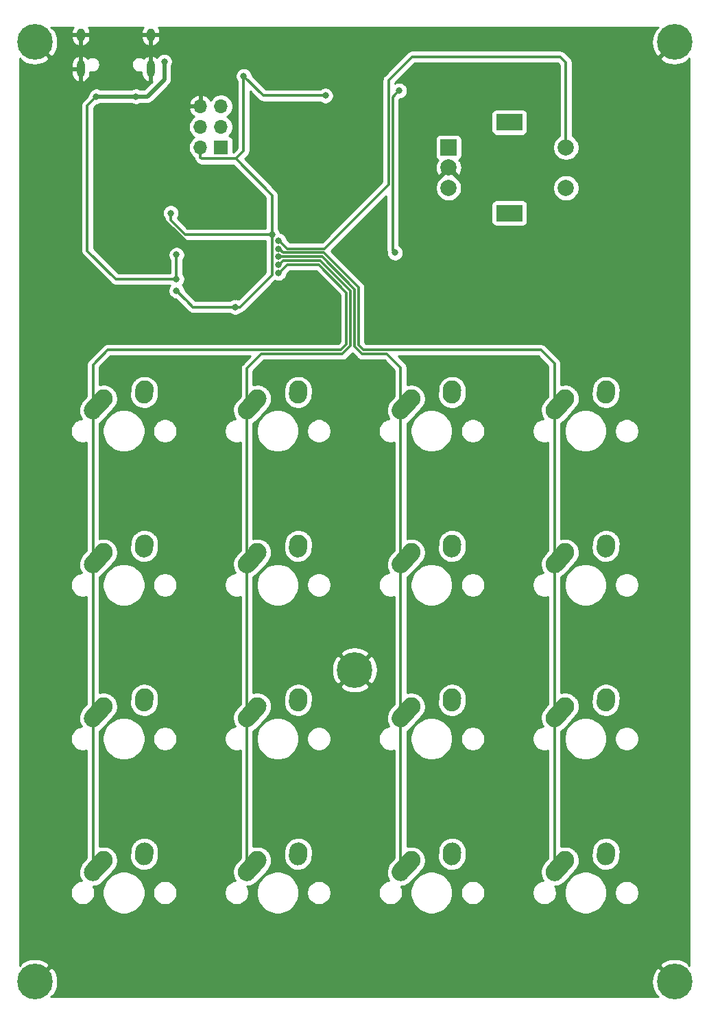
<source format=gbr>
%TF.GenerationSoftware,KiCad,Pcbnew,(5.1.6)-1*%
%TF.CreationDate,2020-09-07T19:59:05-05:00*%
%TF.ProjectId,deco-pad-v1,6465636f-2d70-4616-942d-76312e6b6963,rev?*%
%TF.SameCoordinates,Original*%
%TF.FileFunction,Copper,L1,Top*%
%TF.FilePolarity,Positive*%
%FSLAX46Y46*%
G04 Gerber Fmt 4.6, Leading zero omitted, Abs format (unit mm)*
G04 Created by KiCad (PCBNEW (5.1.6)-1) date 2020-09-07 19:59:05*
%MOMM*%
%LPD*%
G01*
G04 APERTURE LIST*
%TA.AperFunction,ComponentPad*%
%ADD10O,1.700000X1.700000*%
%TD*%
%TA.AperFunction,ComponentPad*%
%ADD11R,1.700000X1.700000*%
%TD*%
%TA.AperFunction,ComponentPad*%
%ADD12C,2.250000*%
%TD*%
%TA.AperFunction,ComponentPad*%
%ADD13O,1.000000X2.100000*%
%TD*%
%TA.AperFunction,ComponentPad*%
%ADD14O,1.000000X1.600000*%
%TD*%
%TA.AperFunction,ComponentPad*%
%ADD15R,2.000000X2.000000*%
%TD*%
%TA.AperFunction,ComponentPad*%
%ADD16C,2.000000*%
%TD*%
%TA.AperFunction,ComponentPad*%
%ADD17R,3.200000X2.000000*%
%TD*%
%TA.AperFunction,ComponentPad*%
%ADD18C,0.700000*%
%TD*%
%TA.AperFunction,ComponentPad*%
%ADD19C,4.400000*%
%TD*%
%TA.AperFunction,ViaPad*%
%ADD20C,0.800000*%
%TD*%
%TA.AperFunction,Conductor*%
%ADD21C,0.300000*%
%TD*%
%TA.AperFunction,Conductor*%
%ADD22C,0.500000*%
%TD*%
%TA.AperFunction,Conductor*%
%ADD23C,0.254000*%
%TD*%
G04 APERTURE END LIST*
D10*
%TO.P,J1,6*%
%TO.N,GND*%
X67960000Y-51420000D03*
%TO.P,J1,5*%
%TO.N,RESET*%
X70500000Y-51420000D03*
%TO.P,J1,4*%
%TO.N,MOSI*%
X67960000Y-53960000D03*
%TO.P,J1,3*%
%TO.N,SCK*%
X70500000Y-53960000D03*
%TO.P,J1,2*%
%TO.N,+5V*%
X67960000Y-56500000D03*
D11*
%TO.P,J1,1*%
%TO.N,MISO*%
X70500000Y-56500000D03*
%TD*%
D12*
%TO.P,MX5,1*%
%TO.N,COL1*%
X75000000Y-87500000D03*
%TA.AperFunction,ComponentPad*%
G36*
G01*
X72938683Y-89797345D02*
X72938683Y-89797345D01*
G75*
G02*
X72852655Y-88208683I751317J837345D01*
G01*
X74162657Y-86748683D01*
G75*
G02*
X75751319Y-86662655I837345J-751317D01*
G01*
X75751319Y-86662655D01*
G75*
G02*
X75837347Y-88251317I-751317J-837345D01*
G01*
X74527345Y-89711317D01*
G75*
G02*
X72938683Y-89797345I-837345J751317D01*
G01*
G37*
%TD.AperFunction*%
%TO.P,MX5,2*%
%TO.N,Net-(D5-Pad2)*%
X80040000Y-86420000D03*
%TA.AperFunction,ComponentPad*%
G36*
G01*
X79922597Y-88122334D02*
X79922597Y-88122334D01*
G75*
G02*
X78877666Y-86922597I77403J1122334D01*
G01*
X78917666Y-86342597D01*
G75*
G02*
X80117403Y-85297666I1122334J-77403D01*
G01*
X80117403Y-85297666D01*
G75*
G02*
X81162334Y-86497403I-77403J-1122334D01*
G01*
X81122334Y-87077403D01*
G75*
G02*
X79922597Y-88122334I-1122334J77403D01*
G01*
G37*
%TD.AperFunction*%
%TD*%
%TO.P,MX12,1*%
%TO.N,COL2*%
X94000000Y-144500000D03*
%TA.AperFunction,ComponentPad*%
G36*
G01*
X91938683Y-146797345D02*
X91938683Y-146797345D01*
G75*
G02*
X91852655Y-145208683I751317J837345D01*
G01*
X93162657Y-143748683D01*
G75*
G02*
X94751319Y-143662655I837345J-751317D01*
G01*
X94751319Y-143662655D01*
G75*
G02*
X94837347Y-145251317I-751317J-837345D01*
G01*
X93527345Y-146711317D01*
G75*
G02*
X91938683Y-146797345I-837345J751317D01*
G01*
G37*
%TD.AperFunction*%
%TO.P,MX12,2*%
%TO.N,Net-(D12-Pad2)*%
X99040000Y-143420000D03*
%TA.AperFunction,ComponentPad*%
G36*
G01*
X98922597Y-145122334D02*
X98922597Y-145122334D01*
G75*
G02*
X97877666Y-143922597I77403J1122334D01*
G01*
X97917666Y-143342597D01*
G75*
G02*
X99117403Y-142297666I1122334J-77403D01*
G01*
X99117403Y-142297666D01*
G75*
G02*
X100162334Y-143497403I-77403J-1122334D01*
G01*
X100122334Y-144077403D01*
G75*
G02*
X98922597Y-145122334I-1122334J77403D01*
G01*
G37*
%TD.AperFunction*%
%TD*%
%TO.P,MX13,1*%
%TO.N,COL3*%
X113000000Y-87500000D03*
%TA.AperFunction,ComponentPad*%
G36*
G01*
X110938683Y-89797345D02*
X110938683Y-89797345D01*
G75*
G02*
X110852655Y-88208683I751317J837345D01*
G01*
X112162657Y-86748683D01*
G75*
G02*
X113751319Y-86662655I837345J-751317D01*
G01*
X113751319Y-86662655D01*
G75*
G02*
X113837347Y-88251317I-751317J-837345D01*
G01*
X112527345Y-89711317D01*
G75*
G02*
X110938683Y-89797345I-837345J751317D01*
G01*
G37*
%TD.AperFunction*%
%TO.P,MX13,2*%
%TO.N,Net-(D13-Pad2)*%
X118040000Y-86420000D03*
%TA.AperFunction,ComponentPad*%
G36*
G01*
X117922597Y-88122334D02*
X117922597Y-88122334D01*
G75*
G02*
X116877666Y-86922597I77403J1122334D01*
G01*
X116917666Y-86342597D01*
G75*
G02*
X118117403Y-85297666I1122334J-77403D01*
G01*
X118117403Y-85297666D01*
G75*
G02*
X119162334Y-86497403I-77403J-1122334D01*
G01*
X119122334Y-87077403D01*
G75*
G02*
X117922597Y-88122334I-1122334J77403D01*
G01*
G37*
%TD.AperFunction*%
%TD*%
%TO.P,MX9,1*%
%TO.N,COL2*%
X94000000Y-87500000D03*
%TA.AperFunction,ComponentPad*%
G36*
G01*
X91938683Y-89797345D02*
X91938683Y-89797345D01*
G75*
G02*
X91852655Y-88208683I751317J837345D01*
G01*
X93162657Y-86748683D01*
G75*
G02*
X94751319Y-86662655I837345J-751317D01*
G01*
X94751319Y-86662655D01*
G75*
G02*
X94837347Y-88251317I-751317J-837345D01*
G01*
X93527345Y-89711317D01*
G75*
G02*
X91938683Y-89797345I-837345J751317D01*
G01*
G37*
%TD.AperFunction*%
%TO.P,MX9,2*%
%TO.N,Net-(D9-Pad2)*%
X99040000Y-86420000D03*
%TA.AperFunction,ComponentPad*%
G36*
G01*
X98922597Y-88122334D02*
X98922597Y-88122334D01*
G75*
G02*
X97877666Y-86922597I77403J1122334D01*
G01*
X97917666Y-86342597D01*
G75*
G02*
X99117403Y-85297666I1122334J-77403D01*
G01*
X99117403Y-85297666D01*
G75*
G02*
X100162334Y-86497403I-77403J-1122334D01*
G01*
X100122334Y-87077403D01*
G75*
G02*
X98922597Y-88122334I-1122334J77403D01*
G01*
G37*
%TD.AperFunction*%
%TD*%
D13*
%TO.P,USB1,13*%
%TO.N,GND*%
X53180000Y-46780000D03*
X61820000Y-46780000D03*
D14*
X53180000Y-42600000D03*
X61820000Y-42600000D03*
%TD*%
D15*
%TO.P,SW1,A*%
%TO.N,E0_PAD_A*%
X98600000Y-56500000D03*
D16*
%TO.P,SW1,C*%
%TO.N,GND*%
X98600000Y-59000000D03*
%TO.P,SW1,B*%
%TO.N,E0_PAD_B*%
X98600000Y-61500000D03*
D17*
%TO.P,SW1,MP*%
%TO.N,N/C*%
X106100000Y-53400000D03*
X106100000Y-64600000D03*
D16*
%TO.P,SW1,S2*%
%TO.N,COL4*%
X113100000Y-56500000D03*
%TO.P,SW1,S1*%
%TO.N,Net-(D17-Pad2)*%
X113100000Y-61500000D03*
%TD*%
D12*
%TO.P,MX16,1*%
%TO.N,COL3*%
X113000000Y-144500000D03*
%TA.AperFunction,ComponentPad*%
G36*
G01*
X110938683Y-146797345D02*
X110938683Y-146797345D01*
G75*
G02*
X110852655Y-145208683I751317J837345D01*
G01*
X112162657Y-143748683D01*
G75*
G02*
X113751319Y-143662655I837345J-751317D01*
G01*
X113751319Y-143662655D01*
G75*
G02*
X113837347Y-145251317I-751317J-837345D01*
G01*
X112527345Y-146711317D01*
G75*
G02*
X110938683Y-146797345I-837345J751317D01*
G01*
G37*
%TD.AperFunction*%
%TO.P,MX16,2*%
%TO.N,Net-(D16-Pad2)*%
X118040000Y-143420000D03*
%TA.AperFunction,ComponentPad*%
G36*
G01*
X117922597Y-145122334D02*
X117922597Y-145122334D01*
G75*
G02*
X116877666Y-143922597I77403J1122334D01*
G01*
X116917666Y-143342597D01*
G75*
G02*
X118117403Y-142297666I1122334J-77403D01*
G01*
X118117403Y-142297666D01*
G75*
G02*
X119162334Y-143497403I-77403J-1122334D01*
G01*
X119122334Y-144077403D01*
G75*
G02*
X117922597Y-145122334I-1122334J77403D01*
G01*
G37*
%TD.AperFunction*%
%TD*%
%TO.P,MX15,1*%
%TO.N,COL3*%
X113000000Y-125500000D03*
%TA.AperFunction,ComponentPad*%
G36*
G01*
X110938683Y-127797345D02*
X110938683Y-127797345D01*
G75*
G02*
X110852655Y-126208683I751317J837345D01*
G01*
X112162657Y-124748683D01*
G75*
G02*
X113751319Y-124662655I837345J-751317D01*
G01*
X113751319Y-124662655D01*
G75*
G02*
X113837347Y-126251317I-751317J-837345D01*
G01*
X112527345Y-127711317D01*
G75*
G02*
X110938683Y-127797345I-837345J751317D01*
G01*
G37*
%TD.AperFunction*%
%TO.P,MX15,2*%
%TO.N,Net-(D15-Pad2)*%
X118040000Y-124420000D03*
%TA.AperFunction,ComponentPad*%
G36*
G01*
X117922597Y-126122334D02*
X117922597Y-126122334D01*
G75*
G02*
X116877666Y-124922597I77403J1122334D01*
G01*
X116917666Y-124342597D01*
G75*
G02*
X118117403Y-123297666I1122334J-77403D01*
G01*
X118117403Y-123297666D01*
G75*
G02*
X119162334Y-124497403I-77403J-1122334D01*
G01*
X119122334Y-125077403D01*
G75*
G02*
X117922597Y-126122334I-1122334J77403D01*
G01*
G37*
%TD.AperFunction*%
%TD*%
%TO.P,MX14,1*%
%TO.N,COL3*%
X113000000Y-106500000D03*
%TA.AperFunction,ComponentPad*%
G36*
G01*
X110938683Y-108797345D02*
X110938683Y-108797345D01*
G75*
G02*
X110852655Y-107208683I751317J837345D01*
G01*
X112162657Y-105748683D01*
G75*
G02*
X113751319Y-105662655I837345J-751317D01*
G01*
X113751319Y-105662655D01*
G75*
G02*
X113837347Y-107251317I-751317J-837345D01*
G01*
X112527345Y-108711317D01*
G75*
G02*
X110938683Y-108797345I-837345J751317D01*
G01*
G37*
%TD.AperFunction*%
%TO.P,MX14,2*%
%TO.N,Net-(D14-Pad2)*%
X118040000Y-105420000D03*
%TA.AperFunction,ComponentPad*%
G36*
G01*
X117922597Y-107122334D02*
X117922597Y-107122334D01*
G75*
G02*
X116877666Y-105922597I77403J1122334D01*
G01*
X116917666Y-105342597D01*
G75*
G02*
X118117403Y-104297666I1122334J-77403D01*
G01*
X118117403Y-104297666D01*
G75*
G02*
X119162334Y-105497403I-77403J-1122334D01*
G01*
X119122334Y-106077403D01*
G75*
G02*
X117922597Y-107122334I-1122334J77403D01*
G01*
G37*
%TD.AperFunction*%
%TD*%
%TO.P,MX11,1*%
%TO.N,COL2*%
X94000000Y-125500000D03*
%TA.AperFunction,ComponentPad*%
G36*
G01*
X91938683Y-127797345D02*
X91938683Y-127797345D01*
G75*
G02*
X91852655Y-126208683I751317J837345D01*
G01*
X93162657Y-124748683D01*
G75*
G02*
X94751319Y-124662655I837345J-751317D01*
G01*
X94751319Y-124662655D01*
G75*
G02*
X94837347Y-126251317I-751317J-837345D01*
G01*
X93527345Y-127711317D01*
G75*
G02*
X91938683Y-127797345I-837345J751317D01*
G01*
G37*
%TD.AperFunction*%
%TO.P,MX11,2*%
%TO.N,Net-(D11-Pad2)*%
X99040000Y-124420000D03*
%TA.AperFunction,ComponentPad*%
G36*
G01*
X98922597Y-126122334D02*
X98922597Y-126122334D01*
G75*
G02*
X97877666Y-124922597I77403J1122334D01*
G01*
X97917666Y-124342597D01*
G75*
G02*
X99117403Y-123297666I1122334J-77403D01*
G01*
X99117403Y-123297666D01*
G75*
G02*
X100162334Y-124497403I-77403J-1122334D01*
G01*
X100122334Y-125077403D01*
G75*
G02*
X98922597Y-126122334I-1122334J77403D01*
G01*
G37*
%TD.AperFunction*%
%TD*%
%TO.P,MX10,1*%
%TO.N,COL2*%
X94000000Y-106500000D03*
%TA.AperFunction,ComponentPad*%
G36*
G01*
X91938683Y-108797345D02*
X91938683Y-108797345D01*
G75*
G02*
X91852655Y-107208683I751317J837345D01*
G01*
X93162657Y-105748683D01*
G75*
G02*
X94751319Y-105662655I837345J-751317D01*
G01*
X94751319Y-105662655D01*
G75*
G02*
X94837347Y-107251317I-751317J-837345D01*
G01*
X93527345Y-108711317D01*
G75*
G02*
X91938683Y-108797345I-837345J751317D01*
G01*
G37*
%TD.AperFunction*%
%TO.P,MX10,2*%
%TO.N,Net-(D10-Pad2)*%
X99040000Y-105420000D03*
%TA.AperFunction,ComponentPad*%
G36*
G01*
X98922597Y-107122334D02*
X98922597Y-107122334D01*
G75*
G02*
X97877666Y-105922597I77403J1122334D01*
G01*
X97917666Y-105342597D01*
G75*
G02*
X99117403Y-104297666I1122334J-77403D01*
G01*
X99117403Y-104297666D01*
G75*
G02*
X100162334Y-105497403I-77403J-1122334D01*
G01*
X100122334Y-106077403D01*
G75*
G02*
X98922597Y-107122334I-1122334J77403D01*
G01*
G37*
%TD.AperFunction*%
%TD*%
%TO.P,MX8,1*%
%TO.N,COL1*%
X75000000Y-144500000D03*
%TA.AperFunction,ComponentPad*%
G36*
G01*
X72938683Y-146797345D02*
X72938683Y-146797345D01*
G75*
G02*
X72852655Y-145208683I751317J837345D01*
G01*
X74162657Y-143748683D01*
G75*
G02*
X75751319Y-143662655I837345J-751317D01*
G01*
X75751319Y-143662655D01*
G75*
G02*
X75837347Y-145251317I-751317J-837345D01*
G01*
X74527345Y-146711317D01*
G75*
G02*
X72938683Y-146797345I-837345J751317D01*
G01*
G37*
%TD.AperFunction*%
%TO.P,MX8,2*%
%TO.N,Net-(D8-Pad2)*%
X80040000Y-143420000D03*
%TA.AperFunction,ComponentPad*%
G36*
G01*
X79922597Y-145122334D02*
X79922597Y-145122334D01*
G75*
G02*
X78877666Y-143922597I77403J1122334D01*
G01*
X78917666Y-143342597D01*
G75*
G02*
X80117403Y-142297666I1122334J-77403D01*
G01*
X80117403Y-142297666D01*
G75*
G02*
X81162334Y-143497403I-77403J-1122334D01*
G01*
X81122334Y-144077403D01*
G75*
G02*
X79922597Y-145122334I-1122334J77403D01*
G01*
G37*
%TD.AperFunction*%
%TD*%
%TO.P,MX7,1*%
%TO.N,COL1*%
X75000000Y-125500000D03*
%TA.AperFunction,ComponentPad*%
G36*
G01*
X72938683Y-127797345D02*
X72938683Y-127797345D01*
G75*
G02*
X72852655Y-126208683I751317J837345D01*
G01*
X74162657Y-124748683D01*
G75*
G02*
X75751319Y-124662655I837345J-751317D01*
G01*
X75751319Y-124662655D01*
G75*
G02*
X75837347Y-126251317I-751317J-837345D01*
G01*
X74527345Y-127711317D01*
G75*
G02*
X72938683Y-127797345I-837345J751317D01*
G01*
G37*
%TD.AperFunction*%
%TO.P,MX7,2*%
%TO.N,Net-(D7-Pad2)*%
X80040000Y-124420000D03*
%TA.AperFunction,ComponentPad*%
G36*
G01*
X79922597Y-126122334D02*
X79922597Y-126122334D01*
G75*
G02*
X78877666Y-124922597I77403J1122334D01*
G01*
X78917666Y-124342597D01*
G75*
G02*
X80117403Y-123297666I1122334J-77403D01*
G01*
X80117403Y-123297666D01*
G75*
G02*
X81162334Y-124497403I-77403J-1122334D01*
G01*
X81122334Y-125077403D01*
G75*
G02*
X79922597Y-126122334I-1122334J77403D01*
G01*
G37*
%TD.AperFunction*%
%TD*%
%TO.P,MX6,1*%
%TO.N,COL1*%
X75000000Y-106500000D03*
%TA.AperFunction,ComponentPad*%
G36*
G01*
X72938683Y-108797345D02*
X72938683Y-108797345D01*
G75*
G02*
X72852655Y-107208683I751317J837345D01*
G01*
X74162657Y-105748683D01*
G75*
G02*
X75751319Y-105662655I837345J-751317D01*
G01*
X75751319Y-105662655D01*
G75*
G02*
X75837347Y-107251317I-751317J-837345D01*
G01*
X74527345Y-108711317D01*
G75*
G02*
X72938683Y-108797345I-837345J751317D01*
G01*
G37*
%TD.AperFunction*%
%TO.P,MX6,2*%
%TO.N,Net-(D6-Pad2)*%
X80040000Y-105420000D03*
%TA.AperFunction,ComponentPad*%
G36*
G01*
X79922597Y-107122334D02*
X79922597Y-107122334D01*
G75*
G02*
X78877666Y-105922597I77403J1122334D01*
G01*
X78917666Y-105342597D01*
G75*
G02*
X80117403Y-104297666I1122334J-77403D01*
G01*
X80117403Y-104297666D01*
G75*
G02*
X81162334Y-105497403I-77403J-1122334D01*
G01*
X81122334Y-106077403D01*
G75*
G02*
X79922597Y-107122334I-1122334J77403D01*
G01*
G37*
%TD.AperFunction*%
%TD*%
%TO.P,MX4,1*%
%TO.N,COL0*%
X56000000Y-144500000D03*
%TA.AperFunction,ComponentPad*%
G36*
G01*
X53938683Y-146797345D02*
X53938683Y-146797345D01*
G75*
G02*
X53852655Y-145208683I751317J837345D01*
G01*
X55162657Y-143748683D01*
G75*
G02*
X56751319Y-143662655I837345J-751317D01*
G01*
X56751319Y-143662655D01*
G75*
G02*
X56837347Y-145251317I-751317J-837345D01*
G01*
X55527345Y-146711317D01*
G75*
G02*
X53938683Y-146797345I-837345J751317D01*
G01*
G37*
%TD.AperFunction*%
%TO.P,MX4,2*%
%TO.N,Net-(D4-Pad2)*%
X61040000Y-143420000D03*
%TA.AperFunction,ComponentPad*%
G36*
G01*
X60922597Y-145122334D02*
X60922597Y-145122334D01*
G75*
G02*
X59877666Y-143922597I77403J1122334D01*
G01*
X59917666Y-143342597D01*
G75*
G02*
X61117403Y-142297666I1122334J-77403D01*
G01*
X61117403Y-142297666D01*
G75*
G02*
X62162334Y-143497403I-77403J-1122334D01*
G01*
X62122334Y-144077403D01*
G75*
G02*
X60922597Y-145122334I-1122334J77403D01*
G01*
G37*
%TD.AperFunction*%
%TD*%
%TO.P,MX3,1*%
%TO.N,COL0*%
X56000000Y-125500000D03*
%TA.AperFunction,ComponentPad*%
G36*
G01*
X53938683Y-127797345D02*
X53938683Y-127797345D01*
G75*
G02*
X53852655Y-126208683I751317J837345D01*
G01*
X55162657Y-124748683D01*
G75*
G02*
X56751319Y-124662655I837345J-751317D01*
G01*
X56751319Y-124662655D01*
G75*
G02*
X56837347Y-126251317I-751317J-837345D01*
G01*
X55527345Y-127711317D01*
G75*
G02*
X53938683Y-127797345I-837345J751317D01*
G01*
G37*
%TD.AperFunction*%
%TO.P,MX3,2*%
%TO.N,Net-(D3-Pad2)*%
X61040000Y-124420000D03*
%TA.AperFunction,ComponentPad*%
G36*
G01*
X60922597Y-126122334D02*
X60922597Y-126122334D01*
G75*
G02*
X59877666Y-124922597I77403J1122334D01*
G01*
X59917666Y-124342597D01*
G75*
G02*
X61117403Y-123297666I1122334J-77403D01*
G01*
X61117403Y-123297666D01*
G75*
G02*
X62162334Y-124497403I-77403J-1122334D01*
G01*
X62122334Y-125077403D01*
G75*
G02*
X60922597Y-126122334I-1122334J77403D01*
G01*
G37*
%TD.AperFunction*%
%TD*%
%TO.P,MX2,1*%
%TO.N,COL0*%
X56000000Y-106500000D03*
%TA.AperFunction,ComponentPad*%
G36*
G01*
X53938683Y-108797345D02*
X53938683Y-108797345D01*
G75*
G02*
X53852655Y-107208683I751317J837345D01*
G01*
X55162657Y-105748683D01*
G75*
G02*
X56751319Y-105662655I837345J-751317D01*
G01*
X56751319Y-105662655D01*
G75*
G02*
X56837347Y-107251317I-751317J-837345D01*
G01*
X55527345Y-108711317D01*
G75*
G02*
X53938683Y-108797345I-837345J751317D01*
G01*
G37*
%TD.AperFunction*%
%TO.P,MX2,2*%
%TO.N,Net-(D2-Pad2)*%
X61040000Y-105420000D03*
%TA.AperFunction,ComponentPad*%
G36*
G01*
X60922597Y-107122334D02*
X60922597Y-107122334D01*
G75*
G02*
X59877666Y-105922597I77403J1122334D01*
G01*
X59917666Y-105342597D01*
G75*
G02*
X61117403Y-104297666I1122334J-77403D01*
G01*
X61117403Y-104297666D01*
G75*
G02*
X62162334Y-105497403I-77403J-1122334D01*
G01*
X62122334Y-106077403D01*
G75*
G02*
X60922597Y-107122334I-1122334J77403D01*
G01*
G37*
%TD.AperFunction*%
%TD*%
%TO.P,MX1,1*%
%TO.N,COL0*%
X56000000Y-87500000D03*
%TA.AperFunction,ComponentPad*%
G36*
G01*
X53938683Y-89797345D02*
X53938683Y-89797345D01*
G75*
G02*
X53852655Y-88208683I751317J837345D01*
G01*
X55162657Y-86748683D01*
G75*
G02*
X56751319Y-86662655I837345J-751317D01*
G01*
X56751319Y-86662655D01*
G75*
G02*
X56837347Y-88251317I-751317J-837345D01*
G01*
X55527345Y-89711317D01*
G75*
G02*
X53938683Y-89797345I-837345J751317D01*
G01*
G37*
%TD.AperFunction*%
%TO.P,MX1,2*%
%TO.N,Net-(D1-Pad2)*%
X61040000Y-86420000D03*
%TA.AperFunction,ComponentPad*%
G36*
G01*
X60922597Y-88122334D02*
X60922597Y-88122334D01*
G75*
G02*
X59877666Y-86922597I77403J1122334D01*
G01*
X59917666Y-86342597D01*
G75*
G02*
X61117403Y-85297666I1122334J-77403D01*
G01*
X61117403Y-85297666D01*
G75*
G02*
X62162334Y-86497403I-77403J-1122334D01*
G01*
X62122334Y-87077403D01*
G75*
G02*
X60922597Y-88122334I-1122334J77403D01*
G01*
G37*
%TD.AperFunction*%
%TD*%
D18*
%TO.P,H5,1*%
%TO.N,GND*%
X48666726Y-158333274D03*
X47500000Y-157850000D03*
X46333274Y-158333274D03*
X45850000Y-159500000D03*
X46333274Y-160666726D03*
X47500000Y-161150000D03*
X48666726Y-160666726D03*
X49150000Y-159500000D03*
D19*
X47500000Y-159500000D03*
%TD*%
D18*
%TO.P,H4,1*%
%TO.N,GND*%
X88166726Y-119833274D03*
X87000000Y-119350000D03*
X85833274Y-119833274D03*
X85350000Y-121000000D03*
X85833274Y-122166726D03*
X87000000Y-122650000D03*
X88166726Y-122166726D03*
X88650000Y-121000000D03*
D19*
X87000000Y-121000000D03*
%TD*%
D18*
%TO.P,H3,1*%
%TO.N,GND*%
X127666726Y-158333274D03*
X126500000Y-157850000D03*
X125333274Y-158333274D03*
X124850000Y-159500000D03*
X125333274Y-160666726D03*
X126500000Y-161150000D03*
X127666726Y-160666726D03*
X128150000Y-159500000D03*
D19*
X126500000Y-159500000D03*
%TD*%
D18*
%TO.P,H2,1*%
%TO.N,GND*%
X127666726Y-42333274D03*
X126500000Y-41850000D03*
X125333274Y-42333274D03*
X124850000Y-43500000D03*
X125333274Y-44666726D03*
X126500000Y-45150000D03*
X127666726Y-44666726D03*
X128150000Y-43500000D03*
D19*
X126500000Y-43500000D03*
%TD*%
D18*
%TO.P,H1,1*%
%TO.N,GND*%
X48666726Y-42333274D03*
X47500000Y-41850000D03*
X46333274Y-42333274D03*
X45850000Y-43500000D03*
X46333274Y-44666726D03*
X47500000Y-45150000D03*
X48666726Y-44666726D03*
X49150000Y-43500000D03*
D19*
X47500000Y-43500000D03*
%TD*%
D20*
%TO.N,GND*%
X70050000Y-72100000D03*
X70050000Y-70600000D03*
X70050000Y-69100000D03*
X62800000Y-64600000D03*
%TO.N,E0_PAD_A-F*%
X92500000Y-49500000D03*
X92000000Y-69500000D03*
%TO.N,+5V*%
X83400000Y-50100000D03*
X65000000Y-74200000D03*
X72250000Y-76200000D03*
X64300000Y-64600000D03*
X76800000Y-67240000D03*
X73300000Y-47700000D03*
%TO.N,VBUS*%
X65000000Y-72750000D03*
X65000000Y-69750000D03*
X63500000Y-45900000D03*
X60000000Y-50200000D03*
X55100000Y-50200000D03*
%TO.N,COL0*%
X77600000Y-72000000D03*
%TO.N,COL1*%
X77600000Y-71000000D03*
%TO.N,COL2*%
X77600000Y-70000000D03*
%TO.N,COL3*%
X77600000Y-69000000D03*
%TO.N,COL4*%
X77600000Y-68000000D03*
%TD*%
D21*
%TO.N,GND*%
X72250000Y-75200000D02*
X72250000Y-74157120D01*
X62800000Y-64707120D02*
X62800000Y-64600000D01*
X72250000Y-74157120D02*
X62800000Y-64707120D01*
%TO.N,E0_PAD_A-F*%
X92500000Y-49500000D02*
X92000000Y-50000000D01*
X92000000Y-50000000D02*
X91700010Y-50299990D01*
X91700010Y-50299990D02*
X91700010Y-69200010D01*
X91700010Y-69200010D02*
X92000000Y-69500000D01*
%TO.N,+5V*%
X75700000Y-50100000D02*
X83400000Y-50100000D01*
X72300000Y-57900000D02*
X68100000Y-57900000D01*
X67960000Y-57760000D02*
X67960000Y-56500000D01*
X76800000Y-62400000D02*
X72300000Y-57900000D01*
X65000000Y-74200000D02*
X66300000Y-75500000D01*
X68100000Y-57900000D02*
X67960000Y-57760000D01*
X67000000Y-76200000D02*
X66300000Y-75500000D01*
X72250000Y-76200000D02*
X67000000Y-76200000D01*
X72250000Y-76050000D02*
X72349999Y-75950001D01*
X72250000Y-76200000D02*
X72250000Y-76050000D01*
X72815685Y-76200000D02*
X72250000Y-76200000D01*
X76800000Y-72215685D02*
X72815685Y-76200000D01*
X76800000Y-67500000D02*
X76800000Y-72215685D01*
X64300000Y-64600000D02*
X64300000Y-65500000D01*
X76800000Y-67500000D02*
X76800000Y-67240000D01*
X76800000Y-67240000D02*
X76800000Y-62400000D01*
X66040000Y-67240000D02*
X64300000Y-65500000D01*
X76800000Y-67240000D02*
X66040000Y-67240000D01*
X73300000Y-56900000D02*
X72300000Y-57900000D01*
X73300000Y-47700000D02*
X75700000Y-50100000D01*
X73300000Y-47700000D02*
X73300000Y-56900000D01*
D22*
%TO.N,VBUS*%
X60000000Y-50200000D02*
X55100000Y-50200000D01*
X60000000Y-50200000D02*
X61400000Y-50200000D01*
X61400000Y-50200000D02*
X63500000Y-48100000D01*
X63500000Y-48100000D02*
X63500000Y-45900000D01*
D21*
X65000000Y-69750000D02*
X65000000Y-72750000D01*
X54000000Y-51300000D02*
X55100000Y-50200000D01*
X54000000Y-69250000D02*
X54000000Y-51300000D01*
X57500000Y-72750000D02*
X54000000Y-69250000D01*
X65000000Y-72750000D02*
X57500000Y-72750000D01*
%TO.N,COL0*%
X54690000Y-92043002D02*
X54690000Y-107960000D01*
X54690000Y-88960000D02*
X54690000Y-92043002D01*
X54690000Y-110310000D02*
X54690000Y-126960000D01*
X54690000Y-107960000D02*
X54690000Y-110310000D01*
X54690000Y-126960000D02*
X54690000Y-145960000D01*
X54690000Y-83310000D02*
X54690000Y-88960000D01*
X85292900Y-81499980D02*
X56500020Y-81499980D01*
X85999980Y-80792900D02*
X85292900Y-81499980D01*
X85999980Y-74414220D02*
X85999980Y-80792900D01*
X56500020Y-81499980D02*
X54690000Y-83310000D01*
X82585770Y-71000010D02*
X85999980Y-74414220D01*
X78709992Y-71000010D02*
X77710002Y-72000000D01*
X77710002Y-72000000D02*
X77600000Y-72000000D01*
X82585770Y-71000010D02*
X78709992Y-71000010D01*
%TO.N,COL1*%
X73690000Y-145960000D02*
X73690000Y-126960000D01*
X73690000Y-107960000D02*
X73690000Y-126960000D01*
X73690000Y-107960000D02*
X73690000Y-88960000D01*
X77710002Y-71000000D02*
X77600000Y-71000000D01*
X78210002Y-70500000D02*
X77710002Y-71000000D01*
X86499990Y-74207110D02*
X82792880Y-70500000D01*
X73690000Y-88960000D02*
X73690000Y-83810000D01*
X85500010Y-81999990D02*
X86499990Y-81000010D01*
X82792880Y-70500000D02*
X78210002Y-70500000D01*
X73690000Y-83810000D02*
X75500010Y-81999990D01*
X75500010Y-81999990D02*
X85500010Y-81999990D01*
X86499990Y-81000010D02*
X86499990Y-74207110D01*
%TO.N,COL2*%
X92690000Y-91310000D02*
X92690000Y-107960000D01*
X92690000Y-88960000D02*
X92690000Y-91310000D01*
X92690000Y-126960000D02*
X92690000Y-107960000D01*
X92690000Y-145960000D02*
X92690000Y-126960000D01*
X92690000Y-88960000D02*
X92690000Y-83690000D01*
X92690000Y-83690000D02*
X91000000Y-82000000D01*
X87000000Y-74000000D02*
X83000000Y-70000000D01*
X87000000Y-74000000D02*
X87000000Y-81100000D01*
X91000000Y-82000000D02*
X87900000Y-82000000D01*
X87000000Y-81100000D02*
X87900000Y-82000000D01*
X83000000Y-70000000D02*
X77600000Y-70000000D01*
%TO.N,COL3*%
X111690000Y-145960000D02*
X111690000Y-126960000D01*
X111690000Y-107960000D02*
X111690000Y-126960000D01*
X111690000Y-107960000D02*
X111690000Y-88960000D01*
X111690000Y-83190000D02*
X111690000Y-88960000D01*
X88107110Y-81499990D02*
X109999990Y-81499990D01*
X87500000Y-80892880D02*
X88107110Y-81499990D01*
X109999990Y-81499990D02*
X111690000Y-83190000D01*
X83207110Y-69499990D02*
X87500000Y-73792880D01*
X87500000Y-73792880D02*
X87500000Y-80892880D01*
X77710002Y-69000000D02*
X77600000Y-69000000D01*
X78209992Y-69499990D02*
X77710002Y-69000000D01*
X83207110Y-69499990D02*
X78209992Y-69499990D01*
%TO.N,COL4*%
X113100000Y-46000000D02*
X113100000Y-56500000D01*
X112400000Y-45300000D02*
X113100000Y-46000000D01*
X94100000Y-45300000D02*
X112400000Y-45300000D01*
X91200000Y-48200000D02*
X94100000Y-45300000D01*
X77710002Y-68000000D02*
X78709982Y-68999980D01*
X77600000Y-68000000D02*
X77710002Y-68000000D01*
X78709982Y-68999980D02*
X83300020Y-68999980D01*
X83300020Y-68999980D02*
X91200000Y-61100000D01*
X91200000Y-61100000D02*
X91200000Y-48200000D01*
%TD*%
D23*
%TO.N,GND*%
G36*
X52179997Y-41748322D02*
G01*
X52091585Y-41954013D01*
X52045000Y-42173000D01*
X52045000Y-42473000D01*
X53053000Y-42473000D01*
X53053000Y-42453000D01*
X53307000Y-42453000D01*
X53307000Y-42473000D01*
X54315000Y-42473000D01*
X54315000Y-42173000D01*
X54268415Y-41954013D01*
X54180003Y-41748322D01*
X54119280Y-41660000D01*
X60880720Y-41660000D01*
X60819997Y-41748322D01*
X60731585Y-41954013D01*
X60685000Y-42173000D01*
X60685000Y-42473000D01*
X61693000Y-42473000D01*
X61693000Y-42453000D01*
X61947000Y-42453000D01*
X61947000Y-42473000D01*
X62955000Y-42473000D01*
X62955000Y-42173000D01*
X62908415Y-41954013D01*
X62820003Y-41748322D01*
X62759280Y-41660000D01*
X124480392Y-41660000D01*
X124510223Y-41689831D01*
X124122982Y-41929976D01*
X123862359Y-42423877D01*
X123703099Y-42959133D01*
X123651322Y-43515174D01*
X123709019Y-44070632D01*
X123873972Y-44604161D01*
X124122982Y-45070024D01*
X124510225Y-45310170D01*
X126320395Y-43500000D01*
X126306253Y-43485858D01*
X126485858Y-43306253D01*
X126500000Y-43320395D01*
X126514143Y-43306253D01*
X126693748Y-43485858D01*
X126679605Y-43500000D01*
X126693748Y-43514143D01*
X126514143Y-43693748D01*
X126500000Y-43679605D01*
X124689830Y-45489775D01*
X124929976Y-45877018D01*
X125423877Y-46137641D01*
X125959133Y-46296901D01*
X126515174Y-46348678D01*
X127070632Y-46290981D01*
X127604161Y-46126028D01*
X128070024Y-45877018D01*
X128310169Y-45489777D01*
X128340001Y-45519609D01*
X128340000Y-157480392D01*
X128310169Y-157510223D01*
X128070024Y-157122982D01*
X127576123Y-156862359D01*
X127040867Y-156703099D01*
X126484826Y-156651322D01*
X125929368Y-156709019D01*
X125395839Y-156873972D01*
X124929976Y-157122982D01*
X124689830Y-157510225D01*
X126500000Y-159320395D01*
X126514143Y-159306253D01*
X126693748Y-159485858D01*
X126679605Y-159500000D01*
X126693748Y-159514143D01*
X126514143Y-159693748D01*
X126500000Y-159679605D01*
X126485858Y-159693748D01*
X126306253Y-159514143D01*
X126320395Y-159500000D01*
X124510225Y-157689830D01*
X124122982Y-157929976D01*
X123862359Y-158423877D01*
X123703099Y-158959133D01*
X123651322Y-159515174D01*
X123709019Y-160070632D01*
X123873972Y-160604161D01*
X124122982Y-161070024D01*
X124510223Y-161310169D01*
X124480392Y-161340000D01*
X49519608Y-161340000D01*
X49489777Y-161310169D01*
X49877018Y-161070024D01*
X50137641Y-160576123D01*
X50296901Y-160040867D01*
X50348678Y-159484826D01*
X50290981Y-158929368D01*
X50126028Y-158395839D01*
X49877018Y-157929976D01*
X49489775Y-157689830D01*
X47679605Y-159500000D01*
X47693748Y-159514143D01*
X47514143Y-159693748D01*
X47500000Y-159679605D01*
X47485858Y-159693748D01*
X47306253Y-159514143D01*
X47320395Y-159500000D01*
X47306253Y-159485858D01*
X47485858Y-159306253D01*
X47500000Y-159320395D01*
X49310170Y-157510225D01*
X49070024Y-157122982D01*
X48576123Y-156862359D01*
X48040867Y-156703099D01*
X47484826Y-156651322D01*
X46929368Y-156709019D01*
X46395839Y-156873972D01*
X45929976Y-157122982D01*
X45689831Y-157510223D01*
X45660000Y-157480392D01*
X45660000Y-91351278D01*
X51910000Y-91351278D01*
X51910000Y-91648722D01*
X51968029Y-91940451D01*
X52081856Y-92215253D01*
X52247107Y-92462569D01*
X52457431Y-92672893D01*
X52704747Y-92838144D01*
X52979549Y-92951971D01*
X53271278Y-93010000D01*
X53568722Y-93010000D01*
X53860451Y-92951971D01*
X53905000Y-92933518D01*
X53905001Y-106199513D01*
X53322284Y-106848953D01*
X53168558Y-107058414D01*
X53021901Y-107372556D01*
X52939349Y-107709274D01*
X52924073Y-108055626D01*
X52976661Y-108398304D01*
X53095091Y-108724139D01*
X53257875Y-108992666D01*
X52979549Y-109048029D01*
X52704747Y-109161856D01*
X52457431Y-109327107D01*
X52247107Y-109537431D01*
X52081856Y-109784747D01*
X51968029Y-110059549D01*
X51910000Y-110351278D01*
X51910000Y-110648722D01*
X51968029Y-110940451D01*
X52081856Y-111215253D01*
X52247107Y-111462569D01*
X52457431Y-111672893D01*
X52704747Y-111838144D01*
X52979549Y-111951971D01*
X53271278Y-112010000D01*
X53568722Y-112010000D01*
X53860451Y-111951971D01*
X53905000Y-111933518D01*
X53905001Y-125199513D01*
X53322284Y-125848953D01*
X53168558Y-126058414D01*
X53021901Y-126372556D01*
X52939349Y-126709274D01*
X52924073Y-127055626D01*
X52976661Y-127398304D01*
X53095091Y-127724139D01*
X53257875Y-127992666D01*
X52979549Y-128048029D01*
X52704747Y-128161856D01*
X52457431Y-128327107D01*
X52247107Y-128537431D01*
X52081856Y-128784747D01*
X51968029Y-129059549D01*
X51910000Y-129351278D01*
X51910000Y-129648722D01*
X51968029Y-129940451D01*
X52081856Y-130215253D01*
X52247107Y-130462569D01*
X52457431Y-130672893D01*
X52704747Y-130838144D01*
X52979549Y-130951971D01*
X53271278Y-131010000D01*
X53568722Y-131010000D01*
X53860451Y-130951971D01*
X53905000Y-130933518D01*
X53905001Y-144199513D01*
X53322284Y-144848953D01*
X53168558Y-145058414D01*
X53021901Y-145372556D01*
X52939349Y-145709274D01*
X52924073Y-146055626D01*
X52976661Y-146398304D01*
X53095091Y-146724139D01*
X53257875Y-146992666D01*
X52979549Y-147048029D01*
X52704747Y-147161856D01*
X52457431Y-147327107D01*
X52247107Y-147537431D01*
X52081856Y-147784747D01*
X51968029Y-148059549D01*
X51910000Y-148351278D01*
X51910000Y-148648722D01*
X51968029Y-148940451D01*
X52081856Y-149215253D01*
X52247107Y-149462569D01*
X52457431Y-149672893D01*
X52704747Y-149838144D01*
X52979549Y-149951971D01*
X53271278Y-150010000D01*
X53568722Y-150010000D01*
X53860451Y-149951971D01*
X54135253Y-149838144D01*
X54382569Y-149672893D01*
X54592893Y-149462569D01*
X54758144Y-149215253D01*
X54871971Y-148940451D01*
X54930000Y-148648722D01*
X54930000Y-148351278D01*
X54908080Y-148241076D01*
X55871100Y-148241076D01*
X55871100Y-148758924D01*
X55972127Y-149266822D01*
X56170299Y-149745251D01*
X56458000Y-150175826D01*
X56824174Y-150542000D01*
X57254749Y-150829701D01*
X57733178Y-151027873D01*
X58241076Y-151128900D01*
X58758924Y-151128900D01*
X59266822Y-151027873D01*
X59745251Y-150829701D01*
X60175826Y-150542000D01*
X60542000Y-150175826D01*
X60829701Y-149745251D01*
X61027873Y-149266822D01*
X61128900Y-148758924D01*
X61128900Y-148351278D01*
X62070000Y-148351278D01*
X62070000Y-148648722D01*
X62128029Y-148940451D01*
X62241856Y-149215253D01*
X62407107Y-149462569D01*
X62617431Y-149672893D01*
X62864747Y-149838144D01*
X63139549Y-149951971D01*
X63431278Y-150010000D01*
X63728722Y-150010000D01*
X64020451Y-149951971D01*
X64295253Y-149838144D01*
X64542569Y-149672893D01*
X64752893Y-149462569D01*
X64918144Y-149215253D01*
X65031971Y-148940451D01*
X65090000Y-148648722D01*
X65090000Y-148351278D01*
X65031971Y-148059549D01*
X64918144Y-147784747D01*
X64752893Y-147537431D01*
X64542569Y-147327107D01*
X64295253Y-147161856D01*
X64020451Y-147048029D01*
X63728722Y-146990000D01*
X63431278Y-146990000D01*
X63139549Y-147048029D01*
X62864747Y-147161856D01*
X62617431Y-147327107D01*
X62407107Y-147537431D01*
X62241856Y-147784747D01*
X62128029Y-148059549D01*
X62070000Y-148351278D01*
X61128900Y-148351278D01*
X61128900Y-148241076D01*
X61027873Y-147733178D01*
X60829701Y-147254749D01*
X60542000Y-146824174D01*
X60175826Y-146458000D01*
X59745251Y-146170299D01*
X59266822Y-145972127D01*
X58758924Y-145871100D01*
X58241076Y-145871100D01*
X57733178Y-145972127D01*
X57254749Y-146170299D01*
X56824174Y-146458000D01*
X56458000Y-146824174D01*
X56170299Y-147254749D01*
X55972127Y-147733178D01*
X55871100Y-148241076D01*
X54908080Y-148241076D01*
X54871971Y-148059549D01*
X54758144Y-147784747D01*
X54716814Y-147722892D01*
X54785626Y-147725927D01*
X55128304Y-147673339D01*
X55454139Y-147554909D01*
X55750607Y-147375187D01*
X55942243Y-147199742D01*
X57278200Y-145710816D01*
X57367081Y-145621935D01*
X57441827Y-145510070D01*
X57521444Y-145401587D01*
X57537979Y-145366169D01*
X57559692Y-145333673D01*
X57611175Y-145209382D01*
X57668101Y-145087445D01*
X57677410Y-145049476D01*
X57692364Y-145013373D01*
X57718610Y-144881426D01*
X57750653Y-144750727D01*
X57752375Y-144711677D01*
X57760000Y-144673345D01*
X57760000Y-144538802D01*
X57765929Y-144404374D01*
X57760000Y-144365739D01*
X57760000Y-144326655D01*
X57733751Y-144194691D01*
X57713341Y-144061696D01*
X57699989Y-144024961D01*
X57692364Y-143986627D01*
X57683471Y-143965157D01*
X59238223Y-143965157D01*
X59245840Y-144224862D01*
X59323413Y-144562761D01*
X59465419Y-144879034D01*
X59666396Y-145161526D01*
X59918624Y-145399381D01*
X60212408Y-145583459D01*
X60536459Y-145706684D01*
X60878323Y-145764324D01*
X61224862Y-145754160D01*
X61562761Y-145676587D01*
X61879034Y-145534581D01*
X62161526Y-145333604D01*
X62399381Y-145081376D01*
X62583459Y-144787592D01*
X62706684Y-144463541D01*
X62749881Y-144207339D01*
X62788099Y-143653175D01*
X62800000Y-143593345D01*
X62800000Y-143480611D01*
X62801777Y-143454844D01*
X62800000Y-143394256D01*
X62800000Y-143246655D01*
X62794922Y-143221128D01*
X62794160Y-143195137D01*
X62761159Y-143051387D01*
X62732364Y-142906627D01*
X62722407Y-142882588D01*
X62716587Y-142857238D01*
X62656177Y-142722694D01*
X62599692Y-142586327D01*
X62585230Y-142564683D01*
X62574581Y-142540966D01*
X62489096Y-142420809D01*
X62407081Y-142298065D01*
X62388678Y-142279662D01*
X62373604Y-142258474D01*
X62266311Y-142157295D01*
X62161935Y-142052919D01*
X62140294Y-142038459D01*
X62121376Y-142020619D01*
X61996407Y-141942316D01*
X61873673Y-141860308D01*
X61849628Y-141850348D01*
X61827592Y-141836541D01*
X61689740Y-141784121D01*
X61553373Y-141727636D01*
X61527846Y-141722558D01*
X61503541Y-141713316D01*
X61358108Y-141688795D01*
X61213345Y-141660000D01*
X61187323Y-141660000D01*
X61161677Y-141655676D01*
X61014237Y-141660000D01*
X60866655Y-141660000D01*
X60841133Y-141665077D01*
X60815138Y-141665839D01*
X60671375Y-141698844D01*
X60526627Y-141727636D01*
X60502587Y-141737594D01*
X60477239Y-141743413D01*
X60342689Y-141803825D01*
X60206327Y-141860308D01*
X60184687Y-141874767D01*
X60160966Y-141885418D01*
X60040796Y-141970913D01*
X59918065Y-142052919D01*
X59899662Y-142071322D01*
X59878474Y-142086396D01*
X59777288Y-142193696D01*
X59672919Y-142298065D01*
X59658461Y-142319703D01*
X59640619Y-142338623D01*
X59562310Y-142463602D01*
X59480308Y-142586327D01*
X59470348Y-142610372D01*
X59456541Y-142632408D01*
X59404119Y-142770264D01*
X59347636Y-142906627D01*
X59342559Y-142932152D01*
X59333316Y-142956458D01*
X59308794Y-143101898D01*
X59280000Y-143246655D01*
X59280000Y-143359386D01*
X59238223Y-143965157D01*
X57683471Y-143965157D01*
X57640874Y-143862320D01*
X57594911Y-143735861D01*
X57574650Y-143702438D01*
X57559692Y-143666327D01*
X57484935Y-143554446D01*
X57415189Y-143439393D01*
X57388798Y-143410566D01*
X57367081Y-143378065D01*
X57271934Y-143282918D01*
X57181083Y-143183683D01*
X57149575Y-143160559D01*
X57121935Y-143132919D01*
X57010050Y-143058159D01*
X56901588Y-142978558D01*
X56866176Y-142962026D01*
X56833673Y-142940308D01*
X56709353Y-142888813D01*
X56587446Y-142831901D01*
X56549486Y-142822595D01*
X56513373Y-142807636D01*
X56381388Y-142781382D01*
X56250728Y-142749349D01*
X56211689Y-142747627D01*
X56173345Y-142740000D01*
X56038758Y-142740000D01*
X55904375Y-142734073D01*
X55865753Y-142740000D01*
X55826655Y-142740000D01*
X55694644Y-142766259D01*
X55561697Y-142786661D01*
X55524976Y-142800008D01*
X55486627Y-142807636D01*
X55475000Y-142812452D01*
X55475000Y-129241076D01*
X55871100Y-129241076D01*
X55871100Y-129758924D01*
X55972127Y-130266822D01*
X56170299Y-130745251D01*
X56458000Y-131175826D01*
X56824174Y-131542000D01*
X57254749Y-131829701D01*
X57733178Y-132027873D01*
X58241076Y-132128900D01*
X58758924Y-132128900D01*
X59266822Y-132027873D01*
X59745251Y-131829701D01*
X60175826Y-131542000D01*
X60542000Y-131175826D01*
X60829701Y-130745251D01*
X61027873Y-130266822D01*
X61128900Y-129758924D01*
X61128900Y-129351278D01*
X62070000Y-129351278D01*
X62070000Y-129648722D01*
X62128029Y-129940451D01*
X62241856Y-130215253D01*
X62407107Y-130462569D01*
X62617431Y-130672893D01*
X62864747Y-130838144D01*
X63139549Y-130951971D01*
X63431278Y-131010000D01*
X63728722Y-131010000D01*
X64020451Y-130951971D01*
X64295253Y-130838144D01*
X64542569Y-130672893D01*
X64752893Y-130462569D01*
X64918144Y-130215253D01*
X65031971Y-129940451D01*
X65090000Y-129648722D01*
X65090000Y-129351278D01*
X65031971Y-129059549D01*
X64918144Y-128784747D01*
X64752893Y-128537431D01*
X64542569Y-128327107D01*
X64295253Y-128161856D01*
X64020451Y-128048029D01*
X63728722Y-127990000D01*
X63431278Y-127990000D01*
X63139549Y-128048029D01*
X62864747Y-128161856D01*
X62617431Y-128327107D01*
X62407107Y-128537431D01*
X62241856Y-128784747D01*
X62128029Y-129059549D01*
X62070000Y-129351278D01*
X61128900Y-129351278D01*
X61128900Y-129241076D01*
X61027873Y-128733178D01*
X60829701Y-128254749D01*
X60542000Y-127824174D01*
X60175826Y-127458000D01*
X59745251Y-127170299D01*
X59266822Y-126972127D01*
X58758924Y-126871100D01*
X58241076Y-126871100D01*
X57733178Y-126972127D01*
X57254749Y-127170299D01*
X56824174Y-127458000D01*
X56458000Y-127824174D01*
X56170299Y-128254749D01*
X55972127Y-128733178D01*
X55871100Y-129241076D01*
X55475000Y-129241076D01*
X55475000Y-128542263D01*
X55750607Y-128375187D01*
X55942243Y-128199742D01*
X57278200Y-126710816D01*
X57367081Y-126621935D01*
X57441827Y-126510070D01*
X57521444Y-126401587D01*
X57537979Y-126366169D01*
X57559692Y-126333673D01*
X57611175Y-126209382D01*
X57668101Y-126087445D01*
X57677410Y-126049476D01*
X57692364Y-126013373D01*
X57718610Y-125881426D01*
X57750653Y-125750727D01*
X57752375Y-125711677D01*
X57760000Y-125673345D01*
X57760000Y-125538802D01*
X57765929Y-125404374D01*
X57760000Y-125365739D01*
X57760000Y-125326655D01*
X57733751Y-125194691D01*
X57713341Y-125061696D01*
X57699989Y-125024961D01*
X57692364Y-124986627D01*
X57683471Y-124965157D01*
X59238223Y-124965157D01*
X59245840Y-125224862D01*
X59323413Y-125562761D01*
X59465419Y-125879034D01*
X59666396Y-126161526D01*
X59918624Y-126399381D01*
X60212408Y-126583459D01*
X60536459Y-126706684D01*
X60878323Y-126764324D01*
X61224862Y-126754160D01*
X61562761Y-126676587D01*
X61879034Y-126534581D01*
X62161526Y-126333604D01*
X62399381Y-126081376D01*
X62583459Y-125787592D01*
X62706684Y-125463541D01*
X62749881Y-125207339D01*
X62788099Y-124653175D01*
X62800000Y-124593345D01*
X62800000Y-124480611D01*
X62801777Y-124454844D01*
X62800000Y-124394256D01*
X62800000Y-124246655D01*
X62794922Y-124221128D01*
X62794160Y-124195137D01*
X62761159Y-124051387D01*
X62732364Y-123906627D01*
X62722407Y-123882588D01*
X62716587Y-123857238D01*
X62656177Y-123722694D01*
X62599692Y-123586327D01*
X62585230Y-123564683D01*
X62574581Y-123540966D01*
X62489096Y-123420809D01*
X62407081Y-123298065D01*
X62388678Y-123279662D01*
X62373604Y-123258474D01*
X62266311Y-123157295D01*
X62161935Y-123052919D01*
X62140294Y-123038459D01*
X62121376Y-123020619D01*
X61996407Y-122942316D01*
X61873673Y-122860308D01*
X61849628Y-122850348D01*
X61827592Y-122836541D01*
X61689740Y-122784121D01*
X61553373Y-122727636D01*
X61527846Y-122722558D01*
X61503541Y-122713316D01*
X61358108Y-122688795D01*
X61213345Y-122660000D01*
X61187323Y-122660000D01*
X61161677Y-122655676D01*
X61014237Y-122660000D01*
X60866655Y-122660000D01*
X60841133Y-122665077D01*
X60815138Y-122665839D01*
X60671375Y-122698844D01*
X60526627Y-122727636D01*
X60502587Y-122737594D01*
X60477239Y-122743413D01*
X60342689Y-122803825D01*
X60206327Y-122860308D01*
X60184687Y-122874767D01*
X60160966Y-122885418D01*
X60040796Y-122970913D01*
X59918065Y-123052919D01*
X59899662Y-123071322D01*
X59878474Y-123086396D01*
X59777288Y-123193696D01*
X59672919Y-123298065D01*
X59658461Y-123319703D01*
X59640619Y-123338623D01*
X59562310Y-123463602D01*
X59480308Y-123586327D01*
X59470348Y-123610372D01*
X59456541Y-123632408D01*
X59404119Y-123770264D01*
X59347636Y-123906627D01*
X59342559Y-123932152D01*
X59333316Y-123956458D01*
X59308794Y-124101898D01*
X59280000Y-124246655D01*
X59280000Y-124359386D01*
X59238223Y-124965157D01*
X57683471Y-124965157D01*
X57640874Y-124862320D01*
X57594911Y-124735861D01*
X57574650Y-124702438D01*
X57559692Y-124666327D01*
X57484935Y-124554446D01*
X57415189Y-124439393D01*
X57388798Y-124410566D01*
X57367081Y-124378065D01*
X57271934Y-124282918D01*
X57181083Y-124183683D01*
X57149575Y-124160559D01*
X57121935Y-124132919D01*
X57010050Y-124058159D01*
X56901588Y-123978558D01*
X56866176Y-123962026D01*
X56833673Y-123940308D01*
X56709353Y-123888813D01*
X56587446Y-123831901D01*
X56549486Y-123822595D01*
X56513373Y-123807636D01*
X56381388Y-123781382D01*
X56250728Y-123749349D01*
X56211689Y-123747627D01*
X56173345Y-123740000D01*
X56038758Y-123740000D01*
X55904375Y-123734073D01*
X55865753Y-123740000D01*
X55826655Y-123740000D01*
X55694644Y-123766259D01*
X55561697Y-123786661D01*
X55524976Y-123800008D01*
X55486627Y-123807636D01*
X55475000Y-123812452D01*
X55475000Y-110241076D01*
X55871100Y-110241076D01*
X55871100Y-110758924D01*
X55972127Y-111266822D01*
X56170299Y-111745251D01*
X56458000Y-112175826D01*
X56824174Y-112542000D01*
X57254749Y-112829701D01*
X57733178Y-113027873D01*
X58241076Y-113128900D01*
X58758924Y-113128900D01*
X59266822Y-113027873D01*
X59745251Y-112829701D01*
X60175826Y-112542000D01*
X60542000Y-112175826D01*
X60829701Y-111745251D01*
X61027873Y-111266822D01*
X61128900Y-110758924D01*
X61128900Y-110351278D01*
X62070000Y-110351278D01*
X62070000Y-110648722D01*
X62128029Y-110940451D01*
X62241856Y-111215253D01*
X62407107Y-111462569D01*
X62617431Y-111672893D01*
X62864747Y-111838144D01*
X63139549Y-111951971D01*
X63431278Y-112010000D01*
X63728722Y-112010000D01*
X64020451Y-111951971D01*
X64295253Y-111838144D01*
X64542569Y-111672893D01*
X64752893Y-111462569D01*
X64918144Y-111215253D01*
X65031971Y-110940451D01*
X65090000Y-110648722D01*
X65090000Y-110351278D01*
X65031971Y-110059549D01*
X64918144Y-109784747D01*
X64752893Y-109537431D01*
X64542569Y-109327107D01*
X64295253Y-109161856D01*
X64020451Y-109048029D01*
X63728722Y-108990000D01*
X63431278Y-108990000D01*
X63139549Y-109048029D01*
X62864747Y-109161856D01*
X62617431Y-109327107D01*
X62407107Y-109537431D01*
X62241856Y-109784747D01*
X62128029Y-110059549D01*
X62070000Y-110351278D01*
X61128900Y-110351278D01*
X61128900Y-110241076D01*
X61027873Y-109733178D01*
X60829701Y-109254749D01*
X60542000Y-108824174D01*
X60175826Y-108458000D01*
X59745251Y-108170299D01*
X59266822Y-107972127D01*
X58758924Y-107871100D01*
X58241076Y-107871100D01*
X57733178Y-107972127D01*
X57254749Y-108170299D01*
X56824174Y-108458000D01*
X56458000Y-108824174D01*
X56170299Y-109254749D01*
X55972127Y-109733178D01*
X55871100Y-110241076D01*
X55475000Y-110241076D01*
X55475000Y-109542263D01*
X55750607Y-109375187D01*
X55942243Y-109199742D01*
X57278200Y-107710816D01*
X57367081Y-107621935D01*
X57441827Y-107510070D01*
X57521444Y-107401587D01*
X57537979Y-107366169D01*
X57559692Y-107333673D01*
X57611175Y-107209382D01*
X57668101Y-107087445D01*
X57677410Y-107049476D01*
X57692364Y-107013373D01*
X57718610Y-106881426D01*
X57750653Y-106750727D01*
X57752375Y-106711677D01*
X57760000Y-106673345D01*
X57760000Y-106538802D01*
X57765929Y-106404374D01*
X57760000Y-106365739D01*
X57760000Y-106326655D01*
X57733751Y-106194691D01*
X57713341Y-106061696D01*
X57699989Y-106024961D01*
X57692364Y-105986627D01*
X57683471Y-105965157D01*
X59238223Y-105965157D01*
X59245840Y-106224862D01*
X59323413Y-106562761D01*
X59465419Y-106879034D01*
X59666396Y-107161526D01*
X59918624Y-107399381D01*
X60212408Y-107583459D01*
X60536459Y-107706684D01*
X60878323Y-107764324D01*
X61224862Y-107754160D01*
X61562761Y-107676587D01*
X61879034Y-107534581D01*
X62161526Y-107333604D01*
X62399381Y-107081376D01*
X62583459Y-106787592D01*
X62706684Y-106463541D01*
X62749881Y-106207339D01*
X62788099Y-105653175D01*
X62800000Y-105593345D01*
X62800000Y-105480611D01*
X62801777Y-105454844D01*
X62800000Y-105394256D01*
X62800000Y-105246655D01*
X62794922Y-105221128D01*
X62794160Y-105195137D01*
X62761159Y-105051387D01*
X62732364Y-104906627D01*
X62722407Y-104882588D01*
X62716587Y-104857238D01*
X62656177Y-104722694D01*
X62599692Y-104586327D01*
X62585230Y-104564683D01*
X62574581Y-104540966D01*
X62489096Y-104420809D01*
X62407081Y-104298065D01*
X62388678Y-104279662D01*
X62373604Y-104258474D01*
X62266311Y-104157295D01*
X62161935Y-104052919D01*
X62140294Y-104038459D01*
X62121376Y-104020619D01*
X61996407Y-103942316D01*
X61873673Y-103860308D01*
X61849628Y-103850348D01*
X61827592Y-103836541D01*
X61689740Y-103784121D01*
X61553373Y-103727636D01*
X61527846Y-103722558D01*
X61503541Y-103713316D01*
X61358108Y-103688795D01*
X61213345Y-103660000D01*
X61187323Y-103660000D01*
X61161677Y-103655676D01*
X61014237Y-103660000D01*
X60866655Y-103660000D01*
X60841133Y-103665077D01*
X60815138Y-103665839D01*
X60671375Y-103698844D01*
X60526627Y-103727636D01*
X60502587Y-103737594D01*
X60477239Y-103743413D01*
X60342689Y-103803825D01*
X60206327Y-103860308D01*
X60184687Y-103874767D01*
X60160966Y-103885418D01*
X60040796Y-103970913D01*
X59918065Y-104052919D01*
X59899662Y-104071322D01*
X59878474Y-104086396D01*
X59777288Y-104193696D01*
X59672919Y-104298065D01*
X59658461Y-104319703D01*
X59640619Y-104338623D01*
X59562310Y-104463602D01*
X59480308Y-104586327D01*
X59470348Y-104610372D01*
X59456541Y-104632408D01*
X59404119Y-104770264D01*
X59347636Y-104906627D01*
X59342559Y-104932152D01*
X59333316Y-104956458D01*
X59308794Y-105101898D01*
X59280000Y-105246655D01*
X59280000Y-105359386D01*
X59238223Y-105965157D01*
X57683471Y-105965157D01*
X57640874Y-105862320D01*
X57594911Y-105735861D01*
X57574650Y-105702438D01*
X57559692Y-105666327D01*
X57484935Y-105554446D01*
X57415189Y-105439393D01*
X57388798Y-105410566D01*
X57367081Y-105378065D01*
X57271934Y-105282918D01*
X57181083Y-105183683D01*
X57149575Y-105160559D01*
X57121935Y-105132919D01*
X57010050Y-105058159D01*
X56901588Y-104978558D01*
X56866176Y-104962026D01*
X56833673Y-104940308D01*
X56709353Y-104888813D01*
X56587446Y-104831901D01*
X56549486Y-104822595D01*
X56513373Y-104807636D01*
X56381388Y-104781382D01*
X56250728Y-104749349D01*
X56211689Y-104747627D01*
X56173345Y-104740000D01*
X56038758Y-104740000D01*
X55904375Y-104734073D01*
X55865753Y-104740000D01*
X55826655Y-104740000D01*
X55694644Y-104766259D01*
X55561697Y-104786661D01*
X55524976Y-104800008D01*
X55486627Y-104807636D01*
X55475000Y-104812452D01*
X55475000Y-91241076D01*
X55871100Y-91241076D01*
X55871100Y-91758924D01*
X55972127Y-92266822D01*
X56170299Y-92745251D01*
X56458000Y-93175826D01*
X56824174Y-93542000D01*
X57254749Y-93829701D01*
X57733178Y-94027873D01*
X58241076Y-94128900D01*
X58758924Y-94128900D01*
X59266822Y-94027873D01*
X59745251Y-93829701D01*
X60175826Y-93542000D01*
X60542000Y-93175826D01*
X60829701Y-92745251D01*
X61027873Y-92266822D01*
X61128900Y-91758924D01*
X61128900Y-91351278D01*
X62070000Y-91351278D01*
X62070000Y-91648722D01*
X62128029Y-91940451D01*
X62241856Y-92215253D01*
X62407107Y-92462569D01*
X62617431Y-92672893D01*
X62864747Y-92838144D01*
X63139549Y-92951971D01*
X63431278Y-93010000D01*
X63728722Y-93010000D01*
X64020451Y-92951971D01*
X64295253Y-92838144D01*
X64542569Y-92672893D01*
X64752893Y-92462569D01*
X64918144Y-92215253D01*
X65031971Y-91940451D01*
X65090000Y-91648722D01*
X65090000Y-91351278D01*
X65031971Y-91059549D01*
X64918144Y-90784747D01*
X64752893Y-90537431D01*
X64542569Y-90327107D01*
X64295253Y-90161856D01*
X64020451Y-90048029D01*
X63728722Y-89990000D01*
X63431278Y-89990000D01*
X63139549Y-90048029D01*
X62864747Y-90161856D01*
X62617431Y-90327107D01*
X62407107Y-90537431D01*
X62241856Y-90784747D01*
X62128029Y-91059549D01*
X62070000Y-91351278D01*
X61128900Y-91351278D01*
X61128900Y-91241076D01*
X61027873Y-90733178D01*
X60829701Y-90254749D01*
X60542000Y-89824174D01*
X60175826Y-89458000D01*
X59745251Y-89170299D01*
X59266822Y-88972127D01*
X58758924Y-88871100D01*
X58241076Y-88871100D01*
X57733178Y-88972127D01*
X57254749Y-89170299D01*
X56824174Y-89458000D01*
X56458000Y-89824174D01*
X56170299Y-90254749D01*
X55972127Y-90733178D01*
X55871100Y-91241076D01*
X55475000Y-91241076D01*
X55475000Y-90542263D01*
X55750607Y-90375187D01*
X55942243Y-90199742D01*
X57278200Y-88710816D01*
X57367081Y-88621935D01*
X57441827Y-88510070D01*
X57521444Y-88401587D01*
X57537979Y-88366169D01*
X57559692Y-88333673D01*
X57611175Y-88209382D01*
X57668101Y-88087445D01*
X57677410Y-88049476D01*
X57692364Y-88013373D01*
X57718610Y-87881426D01*
X57750653Y-87750727D01*
X57752375Y-87711677D01*
X57760000Y-87673345D01*
X57760000Y-87538802D01*
X57765929Y-87404374D01*
X57760000Y-87365739D01*
X57760000Y-87326655D01*
X57733751Y-87194691D01*
X57713341Y-87061696D01*
X57699989Y-87024961D01*
X57692364Y-86986627D01*
X57683471Y-86965157D01*
X59238223Y-86965157D01*
X59245840Y-87224862D01*
X59323413Y-87562761D01*
X59465419Y-87879034D01*
X59666396Y-88161526D01*
X59918624Y-88399381D01*
X60212408Y-88583459D01*
X60536459Y-88706684D01*
X60878323Y-88764324D01*
X61224862Y-88754160D01*
X61562761Y-88676587D01*
X61879034Y-88534581D01*
X62161526Y-88333604D01*
X62399381Y-88081376D01*
X62583459Y-87787592D01*
X62706684Y-87463541D01*
X62749881Y-87207339D01*
X62788099Y-86653175D01*
X62800000Y-86593345D01*
X62800000Y-86480611D01*
X62801777Y-86454844D01*
X62800000Y-86394256D01*
X62800000Y-86246655D01*
X62794922Y-86221128D01*
X62794160Y-86195137D01*
X62761159Y-86051387D01*
X62732364Y-85906627D01*
X62722407Y-85882588D01*
X62716587Y-85857238D01*
X62656177Y-85722694D01*
X62599692Y-85586327D01*
X62585230Y-85564683D01*
X62574581Y-85540966D01*
X62489096Y-85420809D01*
X62407081Y-85298065D01*
X62388678Y-85279662D01*
X62373604Y-85258474D01*
X62266311Y-85157295D01*
X62161935Y-85052919D01*
X62140294Y-85038459D01*
X62121376Y-85020619D01*
X61996407Y-84942316D01*
X61873673Y-84860308D01*
X61849628Y-84850348D01*
X61827592Y-84836541D01*
X61689740Y-84784121D01*
X61553373Y-84727636D01*
X61527846Y-84722558D01*
X61503541Y-84713316D01*
X61358108Y-84688795D01*
X61213345Y-84660000D01*
X61187323Y-84660000D01*
X61161677Y-84655676D01*
X61014237Y-84660000D01*
X60866655Y-84660000D01*
X60841133Y-84665077D01*
X60815138Y-84665839D01*
X60671375Y-84698844D01*
X60526627Y-84727636D01*
X60502587Y-84737594D01*
X60477239Y-84743413D01*
X60342689Y-84803825D01*
X60206327Y-84860308D01*
X60184687Y-84874767D01*
X60160966Y-84885418D01*
X60040796Y-84970913D01*
X59918065Y-85052919D01*
X59899662Y-85071322D01*
X59878474Y-85086396D01*
X59777288Y-85193696D01*
X59672919Y-85298065D01*
X59658461Y-85319703D01*
X59640619Y-85338623D01*
X59562310Y-85463602D01*
X59480308Y-85586327D01*
X59470348Y-85610372D01*
X59456541Y-85632408D01*
X59404119Y-85770264D01*
X59347636Y-85906627D01*
X59342559Y-85932152D01*
X59333316Y-85956458D01*
X59308794Y-86101898D01*
X59280000Y-86246655D01*
X59280000Y-86359386D01*
X59238223Y-86965157D01*
X57683471Y-86965157D01*
X57640874Y-86862320D01*
X57594911Y-86735861D01*
X57574650Y-86702438D01*
X57559692Y-86666327D01*
X57484935Y-86554446D01*
X57415189Y-86439393D01*
X57388798Y-86410566D01*
X57367081Y-86378065D01*
X57271934Y-86282918D01*
X57181083Y-86183683D01*
X57149575Y-86160559D01*
X57121935Y-86132919D01*
X57010050Y-86058159D01*
X56901588Y-85978558D01*
X56866176Y-85962026D01*
X56833673Y-85940308D01*
X56709353Y-85888813D01*
X56587446Y-85831901D01*
X56549486Y-85822595D01*
X56513373Y-85807636D01*
X56381388Y-85781382D01*
X56250728Y-85749349D01*
X56211689Y-85747627D01*
X56173345Y-85740000D01*
X56038758Y-85740000D01*
X55904375Y-85734073D01*
X55865753Y-85740000D01*
X55826655Y-85740000D01*
X55694644Y-85766259D01*
X55561697Y-85786661D01*
X55524976Y-85800008D01*
X55486627Y-85807636D01*
X55475000Y-85812452D01*
X55475000Y-83635157D01*
X56825177Y-82284980D01*
X74104863Y-82284980D01*
X73162185Y-83227658D01*
X73132237Y-83252236D01*
X73107659Y-83282184D01*
X73107655Y-83282188D01*
X73074690Y-83322356D01*
X73034139Y-83371767D01*
X73025388Y-83388140D01*
X72961246Y-83508141D01*
X72916359Y-83656114D01*
X72901203Y-83810000D01*
X72905001Y-83848563D01*
X72905000Y-87199514D01*
X72322284Y-87848953D01*
X72168558Y-88058414D01*
X72021901Y-88372556D01*
X71939349Y-88709274D01*
X71924073Y-89055626D01*
X71976661Y-89398304D01*
X72095091Y-89724139D01*
X72257875Y-89992666D01*
X71979549Y-90048029D01*
X71704747Y-90161856D01*
X71457431Y-90327107D01*
X71247107Y-90537431D01*
X71081856Y-90784747D01*
X70968029Y-91059549D01*
X70910000Y-91351278D01*
X70910000Y-91648722D01*
X70968029Y-91940451D01*
X71081856Y-92215253D01*
X71247107Y-92462569D01*
X71457431Y-92672893D01*
X71704747Y-92838144D01*
X71979549Y-92951971D01*
X72271278Y-93010000D01*
X72568722Y-93010000D01*
X72860451Y-92951971D01*
X72905001Y-92933518D01*
X72905000Y-106199514D01*
X72322284Y-106848953D01*
X72168558Y-107058414D01*
X72021901Y-107372556D01*
X71939349Y-107709274D01*
X71924073Y-108055626D01*
X71976661Y-108398304D01*
X72095091Y-108724139D01*
X72257875Y-108992666D01*
X71979549Y-109048029D01*
X71704747Y-109161856D01*
X71457431Y-109327107D01*
X71247107Y-109537431D01*
X71081856Y-109784747D01*
X70968029Y-110059549D01*
X70910000Y-110351278D01*
X70910000Y-110648722D01*
X70968029Y-110940451D01*
X71081856Y-111215253D01*
X71247107Y-111462569D01*
X71457431Y-111672893D01*
X71704747Y-111838144D01*
X71979549Y-111951971D01*
X72271278Y-112010000D01*
X72568722Y-112010000D01*
X72860451Y-111951971D01*
X72905000Y-111933518D01*
X72905001Y-125199513D01*
X72322284Y-125848953D01*
X72168558Y-126058414D01*
X72021901Y-126372556D01*
X71939349Y-126709274D01*
X71924073Y-127055626D01*
X71976661Y-127398304D01*
X72095091Y-127724139D01*
X72257875Y-127992666D01*
X71979549Y-128048029D01*
X71704747Y-128161856D01*
X71457431Y-128327107D01*
X71247107Y-128537431D01*
X71081856Y-128784747D01*
X70968029Y-129059549D01*
X70910000Y-129351278D01*
X70910000Y-129648722D01*
X70968029Y-129940451D01*
X71081856Y-130215253D01*
X71247107Y-130462569D01*
X71457431Y-130672893D01*
X71704747Y-130838144D01*
X71979549Y-130951971D01*
X72271278Y-131010000D01*
X72568722Y-131010000D01*
X72860451Y-130951971D01*
X72905001Y-130933518D01*
X72905000Y-144199514D01*
X72322284Y-144848953D01*
X72168558Y-145058414D01*
X72021901Y-145372556D01*
X71939349Y-145709274D01*
X71924073Y-146055626D01*
X71976661Y-146398304D01*
X72095091Y-146724139D01*
X72257875Y-146992666D01*
X71979549Y-147048029D01*
X71704747Y-147161856D01*
X71457431Y-147327107D01*
X71247107Y-147537431D01*
X71081856Y-147784747D01*
X70968029Y-148059549D01*
X70910000Y-148351278D01*
X70910000Y-148648722D01*
X70968029Y-148940451D01*
X71081856Y-149215253D01*
X71247107Y-149462569D01*
X71457431Y-149672893D01*
X71704747Y-149838144D01*
X71979549Y-149951971D01*
X72271278Y-150010000D01*
X72568722Y-150010000D01*
X72860451Y-149951971D01*
X73135253Y-149838144D01*
X73382569Y-149672893D01*
X73592893Y-149462569D01*
X73758144Y-149215253D01*
X73871971Y-148940451D01*
X73930000Y-148648722D01*
X73930000Y-148351278D01*
X73908080Y-148241076D01*
X74871100Y-148241076D01*
X74871100Y-148758924D01*
X74972127Y-149266822D01*
X75170299Y-149745251D01*
X75458000Y-150175826D01*
X75824174Y-150542000D01*
X76254749Y-150829701D01*
X76733178Y-151027873D01*
X77241076Y-151128900D01*
X77758924Y-151128900D01*
X78266822Y-151027873D01*
X78745251Y-150829701D01*
X79175826Y-150542000D01*
X79542000Y-150175826D01*
X79829701Y-149745251D01*
X80027873Y-149266822D01*
X80128900Y-148758924D01*
X80128900Y-148351278D01*
X81070000Y-148351278D01*
X81070000Y-148648722D01*
X81128029Y-148940451D01*
X81241856Y-149215253D01*
X81407107Y-149462569D01*
X81617431Y-149672893D01*
X81864747Y-149838144D01*
X82139549Y-149951971D01*
X82431278Y-150010000D01*
X82728722Y-150010000D01*
X83020451Y-149951971D01*
X83295253Y-149838144D01*
X83542569Y-149672893D01*
X83752893Y-149462569D01*
X83918144Y-149215253D01*
X84031971Y-148940451D01*
X84090000Y-148648722D01*
X84090000Y-148351278D01*
X84031971Y-148059549D01*
X83918144Y-147784747D01*
X83752893Y-147537431D01*
X83542569Y-147327107D01*
X83295253Y-147161856D01*
X83020451Y-147048029D01*
X82728722Y-146990000D01*
X82431278Y-146990000D01*
X82139549Y-147048029D01*
X81864747Y-147161856D01*
X81617431Y-147327107D01*
X81407107Y-147537431D01*
X81241856Y-147784747D01*
X81128029Y-148059549D01*
X81070000Y-148351278D01*
X80128900Y-148351278D01*
X80128900Y-148241076D01*
X80027873Y-147733178D01*
X79829701Y-147254749D01*
X79542000Y-146824174D01*
X79175826Y-146458000D01*
X78745251Y-146170299D01*
X78266822Y-145972127D01*
X77758924Y-145871100D01*
X77241076Y-145871100D01*
X76733178Y-145972127D01*
X76254749Y-146170299D01*
X75824174Y-146458000D01*
X75458000Y-146824174D01*
X75170299Y-147254749D01*
X74972127Y-147733178D01*
X74871100Y-148241076D01*
X73908080Y-148241076D01*
X73871971Y-148059549D01*
X73758144Y-147784747D01*
X73716814Y-147722892D01*
X73785626Y-147725927D01*
X74128304Y-147673339D01*
X74454139Y-147554909D01*
X74750607Y-147375187D01*
X74942243Y-147199742D01*
X76278200Y-145710816D01*
X76367081Y-145621935D01*
X76441827Y-145510070D01*
X76521444Y-145401587D01*
X76537979Y-145366169D01*
X76559692Y-145333673D01*
X76611175Y-145209382D01*
X76668101Y-145087445D01*
X76677410Y-145049476D01*
X76692364Y-145013373D01*
X76718610Y-144881426D01*
X76750653Y-144750727D01*
X76752375Y-144711677D01*
X76760000Y-144673345D01*
X76760000Y-144538802D01*
X76765929Y-144404374D01*
X76760000Y-144365739D01*
X76760000Y-144326655D01*
X76733751Y-144194691D01*
X76713341Y-144061696D01*
X76699989Y-144024961D01*
X76692364Y-143986627D01*
X76683471Y-143965157D01*
X78238223Y-143965157D01*
X78245840Y-144224862D01*
X78323413Y-144562761D01*
X78465419Y-144879034D01*
X78666396Y-145161526D01*
X78918624Y-145399381D01*
X79212408Y-145583459D01*
X79536459Y-145706684D01*
X79878323Y-145764324D01*
X80224862Y-145754160D01*
X80562761Y-145676587D01*
X80879034Y-145534581D01*
X81161526Y-145333604D01*
X81399381Y-145081376D01*
X81583459Y-144787592D01*
X81706684Y-144463541D01*
X81749881Y-144207339D01*
X81788099Y-143653175D01*
X81800000Y-143593345D01*
X81800000Y-143480611D01*
X81801777Y-143454844D01*
X81800000Y-143394256D01*
X81800000Y-143246655D01*
X81794922Y-143221128D01*
X81794160Y-143195137D01*
X81761159Y-143051387D01*
X81732364Y-142906627D01*
X81722407Y-142882588D01*
X81716587Y-142857238D01*
X81656177Y-142722694D01*
X81599692Y-142586327D01*
X81585230Y-142564683D01*
X81574581Y-142540966D01*
X81489096Y-142420809D01*
X81407081Y-142298065D01*
X81388678Y-142279662D01*
X81373604Y-142258474D01*
X81266311Y-142157295D01*
X81161935Y-142052919D01*
X81140294Y-142038459D01*
X81121376Y-142020619D01*
X80996407Y-141942316D01*
X80873673Y-141860308D01*
X80849628Y-141850348D01*
X80827592Y-141836541D01*
X80689740Y-141784121D01*
X80553373Y-141727636D01*
X80527846Y-141722558D01*
X80503541Y-141713316D01*
X80358108Y-141688795D01*
X80213345Y-141660000D01*
X80187323Y-141660000D01*
X80161677Y-141655676D01*
X80014237Y-141660000D01*
X79866655Y-141660000D01*
X79841133Y-141665077D01*
X79815138Y-141665839D01*
X79671375Y-141698844D01*
X79526627Y-141727636D01*
X79502587Y-141737594D01*
X79477239Y-141743413D01*
X79342689Y-141803825D01*
X79206327Y-141860308D01*
X79184687Y-141874767D01*
X79160966Y-141885418D01*
X79040796Y-141970913D01*
X78918065Y-142052919D01*
X78899662Y-142071322D01*
X78878474Y-142086396D01*
X78777288Y-142193696D01*
X78672919Y-142298065D01*
X78658461Y-142319703D01*
X78640619Y-142338623D01*
X78562310Y-142463602D01*
X78480308Y-142586327D01*
X78470348Y-142610372D01*
X78456541Y-142632408D01*
X78404119Y-142770264D01*
X78347636Y-142906627D01*
X78342559Y-142932152D01*
X78333316Y-142956458D01*
X78308794Y-143101898D01*
X78280000Y-143246655D01*
X78280000Y-143359386D01*
X78238223Y-143965157D01*
X76683471Y-143965157D01*
X76640874Y-143862320D01*
X76594911Y-143735861D01*
X76574650Y-143702438D01*
X76559692Y-143666327D01*
X76484935Y-143554446D01*
X76415189Y-143439393D01*
X76388798Y-143410566D01*
X76367081Y-143378065D01*
X76271934Y-143282918D01*
X76181083Y-143183683D01*
X76149575Y-143160559D01*
X76121935Y-143132919D01*
X76010050Y-143058159D01*
X75901588Y-142978558D01*
X75866176Y-142962026D01*
X75833673Y-142940308D01*
X75709353Y-142888813D01*
X75587446Y-142831901D01*
X75549486Y-142822595D01*
X75513373Y-142807636D01*
X75381388Y-142781382D01*
X75250728Y-142749349D01*
X75211689Y-142747627D01*
X75173345Y-142740000D01*
X75038758Y-142740000D01*
X74904375Y-142734073D01*
X74865753Y-142740000D01*
X74826655Y-142740000D01*
X74694644Y-142766259D01*
X74561697Y-142786661D01*
X74524976Y-142800008D01*
X74486627Y-142807636D01*
X74475000Y-142812452D01*
X74475000Y-129241076D01*
X74871100Y-129241076D01*
X74871100Y-129758924D01*
X74972127Y-130266822D01*
X75170299Y-130745251D01*
X75458000Y-131175826D01*
X75824174Y-131542000D01*
X76254749Y-131829701D01*
X76733178Y-132027873D01*
X77241076Y-132128900D01*
X77758924Y-132128900D01*
X78266822Y-132027873D01*
X78745251Y-131829701D01*
X79175826Y-131542000D01*
X79542000Y-131175826D01*
X79829701Y-130745251D01*
X80027873Y-130266822D01*
X80128900Y-129758924D01*
X80128900Y-129351278D01*
X81070000Y-129351278D01*
X81070000Y-129648722D01*
X81128029Y-129940451D01*
X81241856Y-130215253D01*
X81407107Y-130462569D01*
X81617431Y-130672893D01*
X81864747Y-130838144D01*
X82139549Y-130951971D01*
X82431278Y-131010000D01*
X82728722Y-131010000D01*
X83020451Y-130951971D01*
X83295253Y-130838144D01*
X83542569Y-130672893D01*
X83752893Y-130462569D01*
X83918144Y-130215253D01*
X84031971Y-129940451D01*
X84090000Y-129648722D01*
X84090000Y-129351278D01*
X84031971Y-129059549D01*
X83918144Y-128784747D01*
X83752893Y-128537431D01*
X83542569Y-128327107D01*
X83295253Y-128161856D01*
X83020451Y-128048029D01*
X82728722Y-127990000D01*
X82431278Y-127990000D01*
X82139549Y-128048029D01*
X81864747Y-128161856D01*
X81617431Y-128327107D01*
X81407107Y-128537431D01*
X81241856Y-128784747D01*
X81128029Y-129059549D01*
X81070000Y-129351278D01*
X80128900Y-129351278D01*
X80128900Y-129241076D01*
X80027873Y-128733178D01*
X79829701Y-128254749D01*
X79542000Y-127824174D01*
X79175826Y-127458000D01*
X78745251Y-127170299D01*
X78266822Y-126972127D01*
X77758924Y-126871100D01*
X77241076Y-126871100D01*
X76733178Y-126972127D01*
X76254749Y-127170299D01*
X75824174Y-127458000D01*
X75458000Y-127824174D01*
X75170299Y-128254749D01*
X74972127Y-128733178D01*
X74871100Y-129241076D01*
X74475000Y-129241076D01*
X74475000Y-128542263D01*
X74750607Y-128375187D01*
X74942243Y-128199742D01*
X76278200Y-126710816D01*
X76367081Y-126621935D01*
X76441827Y-126510070D01*
X76521444Y-126401587D01*
X76537979Y-126366169D01*
X76559692Y-126333673D01*
X76611175Y-126209382D01*
X76668101Y-126087445D01*
X76677410Y-126049476D01*
X76692364Y-126013373D01*
X76718610Y-125881426D01*
X76750653Y-125750727D01*
X76752375Y-125711677D01*
X76760000Y-125673345D01*
X76760000Y-125538802D01*
X76765929Y-125404374D01*
X76760000Y-125365739D01*
X76760000Y-125326655D01*
X76733751Y-125194691D01*
X76713341Y-125061696D01*
X76699989Y-125024961D01*
X76692364Y-124986627D01*
X76683471Y-124965157D01*
X78238223Y-124965157D01*
X78245840Y-125224862D01*
X78323413Y-125562761D01*
X78465419Y-125879034D01*
X78666396Y-126161526D01*
X78918624Y-126399381D01*
X79212408Y-126583459D01*
X79536459Y-126706684D01*
X79878323Y-126764324D01*
X80224862Y-126754160D01*
X80562761Y-126676587D01*
X80879034Y-126534581D01*
X81161526Y-126333604D01*
X81399381Y-126081376D01*
X81583459Y-125787592D01*
X81706684Y-125463541D01*
X81749881Y-125207339D01*
X81788099Y-124653175D01*
X81800000Y-124593345D01*
X81800000Y-124480611D01*
X81801777Y-124454844D01*
X81800000Y-124394256D01*
X81800000Y-124246655D01*
X81794922Y-124221128D01*
X81794160Y-124195137D01*
X81761159Y-124051387D01*
X81732364Y-123906627D01*
X81722407Y-123882588D01*
X81716587Y-123857238D01*
X81656177Y-123722694D01*
X81599692Y-123586327D01*
X81585230Y-123564683D01*
X81574581Y-123540966D01*
X81489096Y-123420809D01*
X81407081Y-123298065D01*
X81388678Y-123279662D01*
X81373604Y-123258474D01*
X81266311Y-123157295D01*
X81161935Y-123052919D01*
X81140294Y-123038459D01*
X81121376Y-123020619D01*
X81072150Y-122989775D01*
X85189830Y-122989775D01*
X85429976Y-123377018D01*
X85923877Y-123637641D01*
X86459133Y-123796901D01*
X87015174Y-123848678D01*
X87570632Y-123790981D01*
X88104161Y-123626028D01*
X88570024Y-123377018D01*
X88810170Y-122989775D01*
X87000000Y-121179605D01*
X85189830Y-122989775D01*
X81072150Y-122989775D01*
X80996407Y-122942316D01*
X80873673Y-122860308D01*
X80849628Y-122850348D01*
X80827592Y-122836541D01*
X80689740Y-122784121D01*
X80553373Y-122727636D01*
X80527846Y-122722558D01*
X80503541Y-122713316D01*
X80358108Y-122688795D01*
X80213345Y-122660000D01*
X80187323Y-122660000D01*
X80161677Y-122655676D01*
X80014237Y-122660000D01*
X79866655Y-122660000D01*
X79841133Y-122665077D01*
X79815138Y-122665839D01*
X79671375Y-122698844D01*
X79526627Y-122727636D01*
X79502587Y-122737594D01*
X79477239Y-122743413D01*
X79342689Y-122803825D01*
X79206327Y-122860308D01*
X79184687Y-122874767D01*
X79160966Y-122885418D01*
X79040796Y-122970913D01*
X78918065Y-123052919D01*
X78899662Y-123071322D01*
X78878474Y-123086396D01*
X78777288Y-123193696D01*
X78672919Y-123298065D01*
X78658461Y-123319703D01*
X78640619Y-123338623D01*
X78562310Y-123463602D01*
X78480308Y-123586327D01*
X78470348Y-123610372D01*
X78456541Y-123632408D01*
X78404119Y-123770264D01*
X78347636Y-123906627D01*
X78342559Y-123932152D01*
X78333316Y-123956458D01*
X78308794Y-124101898D01*
X78280000Y-124246655D01*
X78280000Y-124359386D01*
X78238223Y-124965157D01*
X76683471Y-124965157D01*
X76640874Y-124862320D01*
X76594911Y-124735861D01*
X76574650Y-124702438D01*
X76559692Y-124666327D01*
X76484935Y-124554446D01*
X76415189Y-124439393D01*
X76388798Y-124410566D01*
X76367081Y-124378065D01*
X76271934Y-124282918D01*
X76181083Y-124183683D01*
X76149575Y-124160559D01*
X76121935Y-124132919D01*
X76010050Y-124058159D01*
X75901588Y-123978558D01*
X75866176Y-123962026D01*
X75833673Y-123940308D01*
X75709353Y-123888813D01*
X75587446Y-123831901D01*
X75549486Y-123822595D01*
X75513373Y-123807636D01*
X75381388Y-123781382D01*
X75250728Y-123749349D01*
X75211689Y-123747627D01*
X75173345Y-123740000D01*
X75038758Y-123740000D01*
X74904375Y-123734073D01*
X74865753Y-123740000D01*
X74826655Y-123740000D01*
X74694644Y-123766259D01*
X74561697Y-123786661D01*
X74524976Y-123800008D01*
X74486627Y-123807636D01*
X74475000Y-123812452D01*
X74475000Y-121015174D01*
X84151322Y-121015174D01*
X84209019Y-121570632D01*
X84373972Y-122104161D01*
X84622982Y-122570024D01*
X85010225Y-122810170D01*
X86820395Y-121000000D01*
X87179605Y-121000000D01*
X88989775Y-122810170D01*
X89377018Y-122570024D01*
X89637641Y-122076123D01*
X89796901Y-121540867D01*
X89848678Y-120984826D01*
X89790981Y-120429368D01*
X89626028Y-119895839D01*
X89377018Y-119429976D01*
X88989775Y-119189830D01*
X87179605Y-121000000D01*
X86820395Y-121000000D01*
X85010225Y-119189830D01*
X84622982Y-119429976D01*
X84362359Y-119923877D01*
X84203099Y-120459133D01*
X84151322Y-121015174D01*
X74475000Y-121015174D01*
X74475000Y-119010225D01*
X85189830Y-119010225D01*
X87000000Y-120820395D01*
X88810170Y-119010225D01*
X88570024Y-118622982D01*
X88076123Y-118362359D01*
X87540867Y-118203099D01*
X86984826Y-118151322D01*
X86429368Y-118209019D01*
X85895839Y-118373972D01*
X85429976Y-118622982D01*
X85189830Y-119010225D01*
X74475000Y-119010225D01*
X74475000Y-110241076D01*
X74871100Y-110241076D01*
X74871100Y-110758924D01*
X74972127Y-111266822D01*
X75170299Y-111745251D01*
X75458000Y-112175826D01*
X75824174Y-112542000D01*
X76254749Y-112829701D01*
X76733178Y-113027873D01*
X77241076Y-113128900D01*
X77758924Y-113128900D01*
X78266822Y-113027873D01*
X78745251Y-112829701D01*
X79175826Y-112542000D01*
X79542000Y-112175826D01*
X79829701Y-111745251D01*
X80027873Y-111266822D01*
X80128900Y-110758924D01*
X80128900Y-110351278D01*
X81070000Y-110351278D01*
X81070000Y-110648722D01*
X81128029Y-110940451D01*
X81241856Y-111215253D01*
X81407107Y-111462569D01*
X81617431Y-111672893D01*
X81864747Y-111838144D01*
X82139549Y-111951971D01*
X82431278Y-112010000D01*
X82728722Y-112010000D01*
X83020451Y-111951971D01*
X83295253Y-111838144D01*
X83542569Y-111672893D01*
X83752893Y-111462569D01*
X83918144Y-111215253D01*
X84031971Y-110940451D01*
X84090000Y-110648722D01*
X84090000Y-110351278D01*
X84031971Y-110059549D01*
X83918144Y-109784747D01*
X83752893Y-109537431D01*
X83542569Y-109327107D01*
X83295253Y-109161856D01*
X83020451Y-109048029D01*
X82728722Y-108990000D01*
X82431278Y-108990000D01*
X82139549Y-109048029D01*
X81864747Y-109161856D01*
X81617431Y-109327107D01*
X81407107Y-109537431D01*
X81241856Y-109784747D01*
X81128029Y-110059549D01*
X81070000Y-110351278D01*
X80128900Y-110351278D01*
X80128900Y-110241076D01*
X80027873Y-109733178D01*
X79829701Y-109254749D01*
X79542000Y-108824174D01*
X79175826Y-108458000D01*
X78745251Y-108170299D01*
X78266822Y-107972127D01*
X77758924Y-107871100D01*
X77241076Y-107871100D01*
X76733178Y-107972127D01*
X76254749Y-108170299D01*
X75824174Y-108458000D01*
X75458000Y-108824174D01*
X75170299Y-109254749D01*
X74972127Y-109733178D01*
X74871100Y-110241076D01*
X74475000Y-110241076D01*
X74475000Y-109542263D01*
X74750607Y-109375187D01*
X74942243Y-109199742D01*
X76278200Y-107710816D01*
X76367081Y-107621935D01*
X76441827Y-107510070D01*
X76521444Y-107401587D01*
X76537979Y-107366169D01*
X76559692Y-107333673D01*
X76611175Y-107209382D01*
X76668101Y-107087445D01*
X76677410Y-107049476D01*
X76692364Y-107013373D01*
X76718610Y-106881426D01*
X76750653Y-106750727D01*
X76752375Y-106711677D01*
X76760000Y-106673345D01*
X76760000Y-106538802D01*
X76765929Y-106404374D01*
X76760000Y-106365739D01*
X76760000Y-106326655D01*
X76733751Y-106194691D01*
X76713341Y-106061696D01*
X76699989Y-106024961D01*
X76692364Y-105986627D01*
X76683471Y-105965157D01*
X78238223Y-105965157D01*
X78245840Y-106224862D01*
X78323413Y-106562761D01*
X78465419Y-106879034D01*
X78666396Y-107161526D01*
X78918624Y-107399381D01*
X79212408Y-107583459D01*
X79536459Y-107706684D01*
X79878323Y-107764324D01*
X80224862Y-107754160D01*
X80562761Y-107676587D01*
X80879034Y-107534581D01*
X81161526Y-107333604D01*
X81399381Y-107081376D01*
X81583459Y-106787592D01*
X81706684Y-106463541D01*
X81749881Y-106207339D01*
X81788099Y-105653175D01*
X81800000Y-105593345D01*
X81800000Y-105480611D01*
X81801777Y-105454844D01*
X81800000Y-105394256D01*
X81800000Y-105246655D01*
X81794922Y-105221128D01*
X81794160Y-105195137D01*
X81761159Y-105051387D01*
X81732364Y-104906627D01*
X81722407Y-104882588D01*
X81716587Y-104857238D01*
X81656177Y-104722694D01*
X81599692Y-104586327D01*
X81585230Y-104564683D01*
X81574581Y-104540966D01*
X81489096Y-104420809D01*
X81407081Y-104298065D01*
X81388678Y-104279662D01*
X81373604Y-104258474D01*
X81266311Y-104157295D01*
X81161935Y-104052919D01*
X81140294Y-104038459D01*
X81121376Y-104020619D01*
X80996407Y-103942316D01*
X80873673Y-103860308D01*
X80849628Y-103850348D01*
X80827592Y-103836541D01*
X80689740Y-103784121D01*
X80553373Y-103727636D01*
X80527846Y-103722558D01*
X80503541Y-103713316D01*
X80358108Y-103688795D01*
X80213345Y-103660000D01*
X80187323Y-103660000D01*
X80161677Y-103655676D01*
X80014237Y-103660000D01*
X79866655Y-103660000D01*
X79841133Y-103665077D01*
X79815138Y-103665839D01*
X79671375Y-103698844D01*
X79526627Y-103727636D01*
X79502587Y-103737594D01*
X79477239Y-103743413D01*
X79342689Y-103803825D01*
X79206327Y-103860308D01*
X79184687Y-103874767D01*
X79160966Y-103885418D01*
X79040796Y-103970913D01*
X78918065Y-104052919D01*
X78899662Y-104071322D01*
X78878474Y-104086396D01*
X78777288Y-104193696D01*
X78672919Y-104298065D01*
X78658461Y-104319703D01*
X78640619Y-104338623D01*
X78562310Y-104463602D01*
X78480308Y-104586327D01*
X78470348Y-104610372D01*
X78456541Y-104632408D01*
X78404119Y-104770264D01*
X78347636Y-104906627D01*
X78342559Y-104932152D01*
X78333316Y-104956458D01*
X78308794Y-105101898D01*
X78280000Y-105246655D01*
X78280000Y-105359386D01*
X78238223Y-105965157D01*
X76683471Y-105965157D01*
X76640874Y-105862320D01*
X76594911Y-105735861D01*
X76574650Y-105702438D01*
X76559692Y-105666327D01*
X76484935Y-105554446D01*
X76415189Y-105439393D01*
X76388798Y-105410566D01*
X76367081Y-105378065D01*
X76271934Y-105282918D01*
X76181083Y-105183683D01*
X76149575Y-105160559D01*
X76121935Y-105132919D01*
X76010050Y-105058159D01*
X75901588Y-104978558D01*
X75866176Y-104962026D01*
X75833673Y-104940308D01*
X75709353Y-104888813D01*
X75587446Y-104831901D01*
X75549486Y-104822595D01*
X75513373Y-104807636D01*
X75381388Y-104781382D01*
X75250728Y-104749349D01*
X75211689Y-104747627D01*
X75173345Y-104740000D01*
X75038758Y-104740000D01*
X74904375Y-104734073D01*
X74865753Y-104740000D01*
X74826655Y-104740000D01*
X74694644Y-104766259D01*
X74561697Y-104786661D01*
X74524976Y-104800008D01*
X74486627Y-104807636D01*
X74475000Y-104812452D01*
X74475000Y-91241076D01*
X74871100Y-91241076D01*
X74871100Y-91758924D01*
X74972127Y-92266822D01*
X75170299Y-92745251D01*
X75458000Y-93175826D01*
X75824174Y-93542000D01*
X76254749Y-93829701D01*
X76733178Y-94027873D01*
X77241076Y-94128900D01*
X77758924Y-94128900D01*
X78266822Y-94027873D01*
X78745251Y-93829701D01*
X79175826Y-93542000D01*
X79542000Y-93175826D01*
X79829701Y-92745251D01*
X80027873Y-92266822D01*
X80128900Y-91758924D01*
X80128900Y-91351278D01*
X81070000Y-91351278D01*
X81070000Y-91648722D01*
X81128029Y-91940451D01*
X81241856Y-92215253D01*
X81407107Y-92462569D01*
X81617431Y-92672893D01*
X81864747Y-92838144D01*
X82139549Y-92951971D01*
X82431278Y-93010000D01*
X82728722Y-93010000D01*
X83020451Y-92951971D01*
X83295253Y-92838144D01*
X83542569Y-92672893D01*
X83752893Y-92462569D01*
X83918144Y-92215253D01*
X84031971Y-91940451D01*
X84090000Y-91648722D01*
X84090000Y-91351278D01*
X84031971Y-91059549D01*
X83918144Y-90784747D01*
X83752893Y-90537431D01*
X83542569Y-90327107D01*
X83295253Y-90161856D01*
X83020451Y-90048029D01*
X82728722Y-89990000D01*
X82431278Y-89990000D01*
X82139549Y-90048029D01*
X81864747Y-90161856D01*
X81617431Y-90327107D01*
X81407107Y-90537431D01*
X81241856Y-90784747D01*
X81128029Y-91059549D01*
X81070000Y-91351278D01*
X80128900Y-91351278D01*
X80128900Y-91241076D01*
X80027873Y-90733178D01*
X79829701Y-90254749D01*
X79542000Y-89824174D01*
X79175826Y-89458000D01*
X78745251Y-89170299D01*
X78266822Y-88972127D01*
X77758924Y-88871100D01*
X77241076Y-88871100D01*
X76733178Y-88972127D01*
X76254749Y-89170299D01*
X75824174Y-89458000D01*
X75458000Y-89824174D01*
X75170299Y-90254749D01*
X74972127Y-90733178D01*
X74871100Y-91241076D01*
X74475000Y-91241076D01*
X74475000Y-90542263D01*
X74750607Y-90375187D01*
X74942243Y-90199742D01*
X76278200Y-88710816D01*
X76367081Y-88621935D01*
X76441827Y-88510070D01*
X76521444Y-88401587D01*
X76537979Y-88366169D01*
X76559692Y-88333673D01*
X76611175Y-88209382D01*
X76668101Y-88087445D01*
X76677410Y-88049476D01*
X76692364Y-88013373D01*
X76718610Y-87881426D01*
X76750653Y-87750727D01*
X76752375Y-87711677D01*
X76760000Y-87673345D01*
X76760000Y-87538802D01*
X76765929Y-87404374D01*
X76760000Y-87365739D01*
X76760000Y-87326655D01*
X76733751Y-87194691D01*
X76713341Y-87061696D01*
X76699989Y-87024961D01*
X76692364Y-86986627D01*
X76683471Y-86965157D01*
X78238223Y-86965157D01*
X78245840Y-87224862D01*
X78323413Y-87562761D01*
X78465419Y-87879034D01*
X78666396Y-88161526D01*
X78918624Y-88399381D01*
X79212408Y-88583459D01*
X79536459Y-88706684D01*
X79878323Y-88764324D01*
X80224862Y-88754160D01*
X80562761Y-88676587D01*
X80879034Y-88534581D01*
X81161526Y-88333604D01*
X81399381Y-88081376D01*
X81583459Y-87787592D01*
X81706684Y-87463541D01*
X81749881Y-87207339D01*
X81788099Y-86653175D01*
X81800000Y-86593345D01*
X81800000Y-86480611D01*
X81801777Y-86454844D01*
X81800000Y-86394256D01*
X81800000Y-86246655D01*
X81794922Y-86221128D01*
X81794160Y-86195137D01*
X81761159Y-86051387D01*
X81732364Y-85906627D01*
X81722407Y-85882588D01*
X81716587Y-85857238D01*
X81656177Y-85722694D01*
X81599692Y-85586327D01*
X81585230Y-85564683D01*
X81574581Y-85540966D01*
X81489096Y-85420809D01*
X81407081Y-85298065D01*
X81388678Y-85279662D01*
X81373604Y-85258474D01*
X81266311Y-85157295D01*
X81161935Y-85052919D01*
X81140294Y-85038459D01*
X81121376Y-85020619D01*
X80996407Y-84942316D01*
X80873673Y-84860308D01*
X80849628Y-84850348D01*
X80827592Y-84836541D01*
X80689740Y-84784121D01*
X80553373Y-84727636D01*
X80527846Y-84722558D01*
X80503541Y-84713316D01*
X80358108Y-84688795D01*
X80213345Y-84660000D01*
X80187323Y-84660000D01*
X80161677Y-84655676D01*
X80014237Y-84660000D01*
X79866655Y-84660000D01*
X79841133Y-84665077D01*
X79815138Y-84665839D01*
X79671375Y-84698844D01*
X79526627Y-84727636D01*
X79502587Y-84737594D01*
X79477239Y-84743413D01*
X79342689Y-84803825D01*
X79206327Y-84860308D01*
X79184687Y-84874767D01*
X79160966Y-84885418D01*
X79040796Y-84970913D01*
X78918065Y-85052919D01*
X78899662Y-85071322D01*
X78878474Y-85086396D01*
X78777288Y-85193696D01*
X78672919Y-85298065D01*
X78658461Y-85319703D01*
X78640619Y-85338623D01*
X78562310Y-85463602D01*
X78480308Y-85586327D01*
X78470348Y-85610372D01*
X78456541Y-85632408D01*
X78404119Y-85770264D01*
X78347636Y-85906627D01*
X78342559Y-85932152D01*
X78333316Y-85956458D01*
X78308794Y-86101898D01*
X78280000Y-86246655D01*
X78280000Y-86359386D01*
X78238223Y-86965157D01*
X76683471Y-86965157D01*
X76640874Y-86862320D01*
X76594911Y-86735861D01*
X76574650Y-86702438D01*
X76559692Y-86666327D01*
X76484935Y-86554446D01*
X76415189Y-86439393D01*
X76388798Y-86410566D01*
X76367081Y-86378065D01*
X76271934Y-86282918D01*
X76181083Y-86183683D01*
X76149575Y-86160559D01*
X76121935Y-86132919D01*
X76010050Y-86058159D01*
X75901588Y-85978558D01*
X75866176Y-85962026D01*
X75833673Y-85940308D01*
X75709353Y-85888813D01*
X75587446Y-85831901D01*
X75549486Y-85822595D01*
X75513373Y-85807636D01*
X75381388Y-85781382D01*
X75250728Y-85749349D01*
X75211689Y-85747627D01*
X75173345Y-85740000D01*
X75038758Y-85740000D01*
X74904375Y-85734073D01*
X74865753Y-85740000D01*
X74826655Y-85740000D01*
X74694644Y-85766259D01*
X74561697Y-85786661D01*
X74524976Y-85800008D01*
X74486627Y-85807636D01*
X74475000Y-85812452D01*
X74475000Y-84135157D01*
X75825167Y-82784990D01*
X85461457Y-82784990D01*
X85500010Y-82788787D01*
X85538563Y-82784990D01*
X85538571Y-82784990D01*
X85653897Y-82773631D01*
X85801870Y-82728744D01*
X85938243Y-82655852D01*
X86057774Y-82557754D01*
X86082357Y-82527800D01*
X86700000Y-81910157D01*
X87317657Y-82527815D01*
X87342236Y-82557764D01*
X87372184Y-82582342D01*
X87372187Y-82582345D01*
X87401559Y-82606450D01*
X87461767Y-82655862D01*
X87598121Y-82728744D01*
X87598140Y-82728754D01*
X87746112Y-82773641D01*
X87760490Y-82775057D01*
X87861439Y-82785000D01*
X87861446Y-82785000D01*
X87899999Y-82788797D01*
X87938552Y-82785000D01*
X90674843Y-82785000D01*
X91905001Y-84015159D01*
X91905000Y-87199514D01*
X91322284Y-87848953D01*
X91168558Y-88058414D01*
X91021901Y-88372556D01*
X90939349Y-88709274D01*
X90924073Y-89055626D01*
X90976661Y-89398304D01*
X91095091Y-89724139D01*
X91257875Y-89992666D01*
X90979549Y-90048029D01*
X90704747Y-90161856D01*
X90457431Y-90327107D01*
X90247107Y-90537431D01*
X90081856Y-90784747D01*
X89968029Y-91059549D01*
X89910000Y-91351278D01*
X89910000Y-91648722D01*
X89968029Y-91940451D01*
X90081856Y-92215253D01*
X90247107Y-92462569D01*
X90457431Y-92672893D01*
X90704747Y-92838144D01*
X90979549Y-92951971D01*
X91271278Y-93010000D01*
X91568722Y-93010000D01*
X91860451Y-92951971D01*
X91905000Y-92933518D01*
X91905001Y-106199513D01*
X91322284Y-106848953D01*
X91168558Y-107058414D01*
X91021901Y-107372556D01*
X90939349Y-107709274D01*
X90924073Y-108055626D01*
X90976661Y-108398304D01*
X91095091Y-108724139D01*
X91257875Y-108992666D01*
X90979549Y-109048029D01*
X90704747Y-109161856D01*
X90457431Y-109327107D01*
X90247107Y-109537431D01*
X90081856Y-109784747D01*
X89968029Y-110059549D01*
X89910000Y-110351278D01*
X89910000Y-110648722D01*
X89968029Y-110940451D01*
X90081856Y-111215253D01*
X90247107Y-111462569D01*
X90457431Y-111672893D01*
X90704747Y-111838144D01*
X90979549Y-111951971D01*
X91271278Y-112010000D01*
X91568722Y-112010000D01*
X91860451Y-111951971D01*
X91905001Y-111933518D01*
X91905000Y-125199514D01*
X91322284Y-125848953D01*
X91168558Y-126058414D01*
X91021901Y-126372556D01*
X90939349Y-126709274D01*
X90924073Y-127055626D01*
X90976661Y-127398304D01*
X91095091Y-127724139D01*
X91257875Y-127992666D01*
X90979549Y-128048029D01*
X90704747Y-128161856D01*
X90457431Y-128327107D01*
X90247107Y-128537431D01*
X90081856Y-128784747D01*
X89968029Y-129059549D01*
X89910000Y-129351278D01*
X89910000Y-129648722D01*
X89968029Y-129940451D01*
X90081856Y-130215253D01*
X90247107Y-130462569D01*
X90457431Y-130672893D01*
X90704747Y-130838144D01*
X90979549Y-130951971D01*
X91271278Y-131010000D01*
X91568722Y-131010000D01*
X91860451Y-130951971D01*
X91905001Y-130933518D01*
X91905000Y-144199514D01*
X91322284Y-144848953D01*
X91168558Y-145058414D01*
X91021901Y-145372556D01*
X90939349Y-145709274D01*
X90924073Y-146055626D01*
X90976661Y-146398304D01*
X91095091Y-146724139D01*
X91257875Y-146992666D01*
X90979549Y-147048029D01*
X90704747Y-147161856D01*
X90457431Y-147327107D01*
X90247107Y-147537431D01*
X90081856Y-147784747D01*
X89968029Y-148059549D01*
X89910000Y-148351278D01*
X89910000Y-148648722D01*
X89968029Y-148940451D01*
X90081856Y-149215253D01*
X90247107Y-149462569D01*
X90457431Y-149672893D01*
X90704747Y-149838144D01*
X90979549Y-149951971D01*
X91271278Y-150010000D01*
X91568722Y-150010000D01*
X91860451Y-149951971D01*
X92135253Y-149838144D01*
X92382569Y-149672893D01*
X92592893Y-149462569D01*
X92758144Y-149215253D01*
X92871971Y-148940451D01*
X92930000Y-148648722D01*
X92930000Y-148351278D01*
X92908080Y-148241076D01*
X93871100Y-148241076D01*
X93871100Y-148758924D01*
X93972127Y-149266822D01*
X94170299Y-149745251D01*
X94458000Y-150175826D01*
X94824174Y-150542000D01*
X95254749Y-150829701D01*
X95733178Y-151027873D01*
X96241076Y-151128900D01*
X96758924Y-151128900D01*
X97266822Y-151027873D01*
X97745251Y-150829701D01*
X98175826Y-150542000D01*
X98542000Y-150175826D01*
X98829701Y-149745251D01*
X99027873Y-149266822D01*
X99128900Y-148758924D01*
X99128900Y-148351278D01*
X100070000Y-148351278D01*
X100070000Y-148648722D01*
X100128029Y-148940451D01*
X100241856Y-149215253D01*
X100407107Y-149462569D01*
X100617431Y-149672893D01*
X100864747Y-149838144D01*
X101139549Y-149951971D01*
X101431278Y-150010000D01*
X101728722Y-150010000D01*
X102020451Y-149951971D01*
X102295253Y-149838144D01*
X102542569Y-149672893D01*
X102752893Y-149462569D01*
X102918144Y-149215253D01*
X103031971Y-148940451D01*
X103090000Y-148648722D01*
X103090000Y-148351278D01*
X103031971Y-148059549D01*
X102918144Y-147784747D01*
X102752893Y-147537431D01*
X102542569Y-147327107D01*
X102295253Y-147161856D01*
X102020451Y-147048029D01*
X101728722Y-146990000D01*
X101431278Y-146990000D01*
X101139549Y-147048029D01*
X100864747Y-147161856D01*
X100617431Y-147327107D01*
X100407107Y-147537431D01*
X100241856Y-147784747D01*
X100128029Y-148059549D01*
X100070000Y-148351278D01*
X99128900Y-148351278D01*
X99128900Y-148241076D01*
X99027873Y-147733178D01*
X98829701Y-147254749D01*
X98542000Y-146824174D01*
X98175826Y-146458000D01*
X97745251Y-146170299D01*
X97266822Y-145972127D01*
X96758924Y-145871100D01*
X96241076Y-145871100D01*
X95733178Y-145972127D01*
X95254749Y-146170299D01*
X94824174Y-146458000D01*
X94458000Y-146824174D01*
X94170299Y-147254749D01*
X93972127Y-147733178D01*
X93871100Y-148241076D01*
X92908080Y-148241076D01*
X92871971Y-148059549D01*
X92758144Y-147784747D01*
X92716814Y-147722892D01*
X92785626Y-147725927D01*
X93128304Y-147673339D01*
X93454139Y-147554909D01*
X93750607Y-147375187D01*
X93942243Y-147199742D01*
X95278200Y-145710816D01*
X95367081Y-145621935D01*
X95441827Y-145510070D01*
X95521444Y-145401587D01*
X95537979Y-145366169D01*
X95559692Y-145333673D01*
X95611175Y-145209382D01*
X95668101Y-145087445D01*
X95677410Y-145049476D01*
X95692364Y-145013373D01*
X95718610Y-144881426D01*
X95750653Y-144750727D01*
X95752375Y-144711677D01*
X95760000Y-144673345D01*
X95760000Y-144538802D01*
X95765929Y-144404374D01*
X95760000Y-144365739D01*
X95760000Y-144326655D01*
X95733751Y-144194691D01*
X95713341Y-144061696D01*
X95699989Y-144024961D01*
X95692364Y-143986627D01*
X95683471Y-143965157D01*
X97238223Y-143965157D01*
X97245840Y-144224862D01*
X97323413Y-144562761D01*
X97465419Y-144879034D01*
X97666396Y-145161526D01*
X97918624Y-145399381D01*
X98212408Y-145583459D01*
X98536459Y-145706684D01*
X98878323Y-145764324D01*
X99224862Y-145754160D01*
X99562761Y-145676587D01*
X99879034Y-145534581D01*
X100161526Y-145333604D01*
X100399381Y-145081376D01*
X100583459Y-144787592D01*
X100706684Y-144463541D01*
X100749881Y-144207339D01*
X100788099Y-143653175D01*
X100800000Y-143593345D01*
X100800000Y-143480611D01*
X100801777Y-143454844D01*
X100800000Y-143394256D01*
X100800000Y-143246655D01*
X100794922Y-143221128D01*
X100794160Y-143195137D01*
X100761159Y-143051387D01*
X100732364Y-142906627D01*
X100722407Y-142882588D01*
X100716587Y-142857238D01*
X100656177Y-142722694D01*
X100599692Y-142586327D01*
X100585230Y-142564683D01*
X100574581Y-142540966D01*
X100489096Y-142420809D01*
X100407081Y-142298065D01*
X100388678Y-142279662D01*
X100373604Y-142258474D01*
X100266311Y-142157295D01*
X100161935Y-142052919D01*
X100140294Y-142038459D01*
X100121376Y-142020619D01*
X99996407Y-141942316D01*
X99873673Y-141860308D01*
X99849628Y-141850348D01*
X99827592Y-141836541D01*
X99689740Y-141784121D01*
X99553373Y-141727636D01*
X99527846Y-141722558D01*
X99503541Y-141713316D01*
X99358108Y-141688795D01*
X99213345Y-141660000D01*
X99187323Y-141660000D01*
X99161677Y-141655676D01*
X99014237Y-141660000D01*
X98866655Y-141660000D01*
X98841133Y-141665077D01*
X98815138Y-141665839D01*
X98671375Y-141698844D01*
X98526627Y-141727636D01*
X98502587Y-141737594D01*
X98477239Y-141743413D01*
X98342689Y-141803825D01*
X98206327Y-141860308D01*
X98184687Y-141874767D01*
X98160966Y-141885418D01*
X98040796Y-141970913D01*
X97918065Y-142052919D01*
X97899662Y-142071322D01*
X97878474Y-142086396D01*
X97777288Y-142193696D01*
X97672919Y-142298065D01*
X97658461Y-142319703D01*
X97640619Y-142338623D01*
X97562310Y-142463602D01*
X97480308Y-142586327D01*
X97470348Y-142610372D01*
X97456541Y-142632408D01*
X97404119Y-142770264D01*
X97347636Y-142906627D01*
X97342559Y-142932152D01*
X97333316Y-142956458D01*
X97308794Y-143101898D01*
X97280000Y-143246655D01*
X97280000Y-143359386D01*
X97238223Y-143965157D01*
X95683471Y-143965157D01*
X95640874Y-143862320D01*
X95594911Y-143735861D01*
X95574650Y-143702438D01*
X95559692Y-143666327D01*
X95484935Y-143554446D01*
X95415189Y-143439393D01*
X95388798Y-143410566D01*
X95367081Y-143378065D01*
X95271934Y-143282918D01*
X95181083Y-143183683D01*
X95149575Y-143160559D01*
X95121935Y-143132919D01*
X95010050Y-143058159D01*
X94901588Y-142978558D01*
X94866176Y-142962026D01*
X94833673Y-142940308D01*
X94709353Y-142888813D01*
X94587446Y-142831901D01*
X94549486Y-142822595D01*
X94513373Y-142807636D01*
X94381388Y-142781382D01*
X94250728Y-142749349D01*
X94211689Y-142747627D01*
X94173345Y-142740000D01*
X94038758Y-142740000D01*
X93904375Y-142734073D01*
X93865753Y-142740000D01*
X93826655Y-142740000D01*
X93694644Y-142766259D01*
X93561697Y-142786661D01*
X93524976Y-142800008D01*
X93486627Y-142807636D01*
X93475000Y-142812452D01*
X93475000Y-129241076D01*
X93871100Y-129241076D01*
X93871100Y-129758924D01*
X93972127Y-130266822D01*
X94170299Y-130745251D01*
X94458000Y-131175826D01*
X94824174Y-131542000D01*
X95254749Y-131829701D01*
X95733178Y-132027873D01*
X96241076Y-132128900D01*
X96758924Y-132128900D01*
X97266822Y-132027873D01*
X97745251Y-131829701D01*
X98175826Y-131542000D01*
X98542000Y-131175826D01*
X98829701Y-130745251D01*
X99027873Y-130266822D01*
X99128900Y-129758924D01*
X99128900Y-129351278D01*
X100070000Y-129351278D01*
X100070000Y-129648722D01*
X100128029Y-129940451D01*
X100241856Y-130215253D01*
X100407107Y-130462569D01*
X100617431Y-130672893D01*
X100864747Y-130838144D01*
X101139549Y-130951971D01*
X101431278Y-131010000D01*
X101728722Y-131010000D01*
X102020451Y-130951971D01*
X102295253Y-130838144D01*
X102542569Y-130672893D01*
X102752893Y-130462569D01*
X102918144Y-130215253D01*
X103031971Y-129940451D01*
X103090000Y-129648722D01*
X103090000Y-129351278D01*
X103031971Y-129059549D01*
X102918144Y-128784747D01*
X102752893Y-128537431D01*
X102542569Y-128327107D01*
X102295253Y-128161856D01*
X102020451Y-128048029D01*
X101728722Y-127990000D01*
X101431278Y-127990000D01*
X101139549Y-128048029D01*
X100864747Y-128161856D01*
X100617431Y-128327107D01*
X100407107Y-128537431D01*
X100241856Y-128784747D01*
X100128029Y-129059549D01*
X100070000Y-129351278D01*
X99128900Y-129351278D01*
X99128900Y-129241076D01*
X99027873Y-128733178D01*
X98829701Y-128254749D01*
X98542000Y-127824174D01*
X98175826Y-127458000D01*
X97745251Y-127170299D01*
X97266822Y-126972127D01*
X96758924Y-126871100D01*
X96241076Y-126871100D01*
X95733178Y-126972127D01*
X95254749Y-127170299D01*
X94824174Y-127458000D01*
X94458000Y-127824174D01*
X94170299Y-128254749D01*
X93972127Y-128733178D01*
X93871100Y-129241076D01*
X93475000Y-129241076D01*
X93475000Y-128542263D01*
X93750607Y-128375187D01*
X93942243Y-128199742D01*
X95278200Y-126710816D01*
X95367081Y-126621935D01*
X95441827Y-126510070D01*
X95521444Y-126401587D01*
X95537979Y-126366169D01*
X95559692Y-126333673D01*
X95611175Y-126209382D01*
X95668101Y-126087445D01*
X95677410Y-126049476D01*
X95692364Y-126013373D01*
X95718610Y-125881426D01*
X95750653Y-125750727D01*
X95752375Y-125711677D01*
X95760000Y-125673345D01*
X95760000Y-125538802D01*
X95765929Y-125404374D01*
X95760000Y-125365739D01*
X95760000Y-125326655D01*
X95733751Y-125194691D01*
X95713341Y-125061696D01*
X95699989Y-125024961D01*
X95692364Y-124986627D01*
X95683471Y-124965157D01*
X97238223Y-124965157D01*
X97245840Y-125224862D01*
X97323413Y-125562761D01*
X97465419Y-125879034D01*
X97666396Y-126161526D01*
X97918624Y-126399381D01*
X98212408Y-126583459D01*
X98536459Y-126706684D01*
X98878323Y-126764324D01*
X99224862Y-126754160D01*
X99562761Y-126676587D01*
X99879034Y-126534581D01*
X100161526Y-126333604D01*
X100399381Y-126081376D01*
X100583459Y-125787592D01*
X100706684Y-125463541D01*
X100749881Y-125207339D01*
X100788099Y-124653175D01*
X100800000Y-124593345D01*
X100800000Y-124480611D01*
X100801777Y-124454844D01*
X100800000Y-124394256D01*
X100800000Y-124246655D01*
X100794922Y-124221128D01*
X100794160Y-124195137D01*
X100761159Y-124051387D01*
X100732364Y-123906627D01*
X100722407Y-123882588D01*
X100716587Y-123857238D01*
X100656177Y-123722694D01*
X100599692Y-123586327D01*
X100585230Y-123564683D01*
X100574581Y-123540966D01*
X100489096Y-123420809D01*
X100407081Y-123298065D01*
X100388678Y-123279662D01*
X100373604Y-123258474D01*
X100266311Y-123157295D01*
X100161935Y-123052919D01*
X100140294Y-123038459D01*
X100121376Y-123020619D01*
X99996407Y-122942316D01*
X99873673Y-122860308D01*
X99849628Y-122850348D01*
X99827592Y-122836541D01*
X99689740Y-122784121D01*
X99553373Y-122727636D01*
X99527846Y-122722558D01*
X99503541Y-122713316D01*
X99358108Y-122688795D01*
X99213345Y-122660000D01*
X99187323Y-122660000D01*
X99161677Y-122655676D01*
X99014237Y-122660000D01*
X98866655Y-122660000D01*
X98841133Y-122665077D01*
X98815138Y-122665839D01*
X98671375Y-122698844D01*
X98526627Y-122727636D01*
X98502587Y-122737594D01*
X98477239Y-122743413D01*
X98342689Y-122803825D01*
X98206327Y-122860308D01*
X98184687Y-122874767D01*
X98160966Y-122885418D01*
X98040796Y-122970913D01*
X97918065Y-123052919D01*
X97899662Y-123071322D01*
X97878474Y-123086396D01*
X97777288Y-123193696D01*
X97672919Y-123298065D01*
X97658461Y-123319703D01*
X97640619Y-123338623D01*
X97562310Y-123463602D01*
X97480308Y-123586327D01*
X97470348Y-123610372D01*
X97456541Y-123632408D01*
X97404119Y-123770264D01*
X97347636Y-123906627D01*
X97342559Y-123932152D01*
X97333316Y-123956458D01*
X97308794Y-124101898D01*
X97280000Y-124246655D01*
X97280000Y-124359386D01*
X97238223Y-124965157D01*
X95683471Y-124965157D01*
X95640874Y-124862320D01*
X95594911Y-124735861D01*
X95574650Y-124702438D01*
X95559692Y-124666327D01*
X95484935Y-124554446D01*
X95415189Y-124439393D01*
X95388798Y-124410566D01*
X95367081Y-124378065D01*
X95271934Y-124282918D01*
X95181083Y-124183683D01*
X95149575Y-124160559D01*
X95121935Y-124132919D01*
X95010050Y-124058159D01*
X94901588Y-123978558D01*
X94866176Y-123962026D01*
X94833673Y-123940308D01*
X94709353Y-123888813D01*
X94587446Y-123831901D01*
X94549486Y-123822595D01*
X94513373Y-123807636D01*
X94381388Y-123781382D01*
X94250728Y-123749349D01*
X94211689Y-123747627D01*
X94173345Y-123740000D01*
X94038758Y-123740000D01*
X93904375Y-123734073D01*
X93865753Y-123740000D01*
X93826655Y-123740000D01*
X93694644Y-123766259D01*
X93561697Y-123786661D01*
X93524976Y-123800008D01*
X93486627Y-123807636D01*
X93475000Y-123812452D01*
X93475000Y-110241076D01*
X93871100Y-110241076D01*
X93871100Y-110758924D01*
X93972127Y-111266822D01*
X94170299Y-111745251D01*
X94458000Y-112175826D01*
X94824174Y-112542000D01*
X95254749Y-112829701D01*
X95733178Y-113027873D01*
X96241076Y-113128900D01*
X96758924Y-113128900D01*
X97266822Y-113027873D01*
X97745251Y-112829701D01*
X98175826Y-112542000D01*
X98542000Y-112175826D01*
X98829701Y-111745251D01*
X99027873Y-111266822D01*
X99128900Y-110758924D01*
X99128900Y-110351278D01*
X100070000Y-110351278D01*
X100070000Y-110648722D01*
X100128029Y-110940451D01*
X100241856Y-111215253D01*
X100407107Y-111462569D01*
X100617431Y-111672893D01*
X100864747Y-111838144D01*
X101139549Y-111951971D01*
X101431278Y-112010000D01*
X101728722Y-112010000D01*
X102020451Y-111951971D01*
X102295253Y-111838144D01*
X102542569Y-111672893D01*
X102752893Y-111462569D01*
X102918144Y-111215253D01*
X103031971Y-110940451D01*
X103090000Y-110648722D01*
X103090000Y-110351278D01*
X103031971Y-110059549D01*
X102918144Y-109784747D01*
X102752893Y-109537431D01*
X102542569Y-109327107D01*
X102295253Y-109161856D01*
X102020451Y-109048029D01*
X101728722Y-108990000D01*
X101431278Y-108990000D01*
X101139549Y-109048029D01*
X100864747Y-109161856D01*
X100617431Y-109327107D01*
X100407107Y-109537431D01*
X100241856Y-109784747D01*
X100128029Y-110059549D01*
X100070000Y-110351278D01*
X99128900Y-110351278D01*
X99128900Y-110241076D01*
X99027873Y-109733178D01*
X98829701Y-109254749D01*
X98542000Y-108824174D01*
X98175826Y-108458000D01*
X97745251Y-108170299D01*
X97266822Y-107972127D01*
X96758924Y-107871100D01*
X96241076Y-107871100D01*
X95733178Y-107972127D01*
X95254749Y-108170299D01*
X94824174Y-108458000D01*
X94458000Y-108824174D01*
X94170299Y-109254749D01*
X93972127Y-109733178D01*
X93871100Y-110241076D01*
X93475000Y-110241076D01*
X93475000Y-109542263D01*
X93750607Y-109375187D01*
X93942243Y-109199742D01*
X95278200Y-107710816D01*
X95367081Y-107621935D01*
X95441827Y-107510070D01*
X95521444Y-107401587D01*
X95537979Y-107366169D01*
X95559692Y-107333673D01*
X95611175Y-107209382D01*
X95668101Y-107087445D01*
X95677410Y-107049476D01*
X95692364Y-107013373D01*
X95718610Y-106881426D01*
X95750653Y-106750727D01*
X95752375Y-106711677D01*
X95760000Y-106673345D01*
X95760000Y-106538802D01*
X95765929Y-106404374D01*
X95760000Y-106365739D01*
X95760000Y-106326655D01*
X95733751Y-106194691D01*
X95713341Y-106061696D01*
X95699989Y-106024961D01*
X95692364Y-105986627D01*
X95683471Y-105965157D01*
X97238223Y-105965157D01*
X97245840Y-106224862D01*
X97323413Y-106562761D01*
X97465419Y-106879034D01*
X97666396Y-107161526D01*
X97918624Y-107399381D01*
X98212408Y-107583459D01*
X98536459Y-107706684D01*
X98878323Y-107764324D01*
X99224862Y-107754160D01*
X99562761Y-107676587D01*
X99879034Y-107534581D01*
X100161526Y-107333604D01*
X100399381Y-107081376D01*
X100583459Y-106787592D01*
X100706684Y-106463541D01*
X100749881Y-106207339D01*
X100788099Y-105653175D01*
X100800000Y-105593345D01*
X100800000Y-105480611D01*
X100801777Y-105454844D01*
X100800000Y-105394256D01*
X100800000Y-105246655D01*
X100794922Y-105221128D01*
X100794160Y-105195137D01*
X100761159Y-105051387D01*
X100732364Y-104906627D01*
X100722407Y-104882588D01*
X100716587Y-104857238D01*
X100656177Y-104722694D01*
X100599692Y-104586327D01*
X100585230Y-104564683D01*
X100574581Y-104540966D01*
X100489096Y-104420809D01*
X100407081Y-104298065D01*
X100388678Y-104279662D01*
X100373604Y-104258474D01*
X100266311Y-104157295D01*
X100161935Y-104052919D01*
X100140294Y-104038459D01*
X100121376Y-104020619D01*
X99996407Y-103942316D01*
X99873673Y-103860308D01*
X99849628Y-103850348D01*
X99827592Y-103836541D01*
X99689740Y-103784121D01*
X99553373Y-103727636D01*
X99527846Y-103722558D01*
X99503541Y-103713316D01*
X99358108Y-103688795D01*
X99213345Y-103660000D01*
X99187323Y-103660000D01*
X99161677Y-103655676D01*
X99014237Y-103660000D01*
X98866655Y-103660000D01*
X98841133Y-103665077D01*
X98815138Y-103665839D01*
X98671375Y-103698844D01*
X98526627Y-103727636D01*
X98502587Y-103737594D01*
X98477239Y-103743413D01*
X98342689Y-103803825D01*
X98206327Y-103860308D01*
X98184687Y-103874767D01*
X98160966Y-103885418D01*
X98040796Y-103970913D01*
X97918065Y-104052919D01*
X97899662Y-104071322D01*
X97878474Y-104086396D01*
X97777288Y-104193696D01*
X97672919Y-104298065D01*
X97658461Y-104319703D01*
X97640619Y-104338623D01*
X97562310Y-104463602D01*
X97480308Y-104586327D01*
X97470348Y-104610372D01*
X97456541Y-104632408D01*
X97404119Y-104770264D01*
X97347636Y-104906627D01*
X97342559Y-104932152D01*
X97333316Y-104956458D01*
X97308794Y-105101898D01*
X97280000Y-105246655D01*
X97280000Y-105359386D01*
X97238223Y-105965157D01*
X95683471Y-105965157D01*
X95640874Y-105862320D01*
X95594911Y-105735861D01*
X95574650Y-105702438D01*
X95559692Y-105666327D01*
X95484935Y-105554446D01*
X95415189Y-105439393D01*
X95388798Y-105410566D01*
X95367081Y-105378065D01*
X95271934Y-105282918D01*
X95181083Y-105183683D01*
X95149575Y-105160559D01*
X95121935Y-105132919D01*
X95010050Y-105058159D01*
X94901588Y-104978558D01*
X94866176Y-104962026D01*
X94833673Y-104940308D01*
X94709353Y-104888813D01*
X94587446Y-104831901D01*
X94549486Y-104822595D01*
X94513373Y-104807636D01*
X94381388Y-104781382D01*
X94250728Y-104749349D01*
X94211689Y-104747627D01*
X94173345Y-104740000D01*
X94038758Y-104740000D01*
X93904375Y-104734073D01*
X93865753Y-104740000D01*
X93826655Y-104740000D01*
X93694644Y-104766259D01*
X93561697Y-104786661D01*
X93524976Y-104800008D01*
X93486627Y-104807636D01*
X93475000Y-104812452D01*
X93475000Y-91241076D01*
X93871100Y-91241076D01*
X93871100Y-91758924D01*
X93972127Y-92266822D01*
X94170299Y-92745251D01*
X94458000Y-93175826D01*
X94824174Y-93542000D01*
X95254749Y-93829701D01*
X95733178Y-94027873D01*
X96241076Y-94128900D01*
X96758924Y-94128900D01*
X97266822Y-94027873D01*
X97745251Y-93829701D01*
X98175826Y-93542000D01*
X98542000Y-93175826D01*
X98829701Y-92745251D01*
X99027873Y-92266822D01*
X99128900Y-91758924D01*
X99128900Y-91351278D01*
X100070000Y-91351278D01*
X100070000Y-91648722D01*
X100128029Y-91940451D01*
X100241856Y-92215253D01*
X100407107Y-92462569D01*
X100617431Y-92672893D01*
X100864747Y-92838144D01*
X101139549Y-92951971D01*
X101431278Y-93010000D01*
X101728722Y-93010000D01*
X102020451Y-92951971D01*
X102295253Y-92838144D01*
X102542569Y-92672893D01*
X102752893Y-92462569D01*
X102918144Y-92215253D01*
X103031971Y-91940451D01*
X103090000Y-91648722D01*
X103090000Y-91351278D01*
X103031971Y-91059549D01*
X102918144Y-90784747D01*
X102752893Y-90537431D01*
X102542569Y-90327107D01*
X102295253Y-90161856D01*
X102020451Y-90048029D01*
X101728722Y-89990000D01*
X101431278Y-89990000D01*
X101139549Y-90048029D01*
X100864747Y-90161856D01*
X100617431Y-90327107D01*
X100407107Y-90537431D01*
X100241856Y-90784747D01*
X100128029Y-91059549D01*
X100070000Y-91351278D01*
X99128900Y-91351278D01*
X99128900Y-91241076D01*
X99027873Y-90733178D01*
X98829701Y-90254749D01*
X98542000Y-89824174D01*
X98175826Y-89458000D01*
X97745251Y-89170299D01*
X97266822Y-88972127D01*
X96758924Y-88871100D01*
X96241076Y-88871100D01*
X95733178Y-88972127D01*
X95254749Y-89170299D01*
X94824174Y-89458000D01*
X94458000Y-89824174D01*
X94170299Y-90254749D01*
X93972127Y-90733178D01*
X93871100Y-91241076D01*
X93475000Y-91241076D01*
X93475000Y-90542263D01*
X93750607Y-90375187D01*
X93942243Y-90199742D01*
X95278200Y-88710816D01*
X95367081Y-88621935D01*
X95441827Y-88510070D01*
X95521444Y-88401587D01*
X95537979Y-88366169D01*
X95559692Y-88333673D01*
X95611175Y-88209382D01*
X95668101Y-88087445D01*
X95677410Y-88049476D01*
X95692364Y-88013373D01*
X95718610Y-87881426D01*
X95750653Y-87750727D01*
X95752375Y-87711677D01*
X95760000Y-87673345D01*
X95760000Y-87538802D01*
X95765929Y-87404374D01*
X95760000Y-87365739D01*
X95760000Y-87326655D01*
X95733751Y-87194691D01*
X95713341Y-87061696D01*
X95699989Y-87024961D01*
X95692364Y-86986627D01*
X95683471Y-86965157D01*
X97238223Y-86965157D01*
X97245840Y-87224862D01*
X97323413Y-87562761D01*
X97465419Y-87879034D01*
X97666396Y-88161526D01*
X97918624Y-88399381D01*
X98212408Y-88583459D01*
X98536459Y-88706684D01*
X98878323Y-88764324D01*
X99224862Y-88754160D01*
X99562761Y-88676587D01*
X99879034Y-88534581D01*
X100161526Y-88333604D01*
X100399381Y-88081376D01*
X100583459Y-87787592D01*
X100706684Y-87463541D01*
X100749881Y-87207339D01*
X100788099Y-86653175D01*
X100800000Y-86593345D01*
X100800000Y-86480611D01*
X100801777Y-86454844D01*
X100800000Y-86394256D01*
X100800000Y-86246655D01*
X100794922Y-86221128D01*
X100794160Y-86195137D01*
X100761159Y-86051387D01*
X100732364Y-85906627D01*
X100722407Y-85882588D01*
X100716587Y-85857238D01*
X100656177Y-85722694D01*
X100599692Y-85586327D01*
X100585230Y-85564683D01*
X100574581Y-85540966D01*
X100489096Y-85420809D01*
X100407081Y-85298065D01*
X100388678Y-85279662D01*
X100373604Y-85258474D01*
X100266311Y-85157295D01*
X100161935Y-85052919D01*
X100140294Y-85038459D01*
X100121376Y-85020619D01*
X99996407Y-84942316D01*
X99873673Y-84860308D01*
X99849628Y-84850348D01*
X99827592Y-84836541D01*
X99689740Y-84784121D01*
X99553373Y-84727636D01*
X99527846Y-84722558D01*
X99503541Y-84713316D01*
X99358108Y-84688795D01*
X99213345Y-84660000D01*
X99187323Y-84660000D01*
X99161677Y-84655676D01*
X99014237Y-84660000D01*
X98866655Y-84660000D01*
X98841133Y-84665077D01*
X98815138Y-84665839D01*
X98671375Y-84698844D01*
X98526627Y-84727636D01*
X98502587Y-84737594D01*
X98477239Y-84743413D01*
X98342689Y-84803825D01*
X98206327Y-84860308D01*
X98184687Y-84874767D01*
X98160966Y-84885418D01*
X98040796Y-84970913D01*
X97918065Y-85052919D01*
X97899662Y-85071322D01*
X97878474Y-85086396D01*
X97777288Y-85193696D01*
X97672919Y-85298065D01*
X97658461Y-85319703D01*
X97640619Y-85338623D01*
X97562310Y-85463602D01*
X97480308Y-85586327D01*
X97470348Y-85610372D01*
X97456541Y-85632408D01*
X97404119Y-85770264D01*
X97347636Y-85906627D01*
X97342559Y-85932152D01*
X97333316Y-85956458D01*
X97308794Y-86101898D01*
X97280000Y-86246655D01*
X97280000Y-86359386D01*
X97238223Y-86965157D01*
X95683471Y-86965157D01*
X95640874Y-86862320D01*
X95594911Y-86735861D01*
X95574650Y-86702438D01*
X95559692Y-86666327D01*
X95484935Y-86554446D01*
X95415189Y-86439393D01*
X95388798Y-86410566D01*
X95367081Y-86378065D01*
X95271934Y-86282918D01*
X95181083Y-86183683D01*
X95149575Y-86160559D01*
X95121935Y-86132919D01*
X95010050Y-86058159D01*
X94901588Y-85978558D01*
X94866176Y-85962026D01*
X94833673Y-85940308D01*
X94709353Y-85888813D01*
X94587446Y-85831901D01*
X94549486Y-85822595D01*
X94513373Y-85807636D01*
X94381388Y-85781382D01*
X94250728Y-85749349D01*
X94211689Y-85747627D01*
X94173345Y-85740000D01*
X94038758Y-85740000D01*
X93904375Y-85734073D01*
X93865753Y-85740000D01*
X93826655Y-85740000D01*
X93694644Y-85766259D01*
X93561697Y-85786661D01*
X93524976Y-85800008D01*
X93486627Y-85807636D01*
X93475000Y-85812452D01*
X93475000Y-83728555D01*
X93478797Y-83690000D01*
X93475000Y-83651444D01*
X93475000Y-83651439D01*
X93471020Y-83611026D01*
X93463642Y-83536113D01*
X93418754Y-83388140D01*
X93410003Y-83371768D01*
X93345862Y-83251767D01*
X93247764Y-83132236D01*
X93217816Y-83107658D01*
X92395147Y-82284990D01*
X109674833Y-82284990D01*
X110905000Y-83515158D01*
X110905001Y-87199514D01*
X110322284Y-87848953D01*
X110168558Y-88058414D01*
X110021901Y-88372556D01*
X109939349Y-88709274D01*
X109924073Y-89055626D01*
X109976661Y-89398304D01*
X110095091Y-89724139D01*
X110257875Y-89992666D01*
X109979549Y-90048029D01*
X109704747Y-90161856D01*
X109457431Y-90327107D01*
X109247107Y-90537431D01*
X109081856Y-90784747D01*
X108968029Y-91059549D01*
X108910000Y-91351278D01*
X108910000Y-91648722D01*
X108968029Y-91940451D01*
X109081856Y-92215253D01*
X109247107Y-92462569D01*
X109457431Y-92672893D01*
X109704747Y-92838144D01*
X109979549Y-92951971D01*
X110271278Y-93010000D01*
X110568722Y-93010000D01*
X110860451Y-92951971D01*
X110905001Y-92933518D01*
X110905000Y-106199514D01*
X110322284Y-106848953D01*
X110168558Y-107058414D01*
X110021901Y-107372556D01*
X109939349Y-107709274D01*
X109924073Y-108055626D01*
X109976661Y-108398304D01*
X110095091Y-108724139D01*
X110257875Y-108992666D01*
X109979549Y-109048029D01*
X109704747Y-109161856D01*
X109457431Y-109327107D01*
X109247107Y-109537431D01*
X109081856Y-109784747D01*
X108968029Y-110059549D01*
X108910000Y-110351278D01*
X108910000Y-110648722D01*
X108968029Y-110940451D01*
X109081856Y-111215253D01*
X109247107Y-111462569D01*
X109457431Y-111672893D01*
X109704747Y-111838144D01*
X109979549Y-111951971D01*
X110271278Y-112010000D01*
X110568722Y-112010000D01*
X110860451Y-111951971D01*
X110905000Y-111933518D01*
X110905001Y-125199513D01*
X110322284Y-125848953D01*
X110168558Y-126058414D01*
X110021901Y-126372556D01*
X109939349Y-126709274D01*
X109924073Y-127055626D01*
X109976661Y-127398304D01*
X110095091Y-127724139D01*
X110257875Y-127992666D01*
X109979549Y-128048029D01*
X109704747Y-128161856D01*
X109457431Y-128327107D01*
X109247107Y-128537431D01*
X109081856Y-128784747D01*
X108968029Y-129059549D01*
X108910000Y-129351278D01*
X108910000Y-129648722D01*
X108968029Y-129940451D01*
X109081856Y-130215253D01*
X109247107Y-130462569D01*
X109457431Y-130672893D01*
X109704747Y-130838144D01*
X109979549Y-130951971D01*
X110271278Y-131010000D01*
X110568722Y-131010000D01*
X110860451Y-130951971D01*
X110905001Y-130933518D01*
X110905000Y-144199514D01*
X110322284Y-144848953D01*
X110168558Y-145058414D01*
X110021901Y-145372556D01*
X109939349Y-145709274D01*
X109924073Y-146055626D01*
X109976661Y-146398304D01*
X110095091Y-146724139D01*
X110257875Y-146992666D01*
X109979549Y-147048029D01*
X109704747Y-147161856D01*
X109457431Y-147327107D01*
X109247107Y-147537431D01*
X109081856Y-147784747D01*
X108968029Y-148059549D01*
X108910000Y-148351278D01*
X108910000Y-148648722D01*
X108968029Y-148940451D01*
X109081856Y-149215253D01*
X109247107Y-149462569D01*
X109457431Y-149672893D01*
X109704747Y-149838144D01*
X109979549Y-149951971D01*
X110271278Y-150010000D01*
X110568722Y-150010000D01*
X110860451Y-149951971D01*
X111135253Y-149838144D01*
X111382569Y-149672893D01*
X111592893Y-149462569D01*
X111758144Y-149215253D01*
X111871971Y-148940451D01*
X111930000Y-148648722D01*
X111930000Y-148351278D01*
X111908080Y-148241076D01*
X112871100Y-148241076D01*
X112871100Y-148758924D01*
X112972127Y-149266822D01*
X113170299Y-149745251D01*
X113458000Y-150175826D01*
X113824174Y-150542000D01*
X114254749Y-150829701D01*
X114733178Y-151027873D01*
X115241076Y-151128900D01*
X115758924Y-151128900D01*
X116266822Y-151027873D01*
X116745251Y-150829701D01*
X117175826Y-150542000D01*
X117542000Y-150175826D01*
X117829701Y-149745251D01*
X118027873Y-149266822D01*
X118128900Y-148758924D01*
X118128900Y-148351278D01*
X119070000Y-148351278D01*
X119070000Y-148648722D01*
X119128029Y-148940451D01*
X119241856Y-149215253D01*
X119407107Y-149462569D01*
X119617431Y-149672893D01*
X119864747Y-149838144D01*
X120139549Y-149951971D01*
X120431278Y-150010000D01*
X120728722Y-150010000D01*
X121020451Y-149951971D01*
X121295253Y-149838144D01*
X121542569Y-149672893D01*
X121752893Y-149462569D01*
X121918144Y-149215253D01*
X122031971Y-148940451D01*
X122090000Y-148648722D01*
X122090000Y-148351278D01*
X122031971Y-148059549D01*
X121918144Y-147784747D01*
X121752893Y-147537431D01*
X121542569Y-147327107D01*
X121295253Y-147161856D01*
X121020451Y-147048029D01*
X120728722Y-146990000D01*
X120431278Y-146990000D01*
X120139549Y-147048029D01*
X119864747Y-147161856D01*
X119617431Y-147327107D01*
X119407107Y-147537431D01*
X119241856Y-147784747D01*
X119128029Y-148059549D01*
X119070000Y-148351278D01*
X118128900Y-148351278D01*
X118128900Y-148241076D01*
X118027873Y-147733178D01*
X117829701Y-147254749D01*
X117542000Y-146824174D01*
X117175826Y-146458000D01*
X116745251Y-146170299D01*
X116266822Y-145972127D01*
X115758924Y-145871100D01*
X115241076Y-145871100D01*
X114733178Y-145972127D01*
X114254749Y-146170299D01*
X113824174Y-146458000D01*
X113458000Y-146824174D01*
X113170299Y-147254749D01*
X112972127Y-147733178D01*
X112871100Y-148241076D01*
X111908080Y-148241076D01*
X111871971Y-148059549D01*
X111758144Y-147784747D01*
X111716814Y-147722892D01*
X111785626Y-147725927D01*
X112128304Y-147673339D01*
X112454139Y-147554909D01*
X112750607Y-147375187D01*
X112942243Y-147199742D01*
X114278200Y-145710816D01*
X114367081Y-145621935D01*
X114441827Y-145510070D01*
X114521444Y-145401587D01*
X114537979Y-145366169D01*
X114559692Y-145333673D01*
X114611175Y-145209382D01*
X114668101Y-145087445D01*
X114677410Y-145049476D01*
X114692364Y-145013373D01*
X114718610Y-144881426D01*
X114750653Y-144750727D01*
X114752375Y-144711677D01*
X114760000Y-144673345D01*
X114760000Y-144538802D01*
X114765929Y-144404374D01*
X114760000Y-144365739D01*
X114760000Y-144326655D01*
X114733751Y-144194691D01*
X114713341Y-144061696D01*
X114699989Y-144024961D01*
X114692364Y-143986627D01*
X114683471Y-143965157D01*
X116238223Y-143965157D01*
X116245840Y-144224862D01*
X116323413Y-144562761D01*
X116465419Y-144879034D01*
X116666396Y-145161526D01*
X116918624Y-145399381D01*
X117212408Y-145583459D01*
X117536459Y-145706684D01*
X117878323Y-145764324D01*
X118224862Y-145754160D01*
X118562761Y-145676587D01*
X118879034Y-145534581D01*
X119161526Y-145333604D01*
X119399381Y-145081376D01*
X119583459Y-144787592D01*
X119706684Y-144463541D01*
X119749881Y-144207339D01*
X119788099Y-143653175D01*
X119800000Y-143593345D01*
X119800000Y-143480611D01*
X119801777Y-143454844D01*
X119800000Y-143394256D01*
X119800000Y-143246655D01*
X119794922Y-143221128D01*
X119794160Y-143195137D01*
X119761159Y-143051387D01*
X119732364Y-142906627D01*
X119722407Y-142882588D01*
X119716587Y-142857238D01*
X119656177Y-142722694D01*
X119599692Y-142586327D01*
X119585230Y-142564683D01*
X119574581Y-142540966D01*
X119489096Y-142420809D01*
X119407081Y-142298065D01*
X119388678Y-142279662D01*
X119373604Y-142258474D01*
X119266311Y-142157295D01*
X119161935Y-142052919D01*
X119140294Y-142038459D01*
X119121376Y-142020619D01*
X118996407Y-141942316D01*
X118873673Y-141860308D01*
X118849628Y-141850348D01*
X118827592Y-141836541D01*
X118689740Y-141784121D01*
X118553373Y-141727636D01*
X118527846Y-141722558D01*
X118503541Y-141713316D01*
X118358108Y-141688795D01*
X118213345Y-141660000D01*
X118187323Y-141660000D01*
X118161677Y-141655676D01*
X118014237Y-141660000D01*
X117866655Y-141660000D01*
X117841133Y-141665077D01*
X117815138Y-141665839D01*
X117671375Y-141698844D01*
X117526627Y-141727636D01*
X117502587Y-141737594D01*
X117477239Y-141743413D01*
X117342689Y-141803825D01*
X117206327Y-141860308D01*
X117184687Y-141874767D01*
X117160966Y-141885418D01*
X117040796Y-141970913D01*
X116918065Y-142052919D01*
X116899662Y-142071322D01*
X116878474Y-142086396D01*
X116777288Y-142193696D01*
X116672919Y-142298065D01*
X116658461Y-142319703D01*
X116640619Y-142338623D01*
X116562310Y-142463602D01*
X116480308Y-142586327D01*
X116470348Y-142610372D01*
X116456541Y-142632408D01*
X116404119Y-142770264D01*
X116347636Y-142906627D01*
X116342559Y-142932152D01*
X116333316Y-142956458D01*
X116308794Y-143101898D01*
X116280000Y-143246655D01*
X116280000Y-143359386D01*
X116238223Y-143965157D01*
X114683471Y-143965157D01*
X114640874Y-143862320D01*
X114594911Y-143735861D01*
X114574650Y-143702438D01*
X114559692Y-143666327D01*
X114484935Y-143554446D01*
X114415189Y-143439393D01*
X114388798Y-143410566D01*
X114367081Y-143378065D01*
X114271934Y-143282918D01*
X114181083Y-143183683D01*
X114149575Y-143160559D01*
X114121935Y-143132919D01*
X114010050Y-143058159D01*
X113901588Y-142978558D01*
X113866176Y-142962026D01*
X113833673Y-142940308D01*
X113709353Y-142888813D01*
X113587446Y-142831901D01*
X113549486Y-142822595D01*
X113513373Y-142807636D01*
X113381388Y-142781382D01*
X113250728Y-142749349D01*
X113211689Y-142747627D01*
X113173345Y-142740000D01*
X113038758Y-142740000D01*
X112904375Y-142734073D01*
X112865753Y-142740000D01*
X112826655Y-142740000D01*
X112694644Y-142766259D01*
X112561697Y-142786661D01*
X112524976Y-142800008D01*
X112486627Y-142807636D01*
X112475000Y-142812452D01*
X112475000Y-129241076D01*
X112871100Y-129241076D01*
X112871100Y-129758924D01*
X112972127Y-130266822D01*
X113170299Y-130745251D01*
X113458000Y-131175826D01*
X113824174Y-131542000D01*
X114254749Y-131829701D01*
X114733178Y-132027873D01*
X115241076Y-132128900D01*
X115758924Y-132128900D01*
X116266822Y-132027873D01*
X116745251Y-131829701D01*
X117175826Y-131542000D01*
X117542000Y-131175826D01*
X117829701Y-130745251D01*
X118027873Y-130266822D01*
X118128900Y-129758924D01*
X118128900Y-129351278D01*
X119070000Y-129351278D01*
X119070000Y-129648722D01*
X119128029Y-129940451D01*
X119241856Y-130215253D01*
X119407107Y-130462569D01*
X119617431Y-130672893D01*
X119864747Y-130838144D01*
X120139549Y-130951971D01*
X120431278Y-131010000D01*
X120728722Y-131010000D01*
X121020451Y-130951971D01*
X121295253Y-130838144D01*
X121542569Y-130672893D01*
X121752893Y-130462569D01*
X121918144Y-130215253D01*
X122031971Y-129940451D01*
X122090000Y-129648722D01*
X122090000Y-129351278D01*
X122031971Y-129059549D01*
X121918144Y-128784747D01*
X121752893Y-128537431D01*
X121542569Y-128327107D01*
X121295253Y-128161856D01*
X121020451Y-128048029D01*
X120728722Y-127990000D01*
X120431278Y-127990000D01*
X120139549Y-128048029D01*
X119864747Y-128161856D01*
X119617431Y-128327107D01*
X119407107Y-128537431D01*
X119241856Y-128784747D01*
X119128029Y-129059549D01*
X119070000Y-129351278D01*
X118128900Y-129351278D01*
X118128900Y-129241076D01*
X118027873Y-128733178D01*
X117829701Y-128254749D01*
X117542000Y-127824174D01*
X117175826Y-127458000D01*
X116745251Y-127170299D01*
X116266822Y-126972127D01*
X115758924Y-126871100D01*
X115241076Y-126871100D01*
X114733178Y-126972127D01*
X114254749Y-127170299D01*
X113824174Y-127458000D01*
X113458000Y-127824174D01*
X113170299Y-128254749D01*
X112972127Y-128733178D01*
X112871100Y-129241076D01*
X112475000Y-129241076D01*
X112475000Y-128542263D01*
X112750607Y-128375187D01*
X112942243Y-128199742D01*
X114278200Y-126710816D01*
X114367081Y-126621935D01*
X114441827Y-126510070D01*
X114521444Y-126401587D01*
X114537979Y-126366169D01*
X114559692Y-126333673D01*
X114611175Y-126209382D01*
X114668101Y-126087445D01*
X114677410Y-126049476D01*
X114692364Y-126013373D01*
X114718610Y-125881426D01*
X114750653Y-125750727D01*
X114752375Y-125711677D01*
X114760000Y-125673345D01*
X114760000Y-125538802D01*
X114765929Y-125404374D01*
X114760000Y-125365739D01*
X114760000Y-125326655D01*
X114733751Y-125194691D01*
X114713341Y-125061696D01*
X114699989Y-125024961D01*
X114692364Y-124986627D01*
X114683471Y-124965157D01*
X116238223Y-124965157D01*
X116245840Y-125224862D01*
X116323413Y-125562761D01*
X116465419Y-125879034D01*
X116666396Y-126161526D01*
X116918624Y-126399381D01*
X117212408Y-126583459D01*
X117536459Y-126706684D01*
X117878323Y-126764324D01*
X118224862Y-126754160D01*
X118562761Y-126676587D01*
X118879034Y-126534581D01*
X119161526Y-126333604D01*
X119399381Y-126081376D01*
X119583459Y-125787592D01*
X119706684Y-125463541D01*
X119749881Y-125207339D01*
X119788099Y-124653175D01*
X119800000Y-124593345D01*
X119800000Y-124480611D01*
X119801777Y-124454844D01*
X119800000Y-124394256D01*
X119800000Y-124246655D01*
X119794922Y-124221128D01*
X119794160Y-124195137D01*
X119761159Y-124051387D01*
X119732364Y-123906627D01*
X119722407Y-123882588D01*
X119716587Y-123857238D01*
X119656177Y-123722694D01*
X119599692Y-123586327D01*
X119585230Y-123564683D01*
X119574581Y-123540966D01*
X119489096Y-123420809D01*
X119407081Y-123298065D01*
X119388678Y-123279662D01*
X119373604Y-123258474D01*
X119266311Y-123157295D01*
X119161935Y-123052919D01*
X119140294Y-123038459D01*
X119121376Y-123020619D01*
X118996407Y-122942316D01*
X118873673Y-122860308D01*
X118849628Y-122850348D01*
X118827592Y-122836541D01*
X118689740Y-122784121D01*
X118553373Y-122727636D01*
X118527846Y-122722558D01*
X118503541Y-122713316D01*
X118358108Y-122688795D01*
X118213345Y-122660000D01*
X118187323Y-122660000D01*
X118161677Y-122655676D01*
X118014237Y-122660000D01*
X117866655Y-122660000D01*
X117841133Y-122665077D01*
X117815138Y-122665839D01*
X117671375Y-122698844D01*
X117526627Y-122727636D01*
X117502587Y-122737594D01*
X117477239Y-122743413D01*
X117342689Y-122803825D01*
X117206327Y-122860308D01*
X117184687Y-122874767D01*
X117160966Y-122885418D01*
X117040796Y-122970913D01*
X116918065Y-123052919D01*
X116899662Y-123071322D01*
X116878474Y-123086396D01*
X116777288Y-123193696D01*
X116672919Y-123298065D01*
X116658461Y-123319703D01*
X116640619Y-123338623D01*
X116562310Y-123463602D01*
X116480308Y-123586327D01*
X116470348Y-123610372D01*
X116456541Y-123632408D01*
X116404119Y-123770264D01*
X116347636Y-123906627D01*
X116342559Y-123932152D01*
X116333316Y-123956458D01*
X116308794Y-124101898D01*
X116280000Y-124246655D01*
X116280000Y-124359386D01*
X116238223Y-124965157D01*
X114683471Y-124965157D01*
X114640874Y-124862320D01*
X114594911Y-124735861D01*
X114574650Y-124702438D01*
X114559692Y-124666327D01*
X114484935Y-124554446D01*
X114415189Y-124439393D01*
X114388798Y-124410566D01*
X114367081Y-124378065D01*
X114271934Y-124282918D01*
X114181083Y-124183683D01*
X114149575Y-124160559D01*
X114121935Y-124132919D01*
X114010050Y-124058159D01*
X113901588Y-123978558D01*
X113866176Y-123962026D01*
X113833673Y-123940308D01*
X113709353Y-123888813D01*
X113587446Y-123831901D01*
X113549486Y-123822595D01*
X113513373Y-123807636D01*
X113381388Y-123781382D01*
X113250728Y-123749349D01*
X113211689Y-123747627D01*
X113173345Y-123740000D01*
X113038758Y-123740000D01*
X112904375Y-123734073D01*
X112865753Y-123740000D01*
X112826655Y-123740000D01*
X112694644Y-123766259D01*
X112561697Y-123786661D01*
X112524976Y-123800008D01*
X112486627Y-123807636D01*
X112475000Y-123812452D01*
X112475000Y-110241076D01*
X112871100Y-110241076D01*
X112871100Y-110758924D01*
X112972127Y-111266822D01*
X113170299Y-111745251D01*
X113458000Y-112175826D01*
X113824174Y-112542000D01*
X114254749Y-112829701D01*
X114733178Y-113027873D01*
X115241076Y-113128900D01*
X115758924Y-113128900D01*
X116266822Y-113027873D01*
X116745251Y-112829701D01*
X117175826Y-112542000D01*
X117542000Y-112175826D01*
X117829701Y-111745251D01*
X118027873Y-111266822D01*
X118128900Y-110758924D01*
X118128900Y-110351278D01*
X119070000Y-110351278D01*
X119070000Y-110648722D01*
X119128029Y-110940451D01*
X119241856Y-111215253D01*
X119407107Y-111462569D01*
X119617431Y-111672893D01*
X119864747Y-111838144D01*
X120139549Y-111951971D01*
X120431278Y-112010000D01*
X120728722Y-112010000D01*
X121020451Y-111951971D01*
X121295253Y-111838144D01*
X121542569Y-111672893D01*
X121752893Y-111462569D01*
X121918144Y-111215253D01*
X122031971Y-110940451D01*
X122090000Y-110648722D01*
X122090000Y-110351278D01*
X122031971Y-110059549D01*
X121918144Y-109784747D01*
X121752893Y-109537431D01*
X121542569Y-109327107D01*
X121295253Y-109161856D01*
X121020451Y-109048029D01*
X120728722Y-108990000D01*
X120431278Y-108990000D01*
X120139549Y-109048029D01*
X119864747Y-109161856D01*
X119617431Y-109327107D01*
X119407107Y-109537431D01*
X119241856Y-109784747D01*
X119128029Y-110059549D01*
X119070000Y-110351278D01*
X118128900Y-110351278D01*
X118128900Y-110241076D01*
X118027873Y-109733178D01*
X117829701Y-109254749D01*
X117542000Y-108824174D01*
X117175826Y-108458000D01*
X116745251Y-108170299D01*
X116266822Y-107972127D01*
X115758924Y-107871100D01*
X115241076Y-107871100D01*
X114733178Y-107972127D01*
X114254749Y-108170299D01*
X113824174Y-108458000D01*
X113458000Y-108824174D01*
X113170299Y-109254749D01*
X112972127Y-109733178D01*
X112871100Y-110241076D01*
X112475000Y-110241076D01*
X112475000Y-109542263D01*
X112750607Y-109375187D01*
X112942243Y-109199742D01*
X114278200Y-107710816D01*
X114367081Y-107621935D01*
X114441827Y-107510070D01*
X114521444Y-107401587D01*
X114537979Y-107366169D01*
X114559692Y-107333673D01*
X114611175Y-107209382D01*
X114668101Y-107087445D01*
X114677410Y-107049476D01*
X114692364Y-107013373D01*
X114718610Y-106881426D01*
X114750653Y-106750727D01*
X114752375Y-106711677D01*
X114760000Y-106673345D01*
X114760000Y-106538802D01*
X114765929Y-106404374D01*
X114760000Y-106365739D01*
X114760000Y-106326655D01*
X114733751Y-106194691D01*
X114713341Y-106061696D01*
X114699989Y-106024961D01*
X114692364Y-105986627D01*
X114683471Y-105965157D01*
X116238223Y-105965157D01*
X116245840Y-106224862D01*
X116323413Y-106562761D01*
X116465419Y-106879034D01*
X116666396Y-107161526D01*
X116918624Y-107399381D01*
X117212408Y-107583459D01*
X117536459Y-107706684D01*
X117878323Y-107764324D01*
X118224862Y-107754160D01*
X118562761Y-107676587D01*
X118879034Y-107534581D01*
X119161526Y-107333604D01*
X119399381Y-107081376D01*
X119583459Y-106787592D01*
X119706684Y-106463541D01*
X119749881Y-106207339D01*
X119788099Y-105653175D01*
X119800000Y-105593345D01*
X119800000Y-105480611D01*
X119801777Y-105454844D01*
X119800000Y-105394256D01*
X119800000Y-105246655D01*
X119794922Y-105221128D01*
X119794160Y-105195137D01*
X119761159Y-105051387D01*
X119732364Y-104906627D01*
X119722407Y-104882588D01*
X119716587Y-104857238D01*
X119656177Y-104722694D01*
X119599692Y-104586327D01*
X119585230Y-104564683D01*
X119574581Y-104540966D01*
X119489096Y-104420809D01*
X119407081Y-104298065D01*
X119388678Y-104279662D01*
X119373604Y-104258474D01*
X119266311Y-104157295D01*
X119161935Y-104052919D01*
X119140294Y-104038459D01*
X119121376Y-104020619D01*
X118996407Y-103942316D01*
X118873673Y-103860308D01*
X118849628Y-103850348D01*
X118827592Y-103836541D01*
X118689740Y-103784121D01*
X118553373Y-103727636D01*
X118527846Y-103722558D01*
X118503541Y-103713316D01*
X118358108Y-103688795D01*
X118213345Y-103660000D01*
X118187323Y-103660000D01*
X118161677Y-103655676D01*
X118014237Y-103660000D01*
X117866655Y-103660000D01*
X117841133Y-103665077D01*
X117815138Y-103665839D01*
X117671375Y-103698844D01*
X117526627Y-103727636D01*
X117502587Y-103737594D01*
X117477239Y-103743413D01*
X117342689Y-103803825D01*
X117206327Y-103860308D01*
X117184687Y-103874767D01*
X117160966Y-103885418D01*
X117040796Y-103970913D01*
X116918065Y-104052919D01*
X116899662Y-104071322D01*
X116878474Y-104086396D01*
X116777288Y-104193696D01*
X116672919Y-104298065D01*
X116658461Y-104319703D01*
X116640619Y-104338623D01*
X116562310Y-104463602D01*
X116480308Y-104586327D01*
X116470348Y-104610372D01*
X116456541Y-104632408D01*
X116404119Y-104770264D01*
X116347636Y-104906627D01*
X116342559Y-104932152D01*
X116333316Y-104956458D01*
X116308794Y-105101898D01*
X116280000Y-105246655D01*
X116280000Y-105359386D01*
X116238223Y-105965157D01*
X114683471Y-105965157D01*
X114640874Y-105862320D01*
X114594911Y-105735861D01*
X114574650Y-105702438D01*
X114559692Y-105666327D01*
X114484935Y-105554446D01*
X114415189Y-105439393D01*
X114388798Y-105410566D01*
X114367081Y-105378065D01*
X114271934Y-105282918D01*
X114181083Y-105183683D01*
X114149575Y-105160559D01*
X114121935Y-105132919D01*
X114010050Y-105058159D01*
X113901588Y-104978558D01*
X113866176Y-104962026D01*
X113833673Y-104940308D01*
X113709353Y-104888813D01*
X113587446Y-104831901D01*
X113549486Y-104822595D01*
X113513373Y-104807636D01*
X113381388Y-104781382D01*
X113250728Y-104749349D01*
X113211689Y-104747627D01*
X113173345Y-104740000D01*
X113038758Y-104740000D01*
X112904375Y-104734073D01*
X112865753Y-104740000D01*
X112826655Y-104740000D01*
X112694644Y-104766259D01*
X112561697Y-104786661D01*
X112524976Y-104800008D01*
X112486627Y-104807636D01*
X112475000Y-104812452D01*
X112475000Y-91241076D01*
X112871100Y-91241076D01*
X112871100Y-91758924D01*
X112972127Y-92266822D01*
X113170299Y-92745251D01*
X113458000Y-93175826D01*
X113824174Y-93542000D01*
X114254749Y-93829701D01*
X114733178Y-94027873D01*
X115241076Y-94128900D01*
X115758924Y-94128900D01*
X116266822Y-94027873D01*
X116745251Y-93829701D01*
X117175826Y-93542000D01*
X117542000Y-93175826D01*
X117829701Y-92745251D01*
X118027873Y-92266822D01*
X118128900Y-91758924D01*
X118128900Y-91351278D01*
X119070000Y-91351278D01*
X119070000Y-91648722D01*
X119128029Y-91940451D01*
X119241856Y-92215253D01*
X119407107Y-92462569D01*
X119617431Y-92672893D01*
X119864747Y-92838144D01*
X120139549Y-92951971D01*
X120431278Y-93010000D01*
X120728722Y-93010000D01*
X121020451Y-92951971D01*
X121295253Y-92838144D01*
X121542569Y-92672893D01*
X121752893Y-92462569D01*
X121918144Y-92215253D01*
X122031971Y-91940451D01*
X122090000Y-91648722D01*
X122090000Y-91351278D01*
X122031971Y-91059549D01*
X121918144Y-90784747D01*
X121752893Y-90537431D01*
X121542569Y-90327107D01*
X121295253Y-90161856D01*
X121020451Y-90048029D01*
X120728722Y-89990000D01*
X120431278Y-89990000D01*
X120139549Y-90048029D01*
X119864747Y-90161856D01*
X119617431Y-90327107D01*
X119407107Y-90537431D01*
X119241856Y-90784747D01*
X119128029Y-91059549D01*
X119070000Y-91351278D01*
X118128900Y-91351278D01*
X118128900Y-91241076D01*
X118027873Y-90733178D01*
X117829701Y-90254749D01*
X117542000Y-89824174D01*
X117175826Y-89458000D01*
X116745251Y-89170299D01*
X116266822Y-88972127D01*
X115758924Y-88871100D01*
X115241076Y-88871100D01*
X114733178Y-88972127D01*
X114254749Y-89170299D01*
X113824174Y-89458000D01*
X113458000Y-89824174D01*
X113170299Y-90254749D01*
X112972127Y-90733178D01*
X112871100Y-91241076D01*
X112475000Y-91241076D01*
X112475000Y-90542263D01*
X112750607Y-90375187D01*
X112942243Y-90199742D01*
X114278200Y-88710816D01*
X114367081Y-88621935D01*
X114441827Y-88510070D01*
X114521444Y-88401587D01*
X114537979Y-88366169D01*
X114559692Y-88333673D01*
X114611175Y-88209382D01*
X114668101Y-88087445D01*
X114677410Y-88049476D01*
X114692364Y-88013373D01*
X114718610Y-87881426D01*
X114750653Y-87750727D01*
X114752375Y-87711677D01*
X114760000Y-87673345D01*
X114760000Y-87538802D01*
X114765929Y-87404374D01*
X114760000Y-87365739D01*
X114760000Y-87326655D01*
X114733751Y-87194691D01*
X114713341Y-87061696D01*
X114699989Y-87024961D01*
X114692364Y-86986627D01*
X114683471Y-86965157D01*
X116238223Y-86965157D01*
X116245840Y-87224862D01*
X116323413Y-87562761D01*
X116465419Y-87879034D01*
X116666396Y-88161526D01*
X116918624Y-88399381D01*
X117212408Y-88583459D01*
X117536459Y-88706684D01*
X117878323Y-88764324D01*
X118224862Y-88754160D01*
X118562761Y-88676587D01*
X118879034Y-88534581D01*
X119161526Y-88333604D01*
X119399381Y-88081376D01*
X119583459Y-87787592D01*
X119706684Y-87463541D01*
X119749881Y-87207339D01*
X119788099Y-86653175D01*
X119800000Y-86593345D01*
X119800000Y-86480611D01*
X119801777Y-86454844D01*
X119800000Y-86394256D01*
X119800000Y-86246655D01*
X119794922Y-86221128D01*
X119794160Y-86195137D01*
X119761159Y-86051387D01*
X119732364Y-85906627D01*
X119722407Y-85882588D01*
X119716587Y-85857238D01*
X119656177Y-85722694D01*
X119599692Y-85586327D01*
X119585230Y-85564683D01*
X119574581Y-85540966D01*
X119489096Y-85420809D01*
X119407081Y-85298065D01*
X119388678Y-85279662D01*
X119373604Y-85258474D01*
X119266311Y-85157295D01*
X119161935Y-85052919D01*
X119140294Y-85038459D01*
X119121376Y-85020619D01*
X118996407Y-84942316D01*
X118873673Y-84860308D01*
X118849628Y-84850348D01*
X118827592Y-84836541D01*
X118689740Y-84784121D01*
X118553373Y-84727636D01*
X118527846Y-84722558D01*
X118503541Y-84713316D01*
X118358108Y-84688795D01*
X118213345Y-84660000D01*
X118187323Y-84660000D01*
X118161677Y-84655676D01*
X118014237Y-84660000D01*
X117866655Y-84660000D01*
X117841133Y-84665077D01*
X117815138Y-84665839D01*
X117671375Y-84698844D01*
X117526627Y-84727636D01*
X117502587Y-84737594D01*
X117477239Y-84743413D01*
X117342689Y-84803825D01*
X117206327Y-84860308D01*
X117184687Y-84874767D01*
X117160966Y-84885418D01*
X117040796Y-84970913D01*
X116918065Y-85052919D01*
X116899662Y-85071322D01*
X116878474Y-85086396D01*
X116777288Y-85193696D01*
X116672919Y-85298065D01*
X116658461Y-85319703D01*
X116640619Y-85338623D01*
X116562310Y-85463602D01*
X116480308Y-85586327D01*
X116470348Y-85610372D01*
X116456541Y-85632408D01*
X116404119Y-85770264D01*
X116347636Y-85906627D01*
X116342559Y-85932152D01*
X116333316Y-85956458D01*
X116308794Y-86101898D01*
X116280000Y-86246655D01*
X116280000Y-86359386D01*
X116238223Y-86965157D01*
X114683471Y-86965157D01*
X114640874Y-86862320D01*
X114594911Y-86735861D01*
X114574650Y-86702438D01*
X114559692Y-86666327D01*
X114484935Y-86554446D01*
X114415189Y-86439393D01*
X114388798Y-86410566D01*
X114367081Y-86378065D01*
X114271934Y-86282918D01*
X114181083Y-86183683D01*
X114149575Y-86160559D01*
X114121935Y-86132919D01*
X114010050Y-86058159D01*
X113901588Y-85978558D01*
X113866176Y-85962026D01*
X113833673Y-85940308D01*
X113709353Y-85888813D01*
X113587446Y-85831901D01*
X113549486Y-85822595D01*
X113513373Y-85807636D01*
X113381388Y-85781382D01*
X113250728Y-85749349D01*
X113211689Y-85747627D01*
X113173345Y-85740000D01*
X113038758Y-85740000D01*
X112904375Y-85734073D01*
X112865753Y-85740000D01*
X112826655Y-85740000D01*
X112694644Y-85766259D01*
X112561697Y-85786661D01*
X112524976Y-85800008D01*
X112486627Y-85807636D01*
X112475000Y-85812452D01*
X112475000Y-83228552D01*
X112478797Y-83189999D01*
X112475000Y-83151446D01*
X112475000Y-83151439D01*
X112463641Y-83036113D01*
X112418754Y-82888140D01*
X112345862Y-82751767D01*
X112247764Y-82632236D01*
X112217817Y-82607659D01*
X110582337Y-80972180D01*
X110557754Y-80942226D01*
X110438223Y-80844128D01*
X110301850Y-80771236D01*
X110153877Y-80726349D01*
X110038551Y-80714990D01*
X110038543Y-80714990D01*
X109999990Y-80711193D01*
X109961437Y-80714990D01*
X88432268Y-80714990D01*
X88285000Y-80567723D01*
X88285000Y-73831432D01*
X88288797Y-73792879D01*
X88285000Y-73754326D01*
X88285000Y-73754319D01*
X88273641Y-73638993D01*
X88228754Y-73491020D01*
X88155862Y-73354647D01*
X88057764Y-73235116D01*
X88027817Y-73210539D01*
X84113717Y-69296440D01*
X90915011Y-62495146D01*
X90915011Y-69161447D01*
X90911213Y-69200010D01*
X90926369Y-69353896D01*
X90965000Y-69481246D01*
X90965000Y-69601939D01*
X91004774Y-69801898D01*
X91082795Y-69990256D01*
X91196063Y-70159774D01*
X91340226Y-70303937D01*
X91509744Y-70417205D01*
X91698102Y-70495226D01*
X91898061Y-70535000D01*
X92101939Y-70535000D01*
X92301898Y-70495226D01*
X92490256Y-70417205D01*
X92659774Y-70303937D01*
X92803937Y-70159774D01*
X92917205Y-69990256D01*
X92995226Y-69801898D01*
X93035000Y-69601939D01*
X93035000Y-69398061D01*
X92995226Y-69198102D01*
X92917205Y-69009744D01*
X92803937Y-68840226D01*
X92659774Y-68696063D01*
X92490256Y-68582795D01*
X92485010Y-68580622D01*
X92485010Y-63600000D01*
X103861928Y-63600000D01*
X103861928Y-65600000D01*
X103874188Y-65724482D01*
X103910498Y-65844180D01*
X103969463Y-65954494D01*
X104048815Y-66051185D01*
X104145506Y-66130537D01*
X104255820Y-66189502D01*
X104375518Y-66225812D01*
X104500000Y-66238072D01*
X107700000Y-66238072D01*
X107824482Y-66225812D01*
X107944180Y-66189502D01*
X108054494Y-66130537D01*
X108151185Y-66051185D01*
X108230537Y-65954494D01*
X108289502Y-65844180D01*
X108325812Y-65724482D01*
X108338072Y-65600000D01*
X108338072Y-63600000D01*
X108325812Y-63475518D01*
X108289502Y-63355820D01*
X108230537Y-63245506D01*
X108151185Y-63148815D01*
X108054494Y-63069463D01*
X107944180Y-63010498D01*
X107824482Y-62974188D01*
X107700000Y-62961928D01*
X104500000Y-62961928D01*
X104375518Y-62974188D01*
X104255820Y-63010498D01*
X104145506Y-63069463D01*
X104048815Y-63148815D01*
X103969463Y-63245506D01*
X103910498Y-63355820D01*
X103874188Y-63475518D01*
X103861928Y-63600000D01*
X92485010Y-63600000D01*
X92485010Y-61338967D01*
X96965000Y-61338967D01*
X96965000Y-61661033D01*
X97027832Y-61976912D01*
X97151082Y-62274463D01*
X97330013Y-62542252D01*
X97557748Y-62769987D01*
X97825537Y-62948918D01*
X98123088Y-63072168D01*
X98438967Y-63135000D01*
X98761033Y-63135000D01*
X99076912Y-63072168D01*
X99374463Y-62948918D01*
X99642252Y-62769987D01*
X99869987Y-62542252D01*
X100048918Y-62274463D01*
X100172168Y-61976912D01*
X100235000Y-61661033D01*
X100235000Y-61338967D01*
X111465000Y-61338967D01*
X111465000Y-61661033D01*
X111527832Y-61976912D01*
X111651082Y-62274463D01*
X111830013Y-62542252D01*
X112057748Y-62769987D01*
X112325537Y-62948918D01*
X112623088Y-63072168D01*
X112938967Y-63135000D01*
X113261033Y-63135000D01*
X113576912Y-63072168D01*
X113874463Y-62948918D01*
X114142252Y-62769987D01*
X114369987Y-62542252D01*
X114548918Y-62274463D01*
X114672168Y-61976912D01*
X114735000Y-61661033D01*
X114735000Y-61338967D01*
X114672168Y-61023088D01*
X114548918Y-60725537D01*
X114369987Y-60457748D01*
X114142252Y-60230013D01*
X113874463Y-60051082D01*
X113576912Y-59927832D01*
X113261033Y-59865000D01*
X112938967Y-59865000D01*
X112623088Y-59927832D01*
X112325537Y-60051082D01*
X112057748Y-60230013D01*
X111830013Y-60457748D01*
X111651082Y-60725537D01*
X111527832Y-61023088D01*
X111465000Y-61338967D01*
X100235000Y-61338967D01*
X100172168Y-61023088D01*
X100048918Y-60725537D01*
X99869987Y-60457748D01*
X99642252Y-60230013D01*
X99545065Y-60165075D01*
X99555808Y-60135413D01*
X98600000Y-59179605D01*
X97644192Y-60135413D01*
X97654935Y-60165075D01*
X97557748Y-60230013D01*
X97330013Y-60457748D01*
X97151082Y-60725537D01*
X97027832Y-61023088D01*
X96965000Y-61338967D01*
X92485010Y-61338967D01*
X92485010Y-59062595D01*
X96958282Y-59062595D01*
X97002039Y-59381675D01*
X97107205Y-59686088D01*
X97200186Y-59860044D01*
X97464587Y-59955808D01*
X98420395Y-59000000D01*
X98406253Y-58985858D01*
X98585858Y-58806253D01*
X98600000Y-58820395D01*
X98614143Y-58806253D01*
X98793748Y-58985858D01*
X98779605Y-59000000D01*
X99735413Y-59955808D01*
X99999814Y-59860044D01*
X100140704Y-59570429D01*
X100222384Y-59258892D01*
X100241718Y-58937405D01*
X100197961Y-58618325D01*
X100092795Y-58313912D01*
X99999814Y-58139956D01*
X99850777Y-58085976D01*
X99954494Y-58030537D01*
X100051185Y-57951185D01*
X100130537Y-57854494D01*
X100189502Y-57744180D01*
X100225812Y-57624482D01*
X100238072Y-57500000D01*
X100238072Y-55500000D01*
X100225812Y-55375518D01*
X100189502Y-55255820D01*
X100130537Y-55145506D01*
X100051185Y-55048815D01*
X99954494Y-54969463D01*
X99844180Y-54910498D01*
X99724482Y-54874188D01*
X99600000Y-54861928D01*
X97600000Y-54861928D01*
X97475518Y-54874188D01*
X97355820Y-54910498D01*
X97245506Y-54969463D01*
X97148815Y-55048815D01*
X97069463Y-55145506D01*
X97010498Y-55255820D01*
X96974188Y-55375518D01*
X96961928Y-55500000D01*
X96961928Y-57500000D01*
X96974188Y-57624482D01*
X97010498Y-57744180D01*
X97069463Y-57854494D01*
X97148815Y-57951185D01*
X97245506Y-58030537D01*
X97349223Y-58085976D01*
X97200186Y-58139956D01*
X97059296Y-58429571D01*
X96977616Y-58741108D01*
X96958282Y-59062595D01*
X92485010Y-59062595D01*
X92485010Y-52400000D01*
X103861928Y-52400000D01*
X103861928Y-54400000D01*
X103874188Y-54524482D01*
X103910498Y-54644180D01*
X103969463Y-54754494D01*
X104048815Y-54851185D01*
X104145506Y-54930537D01*
X104255820Y-54989502D01*
X104375518Y-55025812D01*
X104500000Y-55038072D01*
X107700000Y-55038072D01*
X107824482Y-55025812D01*
X107944180Y-54989502D01*
X108054494Y-54930537D01*
X108151185Y-54851185D01*
X108230537Y-54754494D01*
X108289502Y-54644180D01*
X108325812Y-54524482D01*
X108338072Y-54400000D01*
X108338072Y-52400000D01*
X108325812Y-52275518D01*
X108289502Y-52155820D01*
X108230537Y-52045506D01*
X108151185Y-51948815D01*
X108054494Y-51869463D01*
X107944180Y-51810498D01*
X107824482Y-51774188D01*
X107700000Y-51761928D01*
X104500000Y-51761928D01*
X104375518Y-51774188D01*
X104255820Y-51810498D01*
X104145506Y-51869463D01*
X104048815Y-51948815D01*
X103969463Y-52045506D01*
X103910498Y-52155820D01*
X103874188Y-52275518D01*
X103861928Y-52400000D01*
X92485010Y-52400000D01*
X92485010Y-50625147D01*
X92575157Y-50535000D01*
X92601939Y-50535000D01*
X92801898Y-50495226D01*
X92990256Y-50417205D01*
X93159774Y-50303937D01*
X93303937Y-50159774D01*
X93417205Y-49990256D01*
X93495226Y-49801898D01*
X93535000Y-49601939D01*
X93535000Y-49398061D01*
X93495226Y-49198102D01*
X93417205Y-49009744D01*
X93303937Y-48840226D01*
X93159774Y-48696063D01*
X92990256Y-48582795D01*
X92801898Y-48504774D01*
X92601939Y-48465000D01*
X92398061Y-48465000D01*
X92198102Y-48504774D01*
X92009744Y-48582795D01*
X91985000Y-48599328D01*
X91985000Y-48525157D01*
X94425158Y-46085000D01*
X112074843Y-46085000D01*
X112315000Y-46325158D01*
X112315001Y-55058122D01*
X112057748Y-55230013D01*
X111830013Y-55457748D01*
X111651082Y-55725537D01*
X111527832Y-56023088D01*
X111465000Y-56338967D01*
X111465000Y-56661033D01*
X111527832Y-56976912D01*
X111651082Y-57274463D01*
X111830013Y-57542252D01*
X112057748Y-57769987D01*
X112325537Y-57948918D01*
X112623088Y-58072168D01*
X112938967Y-58135000D01*
X113261033Y-58135000D01*
X113576912Y-58072168D01*
X113874463Y-57948918D01*
X114142252Y-57769987D01*
X114369987Y-57542252D01*
X114548918Y-57274463D01*
X114672168Y-56976912D01*
X114735000Y-56661033D01*
X114735000Y-56338967D01*
X114672168Y-56023088D01*
X114548918Y-55725537D01*
X114369987Y-55457748D01*
X114142252Y-55230013D01*
X113885000Y-55058123D01*
X113885000Y-46038552D01*
X113888797Y-45999999D01*
X113885000Y-45961446D01*
X113885000Y-45961439D01*
X113873641Y-45846113D01*
X113868090Y-45827812D01*
X113858218Y-45795269D01*
X113828754Y-45698140D01*
X113755862Y-45561767D01*
X113657764Y-45442236D01*
X113627816Y-45417659D01*
X112982347Y-44772189D01*
X112957764Y-44742236D01*
X112838233Y-44644138D01*
X112701860Y-44571246D01*
X112553887Y-44526359D01*
X112438561Y-44515000D01*
X112438553Y-44515000D01*
X112400000Y-44511203D01*
X112361447Y-44515000D01*
X94138552Y-44515000D01*
X94099999Y-44511203D01*
X94061446Y-44515000D01*
X94061439Y-44515000D01*
X93960490Y-44524943D01*
X93946112Y-44526359D01*
X93911672Y-44536806D01*
X93798140Y-44571246D01*
X93661767Y-44644138D01*
X93623207Y-44675784D01*
X93572187Y-44717655D01*
X93572184Y-44717658D01*
X93542236Y-44742236D01*
X93517658Y-44772184D01*
X90672185Y-47617658D01*
X90642237Y-47642236D01*
X90617659Y-47672184D01*
X90617655Y-47672188D01*
X90584690Y-47712356D01*
X90544139Y-47761767D01*
X90522667Y-47801939D01*
X90471246Y-47898141D01*
X90426359Y-48046114D01*
X90411203Y-48200000D01*
X90415001Y-48238563D01*
X90415000Y-60774843D01*
X82974863Y-68214980D01*
X79035140Y-68214980D01*
X78614336Y-67794177D01*
X78595226Y-67698102D01*
X78517205Y-67509744D01*
X78403937Y-67340226D01*
X78259774Y-67196063D01*
X78090256Y-67082795D01*
X77901898Y-67004774D01*
X77804640Y-66985428D01*
X77795226Y-66938102D01*
X77717205Y-66749744D01*
X77603937Y-66580226D01*
X77585000Y-66561289D01*
X77585000Y-62438552D01*
X77588797Y-62399999D01*
X77585000Y-62361446D01*
X77585000Y-62361439D01*
X77573641Y-62246113D01*
X77528754Y-62098140D01*
X77455862Y-61961767D01*
X77357764Y-61842236D01*
X77327816Y-61817658D01*
X73410157Y-57900000D01*
X73827810Y-57482347D01*
X73857764Y-57457764D01*
X73955862Y-57338233D01*
X74028754Y-57201860D01*
X74073642Y-57053887D01*
X74081785Y-56971203D01*
X74085000Y-56938561D01*
X74085000Y-56938556D01*
X74088797Y-56900000D01*
X74085000Y-56861444D01*
X74085000Y-49595157D01*
X75117653Y-50627810D01*
X75142236Y-50657764D01*
X75261767Y-50755862D01*
X75398140Y-50828754D01*
X75546113Y-50873642D01*
X75621026Y-50881020D01*
X75661439Y-50885000D01*
X75661444Y-50885000D01*
X75700000Y-50888797D01*
X75738556Y-50885000D01*
X82721289Y-50885000D01*
X82740226Y-50903937D01*
X82909744Y-51017205D01*
X83098102Y-51095226D01*
X83298061Y-51135000D01*
X83501939Y-51135000D01*
X83701898Y-51095226D01*
X83890256Y-51017205D01*
X84059774Y-50903937D01*
X84203937Y-50759774D01*
X84317205Y-50590256D01*
X84395226Y-50401898D01*
X84435000Y-50201939D01*
X84435000Y-49998061D01*
X84395226Y-49798102D01*
X84317205Y-49609744D01*
X84203937Y-49440226D01*
X84059774Y-49296063D01*
X83890256Y-49182795D01*
X83701898Y-49104774D01*
X83501939Y-49065000D01*
X83298061Y-49065000D01*
X83098102Y-49104774D01*
X82909744Y-49182795D01*
X82740226Y-49296063D01*
X82721289Y-49315000D01*
X76025157Y-49315000D01*
X74335000Y-47624843D01*
X74335000Y-47598061D01*
X74295226Y-47398102D01*
X74217205Y-47209744D01*
X74103937Y-47040226D01*
X73959774Y-46896063D01*
X73790256Y-46782795D01*
X73601898Y-46704774D01*
X73401939Y-46665000D01*
X73198061Y-46665000D01*
X72998102Y-46704774D01*
X72809744Y-46782795D01*
X72640226Y-46896063D01*
X72496063Y-47040226D01*
X72382795Y-47209744D01*
X72304774Y-47398102D01*
X72265000Y-47598061D01*
X72265000Y-47801939D01*
X72304774Y-48001898D01*
X72382795Y-48190256D01*
X72496063Y-48359774D01*
X72515000Y-48378711D01*
X72515001Y-56574842D01*
X71988072Y-57101771D01*
X71988072Y-55650000D01*
X71975812Y-55525518D01*
X71939502Y-55405820D01*
X71880537Y-55295506D01*
X71801185Y-55198815D01*
X71704494Y-55119463D01*
X71594180Y-55060498D01*
X71521620Y-55038487D01*
X71653475Y-54906632D01*
X71815990Y-54663411D01*
X71927932Y-54393158D01*
X71985000Y-54106260D01*
X71985000Y-53813740D01*
X71927932Y-53526842D01*
X71815990Y-53256589D01*
X71653475Y-53013368D01*
X71446632Y-52806525D01*
X71272240Y-52690000D01*
X71446632Y-52573475D01*
X71653475Y-52366632D01*
X71815990Y-52123411D01*
X71927932Y-51853158D01*
X71985000Y-51566260D01*
X71985000Y-51273740D01*
X71927932Y-50986842D01*
X71815990Y-50716589D01*
X71653475Y-50473368D01*
X71446632Y-50266525D01*
X71203411Y-50104010D01*
X70933158Y-49992068D01*
X70646260Y-49935000D01*
X70353740Y-49935000D01*
X70066842Y-49992068D01*
X69796589Y-50104010D01*
X69553368Y-50266525D01*
X69346525Y-50473368D01*
X69228900Y-50649406D01*
X69057588Y-50419731D01*
X68841355Y-50224822D01*
X68591252Y-50075843D01*
X68316891Y-49978519D01*
X68087000Y-50099186D01*
X68087000Y-51293000D01*
X68107000Y-51293000D01*
X68107000Y-51547000D01*
X68087000Y-51547000D01*
X68087000Y-51567000D01*
X67833000Y-51567000D01*
X67833000Y-51547000D01*
X66639845Y-51547000D01*
X66518524Y-51776890D01*
X66563175Y-51924099D01*
X66688359Y-52186920D01*
X66862412Y-52420269D01*
X67078645Y-52615178D01*
X67195534Y-52684805D01*
X67013368Y-52806525D01*
X66806525Y-53013368D01*
X66644010Y-53256589D01*
X66532068Y-53526842D01*
X66475000Y-53813740D01*
X66475000Y-54106260D01*
X66532068Y-54393158D01*
X66644010Y-54663411D01*
X66806525Y-54906632D01*
X67013368Y-55113475D01*
X67187760Y-55230000D01*
X67013368Y-55346525D01*
X66806525Y-55553368D01*
X66644010Y-55796589D01*
X66532068Y-56066842D01*
X66475000Y-56353740D01*
X66475000Y-56646260D01*
X66532068Y-56933158D01*
X66644010Y-57203411D01*
X66806525Y-57446632D01*
X67013368Y-57653475D01*
X67171301Y-57759003D01*
X67171203Y-57760000D01*
X67175000Y-57798553D01*
X67175000Y-57798560D01*
X67186359Y-57913886D01*
X67231246Y-58061859D01*
X67304138Y-58198232D01*
X67402236Y-58317764D01*
X67432190Y-58342347D01*
X67517653Y-58427810D01*
X67542236Y-58457764D01*
X67661767Y-58555862D01*
X67798140Y-58628754D01*
X67843028Y-58642371D01*
X67946114Y-58673642D01*
X68017049Y-58680628D01*
X68061439Y-58685000D01*
X68061445Y-58685000D01*
X68100000Y-58688797D01*
X68138556Y-58685000D01*
X71974843Y-58685000D01*
X76015001Y-62725159D01*
X76015000Y-66455000D01*
X66365157Y-66455000D01*
X65130370Y-65220213D01*
X65217205Y-65090256D01*
X65295226Y-64901898D01*
X65335000Y-64701939D01*
X65335000Y-64498061D01*
X65295226Y-64298102D01*
X65217205Y-64109744D01*
X65103937Y-63940226D01*
X64959774Y-63796063D01*
X64790256Y-63682795D01*
X64601898Y-63604774D01*
X64401939Y-63565000D01*
X64198061Y-63565000D01*
X63998102Y-63604774D01*
X63809744Y-63682795D01*
X63640226Y-63796063D01*
X63496063Y-63940226D01*
X63382795Y-64109744D01*
X63304774Y-64298102D01*
X63265000Y-64498061D01*
X63265000Y-64701939D01*
X63304774Y-64901898D01*
X63382795Y-65090256D01*
X63496063Y-65259774D01*
X63515000Y-65278711D01*
X63515000Y-65461447D01*
X63511203Y-65500000D01*
X63515000Y-65538553D01*
X63515000Y-65538561D01*
X63520393Y-65593308D01*
X63526359Y-65653886D01*
X63571246Y-65801859D01*
X63571247Y-65801860D01*
X63644139Y-65938233D01*
X63684690Y-65987644D01*
X63717655Y-66027812D01*
X63717659Y-66027816D01*
X63742237Y-66057764D01*
X63772185Y-66082342D01*
X65457653Y-67767810D01*
X65482236Y-67797764D01*
X65601767Y-67895862D01*
X65731117Y-67965000D01*
X65738140Y-67968754D01*
X65886113Y-68013642D01*
X65961026Y-68021020D01*
X66001439Y-68025000D01*
X66001444Y-68025000D01*
X66040000Y-68028797D01*
X66078556Y-68025000D01*
X76015000Y-68025000D01*
X76015001Y-71890526D01*
X72672987Y-75232541D01*
X72651858Y-75221247D01*
X72503885Y-75176359D01*
X72349999Y-75161204D01*
X72311454Y-75165000D01*
X72148061Y-75165000D01*
X71948102Y-75204774D01*
X71759744Y-75282795D01*
X71590226Y-75396063D01*
X71571289Y-75415000D01*
X67325158Y-75415000D01*
X66827812Y-74917655D01*
X66035000Y-74124843D01*
X66035000Y-74098061D01*
X65995226Y-73898102D01*
X65917205Y-73709744D01*
X65803937Y-73540226D01*
X65738711Y-73475000D01*
X65803937Y-73409774D01*
X65917205Y-73240256D01*
X65995226Y-73051898D01*
X66035000Y-72851939D01*
X66035000Y-72648061D01*
X65995226Y-72448102D01*
X65917205Y-72259744D01*
X65803937Y-72090226D01*
X65785000Y-72071289D01*
X65785000Y-70428711D01*
X65803937Y-70409774D01*
X65917205Y-70240256D01*
X65995226Y-70051898D01*
X66035000Y-69851939D01*
X66035000Y-69648061D01*
X65995226Y-69448102D01*
X65917205Y-69259744D01*
X65803937Y-69090226D01*
X65659774Y-68946063D01*
X65490256Y-68832795D01*
X65301898Y-68754774D01*
X65101939Y-68715000D01*
X64898061Y-68715000D01*
X64698102Y-68754774D01*
X64509744Y-68832795D01*
X64340226Y-68946063D01*
X64196063Y-69090226D01*
X64082795Y-69259744D01*
X64004774Y-69448102D01*
X63965000Y-69648061D01*
X63965000Y-69851939D01*
X64004774Y-70051898D01*
X64082795Y-70240256D01*
X64196063Y-70409774D01*
X64215000Y-70428711D01*
X64215001Y-71965000D01*
X57825158Y-71965000D01*
X54785000Y-68924843D01*
X54785000Y-51625157D01*
X55175158Y-51235000D01*
X55201939Y-51235000D01*
X55401898Y-51195226D01*
X55590256Y-51117205D01*
X55638454Y-51085000D01*
X59461546Y-51085000D01*
X59509744Y-51117205D01*
X59698102Y-51195226D01*
X59898061Y-51235000D01*
X60101939Y-51235000D01*
X60301898Y-51195226D01*
X60490256Y-51117205D01*
X60538454Y-51085000D01*
X61356531Y-51085000D01*
X61400000Y-51089281D01*
X61443469Y-51085000D01*
X61443477Y-51085000D01*
X61573490Y-51072195D01*
X61603438Y-51063110D01*
X66518524Y-51063110D01*
X66639845Y-51293000D01*
X67833000Y-51293000D01*
X67833000Y-50099186D01*
X67603109Y-49978519D01*
X67328748Y-50075843D01*
X67078645Y-50224822D01*
X66862412Y-50419731D01*
X66688359Y-50653080D01*
X66563175Y-50915901D01*
X66518524Y-51063110D01*
X61603438Y-51063110D01*
X61740313Y-51021589D01*
X61894059Y-50939411D01*
X62028817Y-50828817D01*
X62056534Y-50795044D01*
X64095050Y-48756529D01*
X64128817Y-48728817D01*
X64239411Y-48594059D01*
X64321589Y-48440313D01*
X64372195Y-48273490D01*
X64385000Y-48143477D01*
X64385000Y-48143467D01*
X64389281Y-48100001D01*
X64385000Y-48056535D01*
X64385000Y-46438454D01*
X64417205Y-46390256D01*
X64495226Y-46201898D01*
X64535000Y-46001939D01*
X64535000Y-45798061D01*
X64495226Y-45598102D01*
X64417205Y-45409744D01*
X64303937Y-45240226D01*
X64159774Y-45096063D01*
X63990256Y-44982795D01*
X63801898Y-44904774D01*
X63601939Y-44865000D01*
X63398061Y-44865000D01*
X63198102Y-44904774D01*
X63009744Y-44982795D01*
X62840226Y-45096063D01*
X62696063Y-45240226D01*
X62592263Y-45395574D01*
X62532764Y-45337631D01*
X62344976Y-45215724D01*
X62121874Y-45135881D01*
X61947000Y-45262046D01*
X61947000Y-46653000D01*
X61967000Y-46653000D01*
X61967000Y-46907000D01*
X61947000Y-46907000D01*
X61947000Y-48297954D01*
X62007104Y-48341317D01*
X61033422Y-49315000D01*
X60538454Y-49315000D01*
X60490256Y-49282795D01*
X60301898Y-49204774D01*
X60101939Y-49165000D01*
X59898061Y-49165000D01*
X59698102Y-49204774D01*
X59509744Y-49282795D01*
X59461546Y-49315000D01*
X55638454Y-49315000D01*
X55590256Y-49282795D01*
X55401898Y-49204774D01*
X55201939Y-49165000D01*
X54998061Y-49165000D01*
X54798102Y-49204774D01*
X54609744Y-49282795D01*
X54440226Y-49396063D01*
X54296063Y-49540226D01*
X54182795Y-49709744D01*
X54104774Y-49898102D01*
X54065000Y-50098061D01*
X54065000Y-50124842D01*
X53472185Y-50717658D01*
X53442237Y-50742236D01*
X53417659Y-50772184D01*
X53417655Y-50772188D01*
X53384690Y-50812356D01*
X53344139Y-50861767D01*
X53321599Y-50903937D01*
X53271246Y-50998141D01*
X53226359Y-51146114D01*
X53211203Y-51300000D01*
X53215001Y-51338563D01*
X53215000Y-69211447D01*
X53211203Y-69250000D01*
X53215000Y-69288553D01*
X53215000Y-69288560D01*
X53226359Y-69403886D01*
X53271246Y-69551859D01*
X53344138Y-69688232D01*
X53442236Y-69807764D01*
X53472190Y-69832347D01*
X56917658Y-73277816D01*
X56942236Y-73307764D01*
X56972184Y-73332342D01*
X56972187Y-73332345D01*
X56986557Y-73344138D01*
X57061767Y-73405862D01*
X57198140Y-73478754D01*
X57311672Y-73513194D01*
X57346112Y-73523641D01*
X57360490Y-73525057D01*
X57461439Y-73535000D01*
X57461446Y-73535000D01*
X57499999Y-73538797D01*
X57538552Y-73535000D01*
X64201289Y-73535000D01*
X64196063Y-73540226D01*
X64082795Y-73709744D01*
X64004774Y-73898102D01*
X63965000Y-74098061D01*
X63965000Y-74301939D01*
X64004774Y-74501898D01*
X64082795Y-74690256D01*
X64196063Y-74859774D01*
X64340226Y-75003937D01*
X64509744Y-75117205D01*
X64698102Y-75195226D01*
X64898061Y-75235000D01*
X64924843Y-75235000D01*
X65717655Y-76027812D01*
X66417657Y-76727815D01*
X66442236Y-76757764D01*
X66472184Y-76782342D01*
X66472187Y-76782345D01*
X66489753Y-76796761D01*
X66561767Y-76855862D01*
X66698140Y-76928754D01*
X66811672Y-76963194D01*
X66846112Y-76973641D01*
X66860490Y-76975057D01*
X66961439Y-76985000D01*
X66961446Y-76985000D01*
X66999999Y-76988797D01*
X67038552Y-76985000D01*
X71571289Y-76985000D01*
X71590226Y-77003937D01*
X71759744Y-77117205D01*
X71948102Y-77195226D01*
X72148061Y-77235000D01*
X72351939Y-77235000D01*
X72551898Y-77195226D01*
X72740256Y-77117205D01*
X72909774Y-77003937D01*
X72936847Y-76976864D01*
X72969572Y-76973641D01*
X73117545Y-76928754D01*
X73253918Y-76855862D01*
X73373449Y-76757764D01*
X73398032Y-76727810D01*
X77179672Y-72946171D01*
X77298102Y-72995226D01*
X77498061Y-73035000D01*
X77701939Y-73035000D01*
X77901898Y-72995226D01*
X78090256Y-72917205D01*
X78259774Y-72803937D01*
X78403937Y-72659774D01*
X78517205Y-72490256D01*
X78595226Y-72301898D01*
X78614336Y-72205823D01*
X79035150Y-71785010D01*
X82260613Y-71785010D01*
X85214980Y-74739378D01*
X85214981Y-80467741D01*
X84967743Y-80714980D01*
X56538576Y-80714980D01*
X56500020Y-80711183D01*
X56461464Y-80714980D01*
X56461459Y-80714980D01*
X56421046Y-80718960D01*
X56346133Y-80726338D01*
X56198160Y-80771226D01*
X56061787Y-80844118D01*
X55942256Y-80942216D01*
X55917675Y-80972168D01*
X54162190Y-82727653D01*
X54132236Y-82752236D01*
X54034138Y-82871768D01*
X53961246Y-83008141D01*
X53916359Y-83156114D01*
X53905000Y-83271440D01*
X53905000Y-83271447D01*
X53901203Y-83310000D01*
X53905000Y-83348553D01*
X53905001Y-87199514D01*
X53322284Y-87848953D01*
X53168558Y-88058414D01*
X53021901Y-88372556D01*
X52939349Y-88709274D01*
X52924073Y-89055626D01*
X52976661Y-89398304D01*
X53095091Y-89724139D01*
X53257875Y-89992666D01*
X52979549Y-90048029D01*
X52704747Y-90161856D01*
X52457431Y-90327107D01*
X52247107Y-90537431D01*
X52081856Y-90784747D01*
X51968029Y-91059549D01*
X51910000Y-91351278D01*
X45660000Y-91351278D01*
X45660000Y-46907000D01*
X52045000Y-46907000D01*
X52045000Y-47457000D01*
X52091585Y-47675987D01*
X52179997Y-47881678D01*
X52306839Y-48066169D01*
X52467236Y-48222369D01*
X52655024Y-48344276D01*
X52878126Y-48424119D01*
X53053000Y-48297954D01*
X53053000Y-46907000D01*
X52045000Y-46907000D01*
X45660000Y-46907000D01*
X45660000Y-45519608D01*
X45689831Y-45489777D01*
X45929976Y-45877018D01*
X46423877Y-46137641D01*
X46959133Y-46296901D01*
X47515174Y-46348678D01*
X48070632Y-46290981D01*
X48604161Y-46126028D01*
X48647243Y-46103000D01*
X52045000Y-46103000D01*
X52045000Y-46653000D01*
X53053000Y-46653000D01*
X53053000Y-45262046D01*
X53307000Y-45262046D01*
X53307000Y-46653000D01*
X53327000Y-46653000D01*
X53327000Y-46907000D01*
X53307000Y-46907000D01*
X53307000Y-48297954D01*
X53481874Y-48424119D01*
X53704976Y-48344276D01*
X53892764Y-48222369D01*
X54053161Y-48066169D01*
X54180003Y-47881678D01*
X54268415Y-47675987D01*
X54315000Y-47457000D01*
X54315000Y-47166904D01*
X54329978Y-47173108D01*
X54515448Y-47210000D01*
X54704552Y-47210000D01*
X54890022Y-47173108D01*
X55064731Y-47100741D01*
X55221964Y-46995681D01*
X55355681Y-46861964D01*
X55460741Y-46704731D01*
X55533108Y-46530022D01*
X55570000Y-46344552D01*
X55570000Y-46155448D01*
X59430000Y-46155448D01*
X59430000Y-46344552D01*
X59466892Y-46530022D01*
X59539259Y-46704731D01*
X59644319Y-46861964D01*
X59778036Y-46995681D01*
X59935269Y-47100741D01*
X60109978Y-47173108D01*
X60295448Y-47210000D01*
X60484552Y-47210000D01*
X60670022Y-47173108D01*
X60685000Y-47166904D01*
X60685000Y-47457000D01*
X60731585Y-47675987D01*
X60819997Y-47881678D01*
X60946839Y-48066169D01*
X61107236Y-48222369D01*
X61295024Y-48344276D01*
X61518126Y-48424119D01*
X61693000Y-48297954D01*
X61693000Y-46907000D01*
X61673000Y-46907000D01*
X61673000Y-46653000D01*
X61693000Y-46653000D01*
X61693000Y-45262046D01*
X61518126Y-45135881D01*
X61295024Y-45215724D01*
X61107236Y-45337631D01*
X60962884Y-45478206D01*
X60844731Y-45399259D01*
X60670022Y-45326892D01*
X60484552Y-45290000D01*
X60295448Y-45290000D01*
X60109978Y-45326892D01*
X59935269Y-45399259D01*
X59778036Y-45504319D01*
X59644319Y-45638036D01*
X59539259Y-45795269D01*
X59466892Y-45969978D01*
X59430000Y-46155448D01*
X55570000Y-46155448D01*
X55533108Y-45969978D01*
X55460741Y-45795269D01*
X55355681Y-45638036D01*
X55221964Y-45504319D01*
X55064731Y-45399259D01*
X54890022Y-45326892D01*
X54704552Y-45290000D01*
X54515448Y-45290000D01*
X54329978Y-45326892D01*
X54155269Y-45399259D01*
X54037116Y-45478206D01*
X53892764Y-45337631D01*
X53704976Y-45215724D01*
X53481874Y-45135881D01*
X53307000Y-45262046D01*
X53053000Y-45262046D01*
X52878126Y-45135881D01*
X52655024Y-45215724D01*
X52467236Y-45337631D01*
X52306839Y-45493831D01*
X52179997Y-45678322D01*
X52091585Y-45884013D01*
X52045000Y-46103000D01*
X48647243Y-46103000D01*
X49070024Y-45877018D01*
X49310170Y-45489775D01*
X47500000Y-43679605D01*
X47485858Y-43693748D01*
X47306253Y-43514143D01*
X47320395Y-43500000D01*
X47306253Y-43485858D01*
X47485858Y-43306253D01*
X47500000Y-43320395D01*
X47514143Y-43306253D01*
X47693748Y-43485858D01*
X47679605Y-43500000D01*
X49489775Y-45310170D01*
X49877018Y-45070024D01*
X50137641Y-44576123D01*
X50296901Y-44040867D01*
X50348678Y-43484826D01*
X50290981Y-42929368D01*
X50228415Y-42727000D01*
X52045000Y-42727000D01*
X52045000Y-43027000D01*
X52091585Y-43245987D01*
X52179997Y-43451678D01*
X52306839Y-43636169D01*
X52467236Y-43792369D01*
X52655024Y-43914276D01*
X52878126Y-43994119D01*
X53053000Y-43867954D01*
X53053000Y-42727000D01*
X53307000Y-42727000D01*
X53307000Y-43867954D01*
X53481874Y-43994119D01*
X53704976Y-43914276D01*
X53892764Y-43792369D01*
X54053161Y-43636169D01*
X54180003Y-43451678D01*
X54268415Y-43245987D01*
X54315000Y-43027000D01*
X54315000Y-42727000D01*
X60685000Y-42727000D01*
X60685000Y-43027000D01*
X60731585Y-43245987D01*
X60819997Y-43451678D01*
X60946839Y-43636169D01*
X61107236Y-43792369D01*
X61295024Y-43914276D01*
X61518126Y-43994119D01*
X61693000Y-43867954D01*
X61693000Y-42727000D01*
X61947000Y-42727000D01*
X61947000Y-43867954D01*
X62121874Y-43994119D01*
X62344976Y-43914276D01*
X62532764Y-43792369D01*
X62693161Y-43636169D01*
X62820003Y-43451678D01*
X62908415Y-43245987D01*
X62955000Y-43027000D01*
X62955000Y-42727000D01*
X61947000Y-42727000D01*
X61693000Y-42727000D01*
X60685000Y-42727000D01*
X54315000Y-42727000D01*
X53307000Y-42727000D01*
X53053000Y-42727000D01*
X52045000Y-42727000D01*
X50228415Y-42727000D01*
X50126028Y-42395839D01*
X49877018Y-41929976D01*
X49489777Y-41689831D01*
X49519608Y-41660000D01*
X52240720Y-41660000D01*
X52179997Y-41748322D01*
G37*
X52179997Y-41748322D02*
X52091585Y-41954013D01*
X52045000Y-42173000D01*
X52045000Y-42473000D01*
X53053000Y-42473000D01*
X53053000Y-42453000D01*
X53307000Y-42453000D01*
X53307000Y-42473000D01*
X54315000Y-42473000D01*
X54315000Y-42173000D01*
X54268415Y-41954013D01*
X54180003Y-41748322D01*
X54119280Y-41660000D01*
X60880720Y-41660000D01*
X60819997Y-41748322D01*
X60731585Y-41954013D01*
X60685000Y-42173000D01*
X60685000Y-42473000D01*
X61693000Y-42473000D01*
X61693000Y-42453000D01*
X61947000Y-42453000D01*
X61947000Y-42473000D01*
X62955000Y-42473000D01*
X62955000Y-42173000D01*
X62908415Y-41954013D01*
X62820003Y-41748322D01*
X62759280Y-41660000D01*
X124480392Y-41660000D01*
X124510223Y-41689831D01*
X124122982Y-41929976D01*
X123862359Y-42423877D01*
X123703099Y-42959133D01*
X123651322Y-43515174D01*
X123709019Y-44070632D01*
X123873972Y-44604161D01*
X124122982Y-45070024D01*
X124510225Y-45310170D01*
X126320395Y-43500000D01*
X126306253Y-43485858D01*
X126485858Y-43306253D01*
X126500000Y-43320395D01*
X126514143Y-43306253D01*
X126693748Y-43485858D01*
X126679605Y-43500000D01*
X126693748Y-43514143D01*
X126514143Y-43693748D01*
X126500000Y-43679605D01*
X124689830Y-45489775D01*
X124929976Y-45877018D01*
X125423877Y-46137641D01*
X125959133Y-46296901D01*
X126515174Y-46348678D01*
X127070632Y-46290981D01*
X127604161Y-46126028D01*
X128070024Y-45877018D01*
X128310169Y-45489777D01*
X128340001Y-45519609D01*
X128340000Y-157480392D01*
X128310169Y-157510223D01*
X128070024Y-157122982D01*
X127576123Y-156862359D01*
X127040867Y-156703099D01*
X126484826Y-156651322D01*
X125929368Y-156709019D01*
X125395839Y-156873972D01*
X124929976Y-157122982D01*
X124689830Y-157510225D01*
X126500000Y-159320395D01*
X126514143Y-159306253D01*
X126693748Y-159485858D01*
X126679605Y-159500000D01*
X126693748Y-159514143D01*
X126514143Y-159693748D01*
X126500000Y-159679605D01*
X126485858Y-159693748D01*
X126306253Y-159514143D01*
X126320395Y-159500000D01*
X124510225Y-157689830D01*
X124122982Y-157929976D01*
X123862359Y-158423877D01*
X123703099Y-158959133D01*
X123651322Y-159515174D01*
X123709019Y-160070632D01*
X123873972Y-160604161D01*
X124122982Y-161070024D01*
X124510223Y-161310169D01*
X124480392Y-161340000D01*
X49519608Y-161340000D01*
X49489777Y-161310169D01*
X49877018Y-161070024D01*
X50137641Y-160576123D01*
X50296901Y-160040867D01*
X50348678Y-159484826D01*
X50290981Y-158929368D01*
X50126028Y-158395839D01*
X49877018Y-157929976D01*
X49489775Y-157689830D01*
X47679605Y-159500000D01*
X47693748Y-159514143D01*
X47514143Y-159693748D01*
X47500000Y-159679605D01*
X47485858Y-159693748D01*
X47306253Y-159514143D01*
X47320395Y-159500000D01*
X47306253Y-159485858D01*
X47485858Y-159306253D01*
X47500000Y-159320395D01*
X49310170Y-157510225D01*
X49070024Y-157122982D01*
X48576123Y-156862359D01*
X48040867Y-156703099D01*
X47484826Y-156651322D01*
X46929368Y-156709019D01*
X46395839Y-156873972D01*
X45929976Y-157122982D01*
X45689831Y-157510223D01*
X45660000Y-157480392D01*
X45660000Y-91351278D01*
X51910000Y-91351278D01*
X51910000Y-91648722D01*
X51968029Y-91940451D01*
X52081856Y-92215253D01*
X52247107Y-92462569D01*
X52457431Y-92672893D01*
X52704747Y-92838144D01*
X52979549Y-92951971D01*
X53271278Y-93010000D01*
X53568722Y-93010000D01*
X53860451Y-92951971D01*
X53905000Y-92933518D01*
X53905001Y-106199513D01*
X53322284Y-106848953D01*
X53168558Y-107058414D01*
X53021901Y-107372556D01*
X52939349Y-107709274D01*
X52924073Y-108055626D01*
X52976661Y-108398304D01*
X53095091Y-108724139D01*
X53257875Y-108992666D01*
X52979549Y-109048029D01*
X52704747Y-109161856D01*
X52457431Y-109327107D01*
X52247107Y-109537431D01*
X52081856Y-109784747D01*
X51968029Y-110059549D01*
X51910000Y-110351278D01*
X51910000Y-110648722D01*
X51968029Y-110940451D01*
X52081856Y-111215253D01*
X52247107Y-111462569D01*
X52457431Y-111672893D01*
X52704747Y-111838144D01*
X52979549Y-111951971D01*
X53271278Y-112010000D01*
X53568722Y-112010000D01*
X53860451Y-111951971D01*
X53905000Y-111933518D01*
X53905001Y-125199513D01*
X53322284Y-125848953D01*
X53168558Y-126058414D01*
X53021901Y-126372556D01*
X52939349Y-126709274D01*
X52924073Y-127055626D01*
X52976661Y-127398304D01*
X53095091Y-127724139D01*
X53257875Y-127992666D01*
X52979549Y-128048029D01*
X52704747Y-128161856D01*
X52457431Y-128327107D01*
X52247107Y-128537431D01*
X52081856Y-128784747D01*
X51968029Y-129059549D01*
X51910000Y-129351278D01*
X51910000Y-129648722D01*
X51968029Y-129940451D01*
X52081856Y-130215253D01*
X52247107Y-130462569D01*
X52457431Y-130672893D01*
X52704747Y-130838144D01*
X52979549Y-130951971D01*
X53271278Y-131010000D01*
X53568722Y-131010000D01*
X53860451Y-130951971D01*
X53905000Y-130933518D01*
X53905001Y-144199513D01*
X53322284Y-144848953D01*
X53168558Y-145058414D01*
X53021901Y-145372556D01*
X52939349Y-145709274D01*
X52924073Y-146055626D01*
X52976661Y-146398304D01*
X53095091Y-146724139D01*
X53257875Y-146992666D01*
X52979549Y-147048029D01*
X52704747Y-147161856D01*
X52457431Y-147327107D01*
X52247107Y-147537431D01*
X52081856Y-147784747D01*
X51968029Y-148059549D01*
X51910000Y-148351278D01*
X51910000Y-148648722D01*
X51968029Y-148940451D01*
X52081856Y-149215253D01*
X52247107Y-149462569D01*
X52457431Y-149672893D01*
X52704747Y-149838144D01*
X52979549Y-149951971D01*
X53271278Y-150010000D01*
X53568722Y-150010000D01*
X53860451Y-149951971D01*
X54135253Y-149838144D01*
X54382569Y-149672893D01*
X54592893Y-149462569D01*
X54758144Y-149215253D01*
X54871971Y-148940451D01*
X54930000Y-148648722D01*
X54930000Y-148351278D01*
X54908080Y-148241076D01*
X55871100Y-148241076D01*
X55871100Y-148758924D01*
X55972127Y-149266822D01*
X56170299Y-149745251D01*
X56458000Y-150175826D01*
X56824174Y-150542000D01*
X57254749Y-150829701D01*
X57733178Y-151027873D01*
X58241076Y-151128900D01*
X58758924Y-151128900D01*
X59266822Y-151027873D01*
X59745251Y-150829701D01*
X60175826Y-150542000D01*
X60542000Y-150175826D01*
X60829701Y-149745251D01*
X61027873Y-149266822D01*
X61128900Y-148758924D01*
X61128900Y-148351278D01*
X62070000Y-148351278D01*
X62070000Y-148648722D01*
X62128029Y-148940451D01*
X62241856Y-149215253D01*
X62407107Y-149462569D01*
X62617431Y-149672893D01*
X62864747Y-149838144D01*
X63139549Y-149951971D01*
X63431278Y-150010000D01*
X63728722Y-150010000D01*
X64020451Y-149951971D01*
X64295253Y-149838144D01*
X64542569Y-149672893D01*
X64752893Y-149462569D01*
X64918144Y-149215253D01*
X65031971Y-148940451D01*
X65090000Y-148648722D01*
X65090000Y-148351278D01*
X65031971Y-148059549D01*
X64918144Y-147784747D01*
X64752893Y-147537431D01*
X64542569Y-147327107D01*
X64295253Y-147161856D01*
X64020451Y-147048029D01*
X63728722Y-146990000D01*
X63431278Y-146990000D01*
X63139549Y-147048029D01*
X62864747Y-147161856D01*
X62617431Y-147327107D01*
X62407107Y-147537431D01*
X62241856Y-147784747D01*
X62128029Y-148059549D01*
X62070000Y-148351278D01*
X61128900Y-148351278D01*
X61128900Y-148241076D01*
X61027873Y-147733178D01*
X60829701Y-147254749D01*
X60542000Y-146824174D01*
X60175826Y-146458000D01*
X59745251Y-146170299D01*
X59266822Y-145972127D01*
X58758924Y-145871100D01*
X58241076Y-145871100D01*
X57733178Y-145972127D01*
X57254749Y-146170299D01*
X56824174Y-146458000D01*
X56458000Y-146824174D01*
X56170299Y-147254749D01*
X55972127Y-147733178D01*
X55871100Y-148241076D01*
X54908080Y-148241076D01*
X54871971Y-148059549D01*
X54758144Y-147784747D01*
X54716814Y-147722892D01*
X54785626Y-147725927D01*
X55128304Y-147673339D01*
X55454139Y-147554909D01*
X55750607Y-147375187D01*
X55942243Y-147199742D01*
X57278200Y-145710816D01*
X57367081Y-145621935D01*
X57441827Y-145510070D01*
X57521444Y-145401587D01*
X57537979Y-145366169D01*
X57559692Y-145333673D01*
X57611175Y-145209382D01*
X57668101Y-145087445D01*
X57677410Y-145049476D01*
X57692364Y-145013373D01*
X57718610Y-144881426D01*
X57750653Y-144750727D01*
X57752375Y-144711677D01*
X57760000Y-144673345D01*
X57760000Y-144538802D01*
X57765929Y-144404374D01*
X57760000Y-144365739D01*
X57760000Y-144326655D01*
X57733751Y-144194691D01*
X57713341Y-144061696D01*
X57699989Y-144024961D01*
X57692364Y-143986627D01*
X57683471Y-143965157D01*
X59238223Y-143965157D01*
X59245840Y-144224862D01*
X59323413Y-144562761D01*
X59465419Y-144879034D01*
X59666396Y-145161526D01*
X59918624Y-145399381D01*
X60212408Y-145583459D01*
X60536459Y-145706684D01*
X60878323Y-145764324D01*
X61224862Y-145754160D01*
X61562761Y-145676587D01*
X61879034Y-145534581D01*
X62161526Y-145333604D01*
X62399381Y-145081376D01*
X62583459Y-144787592D01*
X62706684Y-144463541D01*
X62749881Y-144207339D01*
X62788099Y-143653175D01*
X62800000Y-143593345D01*
X62800000Y-143480611D01*
X62801777Y-143454844D01*
X62800000Y-143394256D01*
X62800000Y-143246655D01*
X62794922Y-143221128D01*
X62794160Y-143195137D01*
X62761159Y-143051387D01*
X62732364Y-142906627D01*
X62722407Y-142882588D01*
X62716587Y-142857238D01*
X62656177Y-142722694D01*
X62599692Y-142586327D01*
X62585230Y-142564683D01*
X62574581Y-142540966D01*
X62489096Y-142420809D01*
X62407081Y-142298065D01*
X62388678Y-142279662D01*
X62373604Y-142258474D01*
X62266311Y-142157295D01*
X62161935Y-142052919D01*
X62140294Y-142038459D01*
X62121376Y-142020619D01*
X61996407Y-141942316D01*
X61873673Y-141860308D01*
X61849628Y-141850348D01*
X61827592Y-141836541D01*
X61689740Y-141784121D01*
X61553373Y-141727636D01*
X61527846Y-141722558D01*
X61503541Y-141713316D01*
X61358108Y-141688795D01*
X61213345Y-141660000D01*
X61187323Y-141660000D01*
X61161677Y-141655676D01*
X61014237Y-141660000D01*
X60866655Y-141660000D01*
X60841133Y-141665077D01*
X60815138Y-141665839D01*
X60671375Y-141698844D01*
X60526627Y-141727636D01*
X60502587Y-141737594D01*
X60477239Y-141743413D01*
X60342689Y-141803825D01*
X60206327Y-141860308D01*
X60184687Y-141874767D01*
X60160966Y-141885418D01*
X60040796Y-141970913D01*
X59918065Y-142052919D01*
X59899662Y-142071322D01*
X59878474Y-142086396D01*
X59777288Y-142193696D01*
X59672919Y-142298065D01*
X59658461Y-142319703D01*
X59640619Y-142338623D01*
X59562310Y-142463602D01*
X59480308Y-142586327D01*
X59470348Y-142610372D01*
X59456541Y-142632408D01*
X59404119Y-142770264D01*
X59347636Y-142906627D01*
X59342559Y-142932152D01*
X59333316Y-142956458D01*
X59308794Y-143101898D01*
X59280000Y-143246655D01*
X59280000Y-143359386D01*
X59238223Y-143965157D01*
X57683471Y-143965157D01*
X57640874Y-143862320D01*
X57594911Y-143735861D01*
X57574650Y-143702438D01*
X57559692Y-143666327D01*
X57484935Y-143554446D01*
X57415189Y-143439393D01*
X57388798Y-143410566D01*
X57367081Y-143378065D01*
X57271934Y-143282918D01*
X57181083Y-143183683D01*
X57149575Y-143160559D01*
X57121935Y-143132919D01*
X57010050Y-143058159D01*
X56901588Y-142978558D01*
X56866176Y-142962026D01*
X56833673Y-142940308D01*
X56709353Y-142888813D01*
X56587446Y-142831901D01*
X56549486Y-142822595D01*
X56513373Y-142807636D01*
X56381388Y-142781382D01*
X56250728Y-142749349D01*
X56211689Y-142747627D01*
X56173345Y-142740000D01*
X56038758Y-142740000D01*
X55904375Y-142734073D01*
X55865753Y-142740000D01*
X55826655Y-142740000D01*
X55694644Y-142766259D01*
X55561697Y-142786661D01*
X55524976Y-142800008D01*
X55486627Y-142807636D01*
X55475000Y-142812452D01*
X55475000Y-129241076D01*
X55871100Y-129241076D01*
X55871100Y-129758924D01*
X55972127Y-130266822D01*
X56170299Y-130745251D01*
X56458000Y-131175826D01*
X56824174Y-131542000D01*
X57254749Y-131829701D01*
X57733178Y-132027873D01*
X58241076Y-132128900D01*
X58758924Y-132128900D01*
X59266822Y-132027873D01*
X59745251Y-131829701D01*
X60175826Y-131542000D01*
X60542000Y-131175826D01*
X60829701Y-130745251D01*
X61027873Y-130266822D01*
X61128900Y-129758924D01*
X61128900Y-129351278D01*
X62070000Y-129351278D01*
X62070000Y-129648722D01*
X62128029Y-129940451D01*
X62241856Y-130215253D01*
X62407107Y-130462569D01*
X62617431Y-130672893D01*
X62864747Y-130838144D01*
X63139549Y-130951971D01*
X63431278Y-131010000D01*
X63728722Y-131010000D01*
X64020451Y-130951971D01*
X64295253Y-130838144D01*
X64542569Y-130672893D01*
X64752893Y-130462569D01*
X64918144Y-130215253D01*
X65031971Y-129940451D01*
X65090000Y-129648722D01*
X65090000Y-129351278D01*
X65031971Y-129059549D01*
X64918144Y-128784747D01*
X64752893Y-128537431D01*
X64542569Y-128327107D01*
X64295253Y-128161856D01*
X64020451Y-128048029D01*
X63728722Y-127990000D01*
X63431278Y-127990000D01*
X63139549Y-128048029D01*
X62864747Y-128161856D01*
X62617431Y-128327107D01*
X62407107Y-128537431D01*
X62241856Y-128784747D01*
X62128029Y-129059549D01*
X62070000Y-129351278D01*
X61128900Y-129351278D01*
X61128900Y-129241076D01*
X61027873Y-128733178D01*
X60829701Y-128254749D01*
X60542000Y-127824174D01*
X60175826Y-127458000D01*
X59745251Y-127170299D01*
X59266822Y-126972127D01*
X58758924Y-126871100D01*
X58241076Y-126871100D01*
X57733178Y-126972127D01*
X57254749Y-127170299D01*
X56824174Y-127458000D01*
X56458000Y-127824174D01*
X56170299Y-128254749D01*
X55972127Y-128733178D01*
X55871100Y-129241076D01*
X55475000Y-129241076D01*
X55475000Y-128542263D01*
X55750607Y-128375187D01*
X55942243Y-128199742D01*
X57278200Y-126710816D01*
X57367081Y-126621935D01*
X57441827Y-126510070D01*
X57521444Y-126401587D01*
X57537979Y-126366169D01*
X57559692Y-126333673D01*
X57611175Y-126209382D01*
X57668101Y-126087445D01*
X57677410Y-126049476D01*
X57692364Y-126013373D01*
X57718610Y-125881426D01*
X57750653Y-125750727D01*
X57752375Y-125711677D01*
X57760000Y-125673345D01*
X57760000Y-125538802D01*
X57765929Y-125404374D01*
X57760000Y-125365739D01*
X57760000Y-125326655D01*
X57733751Y-125194691D01*
X57713341Y-125061696D01*
X57699989Y-125024961D01*
X57692364Y-124986627D01*
X57683471Y-124965157D01*
X59238223Y-124965157D01*
X59245840Y-125224862D01*
X59323413Y-125562761D01*
X59465419Y-125879034D01*
X59666396Y-126161526D01*
X59918624Y-126399381D01*
X60212408Y-126583459D01*
X60536459Y-126706684D01*
X60878323Y-126764324D01*
X61224862Y-126754160D01*
X61562761Y-126676587D01*
X61879034Y-126534581D01*
X62161526Y-126333604D01*
X62399381Y-126081376D01*
X62583459Y-125787592D01*
X62706684Y-125463541D01*
X62749881Y-125207339D01*
X62788099Y-124653175D01*
X62800000Y-124593345D01*
X62800000Y-124480611D01*
X62801777Y-124454844D01*
X62800000Y-124394256D01*
X62800000Y-124246655D01*
X62794922Y-124221128D01*
X62794160Y-124195137D01*
X62761159Y-124051387D01*
X62732364Y-123906627D01*
X62722407Y-123882588D01*
X62716587Y-123857238D01*
X62656177Y-123722694D01*
X62599692Y-123586327D01*
X62585230Y-123564683D01*
X62574581Y-123540966D01*
X62489096Y-123420809D01*
X62407081Y-123298065D01*
X62388678Y-123279662D01*
X62373604Y-123258474D01*
X62266311Y-123157295D01*
X62161935Y-123052919D01*
X62140294Y-123038459D01*
X62121376Y-123020619D01*
X61996407Y-122942316D01*
X61873673Y-122860308D01*
X61849628Y-122850348D01*
X61827592Y-122836541D01*
X61689740Y-122784121D01*
X61553373Y-122727636D01*
X61527846Y-122722558D01*
X61503541Y-122713316D01*
X61358108Y-122688795D01*
X61213345Y-122660000D01*
X61187323Y-122660000D01*
X61161677Y-122655676D01*
X61014237Y-122660000D01*
X60866655Y-122660000D01*
X60841133Y-122665077D01*
X60815138Y-122665839D01*
X60671375Y-122698844D01*
X60526627Y-122727636D01*
X60502587Y-122737594D01*
X60477239Y-122743413D01*
X60342689Y-122803825D01*
X60206327Y-122860308D01*
X60184687Y-122874767D01*
X60160966Y-122885418D01*
X60040796Y-122970913D01*
X59918065Y-123052919D01*
X59899662Y-123071322D01*
X59878474Y-123086396D01*
X59777288Y-123193696D01*
X59672919Y-123298065D01*
X59658461Y-123319703D01*
X59640619Y-123338623D01*
X59562310Y-123463602D01*
X59480308Y-123586327D01*
X59470348Y-123610372D01*
X59456541Y-123632408D01*
X59404119Y-123770264D01*
X59347636Y-123906627D01*
X59342559Y-123932152D01*
X59333316Y-123956458D01*
X59308794Y-124101898D01*
X59280000Y-124246655D01*
X59280000Y-124359386D01*
X59238223Y-124965157D01*
X57683471Y-124965157D01*
X57640874Y-124862320D01*
X57594911Y-124735861D01*
X57574650Y-124702438D01*
X57559692Y-124666327D01*
X57484935Y-124554446D01*
X57415189Y-124439393D01*
X57388798Y-124410566D01*
X57367081Y-124378065D01*
X57271934Y-124282918D01*
X57181083Y-124183683D01*
X57149575Y-124160559D01*
X57121935Y-124132919D01*
X57010050Y-124058159D01*
X56901588Y-123978558D01*
X56866176Y-123962026D01*
X56833673Y-123940308D01*
X56709353Y-123888813D01*
X56587446Y-123831901D01*
X56549486Y-123822595D01*
X56513373Y-123807636D01*
X56381388Y-123781382D01*
X56250728Y-123749349D01*
X56211689Y-123747627D01*
X56173345Y-123740000D01*
X56038758Y-123740000D01*
X55904375Y-123734073D01*
X55865753Y-123740000D01*
X55826655Y-123740000D01*
X55694644Y-123766259D01*
X55561697Y-123786661D01*
X55524976Y-123800008D01*
X55486627Y-123807636D01*
X55475000Y-123812452D01*
X55475000Y-110241076D01*
X55871100Y-110241076D01*
X55871100Y-110758924D01*
X55972127Y-111266822D01*
X56170299Y-111745251D01*
X56458000Y-112175826D01*
X56824174Y-112542000D01*
X57254749Y-112829701D01*
X57733178Y-113027873D01*
X58241076Y-113128900D01*
X58758924Y-113128900D01*
X59266822Y-113027873D01*
X59745251Y-112829701D01*
X60175826Y-112542000D01*
X60542000Y-112175826D01*
X60829701Y-111745251D01*
X61027873Y-111266822D01*
X61128900Y-110758924D01*
X61128900Y-110351278D01*
X62070000Y-110351278D01*
X62070000Y-110648722D01*
X62128029Y-110940451D01*
X62241856Y-111215253D01*
X62407107Y-111462569D01*
X62617431Y-111672893D01*
X62864747Y-111838144D01*
X63139549Y-111951971D01*
X63431278Y-112010000D01*
X63728722Y-112010000D01*
X64020451Y-111951971D01*
X64295253Y-111838144D01*
X64542569Y-111672893D01*
X64752893Y-111462569D01*
X64918144Y-111215253D01*
X65031971Y-110940451D01*
X65090000Y-110648722D01*
X65090000Y-110351278D01*
X65031971Y-110059549D01*
X64918144Y-109784747D01*
X64752893Y-109537431D01*
X64542569Y-109327107D01*
X64295253Y-109161856D01*
X64020451Y-109048029D01*
X63728722Y-108990000D01*
X63431278Y-108990000D01*
X63139549Y-109048029D01*
X62864747Y-109161856D01*
X62617431Y-109327107D01*
X62407107Y-109537431D01*
X62241856Y-109784747D01*
X62128029Y-110059549D01*
X62070000Y-110351278D01*
X61128900Y-110351278D01*
X61128900Y-110241076D01*
X61027873Y-109733178D01*
X60829701Y-109254749D01*
X60542000Y-108824174D01*
X60175826Y-108458000D01*
X59745251Y-108170299D01*
X59266822Y-107972127D01*
X58758924Y-107871100D01*
X58241076Y-107871100D01*
X57733178Y-107972127D01*
X57254749Y-108170299D01*
X56824174Y-108458000D01*
X56458000Y-108824174D01*
X56170299Y-109254749D01*
X55972127Y-109733178D01*
X55871100Y-110241076D01*
X55475000Y-110241076D01*
X55475000Y-109542263D01*
X55750607Y-109375187D01*
X55942243Y-109199742D01*
X57278200Y-107710816D01*
X57367081Y-107621935D01*
X57441827Y-107510070D01*
X57521444Y-107401587D01*
X57537979Y-107366169D01*
X57559692Y-107333673D01*
X57611175Y-107209382D01*
X57668101Y-107087445D01*
X57677410Y-107049476D01*
X57692364Y-107013373D01*
X57718610Y-106881426D01*
X57750653Y-106750727D01*
X57752375Y-106711677D01*
X57760000Y-106673345D01*
X57760000Y-106538802D01*
X57765929Y-106404374D01*
X57760000Y-106365739D01*
X57760000Y-106326655D01*
X57733751Y-106194691D01*
X57713341Y-106061696D01*
X57699989Y-106024961D01*
X57692364Y-105986627D01*
X57683471Y-105965157D01*
X59238223Y-105965157D01*
X59245840Y-106224862D01*
X59323413Y-106562761D01*
X59465419Y-106879034D01*
X59666396Y-107161526D01*
X59918624Y-107399381D01*
X60212408Y-107583459D01*
X60536459Y-107706684D01*
X60878323Y-107764324D01*
X61224862Y-107754160D01*
X61562761Y-107676587D01*
X61879034Y-107534581D01*
X62161526Y-107333604D01*
X62399381Y-107081376D01*
X62583459Y-106787592D01*
X62706684Y-106463541D01*
X62749881Y-106207339D01*
X62788099Y-105653175D01*
X62800000Y-105593345D01*
X62800000Y-105480611D01*
X62801777Y-105454844D01*
X62800000Y-105394256D01*
X62800000Y-105246655D01*
X62794922Y-105221128D01*
X62794160Y-105195137D01*
X62761159Y-105051387D01*
X62732364Y-104906627D01*
X62722407Y-104882588D01*
X62716587Y-104857238D01*
X62656177Y-104722694D01*
X62599692Y-104586327D01*
X62585230Y-104564683D01*
X62574581Y-104540966D01*
X62489096Y-104420809D01*
X62407081Y-104298065D01*
X62388678Y-104279662D01*
X62373604Y-104258474D01*
X62266311Y-104157295D01*
X62161935Y-104052919D01*
X62140294Y-104038459D01*
X62121376Y-104020619D01*
X61996407Y-103942316D01*
X61873673Y-103860308D01*
X61849628Y-103850348D01*
X61827592Y-103836541D01*
X61689740Y-103784121D01*
X61553373Y-103727636D01*
X61527846Y-103722558D01*
X61503541Y-103713316D01*
X61358108Y-103688795D01*
X61213345Y-103660000D01*
X61187323Y-103660000D01*
X61161677Y-103655676D01*
X61014237Y-103660000D01*
X60866655Y-103660000D01*
X60841133Y-103665077D01*
X60815138Y-103665839D01*
X60671375Y-103698844D01*
X60526627Y-103727636D01*
X60502587Y-103737594D01*
X60477239Y-103743413D01*
X60342689Y-103803825D01*
X60206327Y-103860308D01*
X60184687Y-103874767D01*
X60160966Y-103885418D01*
X60040796Y-103970913D01*
X59918065Y-104052919D01*
X59899662Y-104071322D01*
X59878474Y-104086396D01*
X59777288Y-104193696D01*
X59672919Y-104298065D01*
X59658461Y-104319703D01*
X59640619Y-104338623D01*
X59562310Y-104463602D01*
X59480308Y-104586327D01*
X59470348Y-104610372D01*
X59456541Y-104632408D01*
X59404119Y-104770264D01*
X59347636Y-104906627D01*
X59342559Y-104932152D01*
X59333316Y-104956458D01*
X59308794Y-105101898D01*
X59280000Y-105246655D01*
X59280000Y-105359386D01*
X59238223Y-105965157D01*
X57683471Y-105965157D01*
X57640874Y-105862320D01*
X57594911Y-105735861D01*
X57574650Y-105702438D01*
X57559692Y-105666327D01*
X57484935Y-105554446D01*
X57415189Y-105439393D01*
X57388798Y-105410566D01*
X57367081Y-105378065D01*
X57271934Y-105282918D01*
X57181083Y-105183683D01*
X57149575Y-105160559D01*
X57121935Y-105132919D01*
X57010050Y-105058159D01*
X56901588Y-104978558D01*
X56866176Y-104962026D01*
X56833673Y-104940308D01*
X56709353Y-104888813D01*
X56587446Y-104831901D01*
X56549486Y-104822595D01*
X56513373Y-104807636D01*
X56381388Y-104781382D01*
X56250728Y-104749349D01*
X56211689Y-104747627D01*
X56173345Y-104740000D01*
X56038758Y-104740000D01*
X55904375Y-104734073D01*
X55865753Y-104740000D01*
X55826655Y-104740000D01*
X55694644Y-104766259D01*
X55561697Y-104786661D01*
X55524976Y-104800008D01*
X55486627Y-104807636D01*
X55475000Y-104812452D01*
X55475000Y-91241076D01*
X55871100Y-91241076D01*
X55871100Y-91758924D01*
X55972127Y-92266822D01*
X56170299Y-92745251D01*
X56458000Y-93175826D01*
X56824174Y-93542000D01*
X57254749Y-93829701D01*
X57733178Y-94027873D01*
X58241076Y-94128900D01*
X58758924Y-94128900D01*
X59266822Y-94027873D01*
X59745251Y-93829701D01*
X60175826Y-93542000D01*
X60542000Y-93175826D01*
X60829701Y-92745251D01*
X61027873Y-92266822D01*
X61128900Y-91758924D01*
X61128900Y-91351278D01*
X62070000Y-91351278D01*
X62070000Y-91648722D01*
X62128029Y-91940451D01*
X62241856Y-92215253D01*
X62407107Y-92462569D01*
X62617431Y-92672893D01*
X62864747Y-92838144D01*
X63139549Y-92951971D01*
X63431278Y-93010000D01*
X63728722Y-93010000D01*
X64020451Y-92951971D01*
X64295253Y-92838144D01*
X64542569Y-92672893D01*
X64752893Y-92462569D01*
X64918144Y-92215253D01*
X65031971Y-91940451D01*
X65090000Y-91648722D01*
X65090000Y-91351278D01*
X65031971Y-91059549D01*
X64918144Y-90784747D01*
X64752893Y-90537431D01*
X64542569Y-90327107D01*
X64295253Y-90161856D01*
X64020451Y-90048029D01*
X63728722Y-89990000D01*
X63431278Y-89990000D01*
X63139549Y-90048029D01*
X62864747Y-90161856D01*
X62617431Y-90327107D01*
X62407107Y-90537431D01*
X62241856Y-90784747D01*
X62128029Y-91059549D01*
X62070000Y-91351278D01*
X61128900Y-91351278D01*
X61128900Y-91241076D01*
X61027873Y-90733178D01*
X60829701Y-90254749D01*
X60542000Y-89824174D01*
X60175826Y-89458000D01*
X59745251Y-89170299D01*
X59266822Y-88972127D01*
X58758924Y-88871100D01*
X58241076Y-88871100D01*
X57733178Y-88972127D01*
X57254749Y-89170299D01*
X56824174Y-89458000D01*
X56458000Y-89824174D01*
X56170299Y-90254749D01*
X55972127Y-90733178D01*
X55871100Y-91241076D01*
X55475000Y-91241076D01*
X55475000Y-90542263D01*
X55750607Y-90375187D01*
X55942243Y-90199742D01*
X57278200Y-88710816D01*
X57367081Y-88621935D01*
X57441827Y-88510070D01*
X57521444Y-88401587D01*
X57537979Y-88366169D01*
X57559692Y-88333673D01*
X57611175Y-88209382D01*
X57668101Y-88087445D01*
X57677410Y-88049476D01*
X57692364Y-88013373D01*
X57718610Y-87881426D01*
X57750653Y-87750727D01*
X57752375Y-87711677D01*
X57760000Y-87673345D01*
X57760000Y-87538802D01*
X57765929Y-87404374D01*
X57760000Y-87365739D01*
X57760000Y-87326655D01*
X57733751Y-87194691D01*
X57713341Y-87061696D01*
X57699989Y-87024961D01*
X57692364Y-86986627D01*
X57683471Y-86965157D01*
X59238223Y-86965157D01*
X59245840Y-87224862D01*
X59323413Y-87562761D01*
X59465419Y-87879034D01*
X59666396Y-88161526D01*
X59918624Y-88399381D01*
X60212408Y-88583459D01*
X60536459Y-88706684D01*
X60878323Y-88764324D01*
X61224862Y-88754160D01*
X61562761Y-88676587D01*
X61879034Y-88534581D01*
X62161526Y-88333604D01*
X62399381Y-88081376D01*
X62583459Y-87787592D01*
X62706684Y-87463541D01*
X62749881Y-87207339D01*
X62788099Y-86653175D01*
X62800000Y-86593345D01*
X62800000Y-86480611D01*
X62801777Y-86454844D01*
X62800000Y-86394256D01*
X62800000Y-86246655D01*
X62794922Y-86221128D01*
X62794160Y-86195137D01*
X62761159Y-86051387D01*
X62732364Y-85906627D01*
X62722407Y-85882588D01*
X62716587Y-85857238D01*
X62656177Y-85722694D01*
X62599692Y-85586327D01*
X62585230Y-85564683D01*
X62574581Y-85540966D01*
X62489096Y-85420809D01*
X62407081Y-85298065D01*
X62388678Y-85279662D01*
X62373604Y-85258474D01*
X62266311Y-85157295D01*
X62161935Y-85052919D01*
X62140294Y-85038459D01*
X62121376Y-85020619D01*
X61996407Y-84942316D01*
X61873673Y-84860308D01*
X61849628Y-84850348D01*
X61827592Y-84836541D01*
X61689740Y-84784121D01*
X61553373Y-84727636D01*
X61527846Y-84722558D01*
X61503541Y-84713316D01*
X61358108Y-84688795D01*
X61213345Y-84660000D01*
X61187323Y-84660000D01*
X61161677Y-84655676D01*
X61014237Y-84660000D01*
X60866655Y-84660000D01*
X60841133Y-84665077D01*
X60815138Y-84665839D01*
X60671375Y-84698844D01*
X60526627Y-84727636D01*
X60502587Y-84737594D01*
X60477239Y-84743413D01*
X60342689Y-84803825D01*
X60206327Y-84860308D01*
X60184687Y-84874767D01*
X60160966Y-84885418D01*
X60040796Y-84970913D01*
X59918065Y-85052919D01*
X59899662Y-85071322D01*
X59878474Y-85086396D01*
X59777288Y-85193696D01*
X59672919Y-85298065D01*
X59658461Y-85319703D01*
X59640619Y-85338623D01*
X59562310Y-85463602D01*
X59480308Y-85586327D01*
X59470348Y-85610372D01*
X59456541Y-85632408D01*
X59404119Y-85770264D01*
X59347636Y-85906627D01*
X59342559Y-85932152D01*
X59333316Y-85956458D01*
X59308794Y-86101898D01*
X59280000Y-86246655D01*
X59280000Y-86359386D01*
X59238223Y-86965157D01*
X57683471Y-86965157D01*
X57640874Y-86862320D01*
X57594911Y-86735861D01*
X57574650Y-86702438D01*
X57559692Y-86666327D01*
X57484935Y-86554446D01*
X57415189Y-86439393D01*
X57388798Y-86410566D01*
X57367081Y-86378065D01*
X57271934Y-86282918D01*
X57181083Y-86183683D01*
X57149575Y-86160559D01*
X57121935Y-86132919D01*
X57010050Y-86058159D01*
X56901588Y-85978558D01*
X56866176Y-85962026D01*
X56833673Y-85940308D01*
X56709353Y-85888813D01*
X56587446Y-85831901D01*
X56549486Y-85822595D01*
X56513373Y-85807636D01*
X56381388Y-85781382D01*
X56250728Y-85749349D01*
X56211689Y-85747627D01*
X56173345Y-85740000D01*
X56038758Y-85740000D01*
X55904375Y-85734073D01*
X55865753Y-85740000D01*
X55826655Y-85740000D01*
X55694644Y-85766259D01*
X55561697Y-85786661D01*
X55524976Y-85800008D01*
X55486627Y-85807636D01*
X55475000Y-85812452D01*
X55475000Y-83635157D01*
X56825177Y-82284980D01*
X74104863Y-82284980D01*
X73162185Y-83227658D01*
X73132237Y-83252236D01*
X73107659Y-83282184D01*
X73107655Y-83282188D01*
X73074690Y-83322356D01*
X73034139Y-83371767D01*
X73025388Y-83388140D01*
X72961246Y-83508141D01*
X72916359Y-83656114D01*
X72901203Y-83810000D01*
X72905001Y-83848563D01*
X72905000Y-87199514D01*
X72322284Y-87848953D01*
X72168558Y-88058414D01*
X72021901Y-88372556D01*
X71939349Y-88709274D01*
X71924073Y-89055626D01*
X71976661Y-89398304D01*
X72095091Y-89724139D01*
X72257875Y-89992666D01*
X71979549Y-90048029D01*
X71704747Y-90161856D01*
X71457431Y-90327107D01*
X71247107Y-90537431D01*
X71081856Y-90784747D01*
X70968029Y-91059549D01*
X70910000Y-91351278D01*
X70910000Y-91648722D01*
X70968029Y-91940451D01*
X71081856Y-92215253D01*
X71247107Y-92462569D01*
X71457431Y-92672893D01*
X71704747Y-92838144D01*
X71979549Y-92951971D01*
X72271278Y-93010000D01*
X72568722Y-93010000D01*
X72860451Y-92951971D01*
X72905001Y-92933518D01*
X72905000Y-106199514D01*
X72322284Y-106848953D01*
X72168558Y-107058414D01*
X72021901Y-107372556D01*
X71939349Y-107709274D01*
X71924073Y-108055626D01*
X71976661Y-108398304D01*
X72095091Y-108724139D01*
X72257875Y-108992666D01*
X71979549Y-109048029D01*
X71704747Y-109161856D01*
X71457431Y-109327107D01*
X71247107Y-109537431D01*
X71081856Y-109784747D01*
X70968029Y-110059549D01*
X70910000Y-110351278D01*
X70910000Y-110648722D01*
X70968029Y-110940451D01*
X71081856Y-111215253D01*
X71247107Y-111462569D01*
X71457431Y-111672893D01*
X71704747Y-111838144D01*
X71979549Y-111951971D01*
X72271278Y-112010000D01*
X72568722Y-112010000D01*
X72860451Y-111951971D01*
X72905000Y-111933518D01*
X72905001Y-125199513D01*
X72322284Y-125848953D01*
X72168558Y-126058414D01*
X72021901Y-126372556D01*
X71939349Y-126709274D01*
X71924073Y-127055626D01*
X71976661Y-127398304D01*
X72095091Y-127724139D01*
X72257875Y-127992666D01*
X71979549Y-128048029D01*
X71704747Y-128161856D01*
X71457431Y-128327107D01*
X71247107Y-128537431D01*
X71081856Y-128784747D01*
X70968029Y-129059549D01*
X70910000Y-129351278D01*
X70910000Y-129648722D01*
X70968029Y-129940451D01*
X71081856Y-130215253D01*
X71247107Y-130462569D01*
X71457431Y-130672893D01*
X71704747Y-130838144D01*
X71979549Y-130951971D01*
X72271278Y-131010000D01*
X72568722Y-131010000D01*
X72860451Y-130951971D01*
X72905001Y-130933518D01*
X72905000Y-144199514D01*
X72322284Y-144848953D01*
X72168558Y-145058414D01*
X72021901Y-145372556D01*
X71939349Y-145709274D01*
X71924073Y-146055626D01*
X71976661Y-146398304D01*
X72095091Y-146724139D01*
X72257875Y-146992666D01*
X71979549Y-147048029D01*
X71704747Y-147161856D01*
X71457431Y-147327107D01*
X71247107Y-147537431D01*
X71081856Y-147784747D01*
X70968029Y-148059549D01*
X70910000Y-148351278D01*
X70910000Y-148648722D01*
X70968029Y-148940451D01*
X71081856Y-149215253D01*
X71247107Y-149462569D01*
X71457431Y-149672893D01*
X71704747Y-149838144D01*
X71979549Y-149951971D01*
X72271278Y-150010000D01*
X72568722Y-150010000D01*
X72860451Y-149951971D01*
X73135253Y-149838144D01*
X73382569Y-149672893D01*
X73592893Y-149462569D01*
X73758144Y-149215253D01*
X73871971Y-148940451D01*
X73930000Y-148648722D01*
X73930000Y-148351278D01*
X73908080Y-148241076D01*
X74871100Y-148241076D01*
X74871100Y-148758924D01*
X74972127Y-149266822D01*
X75170299Y-149745251D01*
X75458000Y-150175826D01*
X75824174Y-150542000D01*
X76254749Y-150829701D01*
X76733178Y-151027873D01*
X77241076Y-151128900D01*
X77758924Y-151128900D01*
X78266822Y-151027873D01*
X78745251Y-150829701D01*
X79175826Y-150542000D01*
X79542000Y-150175826D01*
X79829701Y-149745251D01*
X80027873Y-149266822D01*
X80128900Y-148758924D01*
X80128900Y-148351278D01*
X81070000Y-148351278D01*
X81070000Y-148648722D01*
X81128029Y-148940451D01*
X81241856Y-149215253D01*
X81407107Y-149462569D01*
X81617431Y-149672893D01*
X81864747Y-149838144D01*
X82139549Y-149951971D01*
X82431278Y-150010000D01*
X82728722Y-150010000D01*
X83020451Y-149951971D01*
X83295253Y-149838144D01*
X83542569Y-149672893D01*
X83752893Y-149462569D01*
X83918144Y-149215253D01*
X84031971Y-148940451D01*
X84090000Y-148648722D01*
X84090000Y-148351278D01*
X84031971Y-148059549D01*
X83918144Y-147784747D01*
X83752893Y-147537431D01*
X83542569Y-147327107D01*
X83295253Y-147161856D01*
X83020451Y-147048029D01*
X82728722Y-146990000D01*
X82431278Y-146990000D01*
X82139549Y-147048029D01*
X81864747Y-147161856D01*
X81617431Y-147327107D01*
X81407107Y-147537431D01*
X81241856Y-147784747D01*
X81128029Y-148059549D01*
X81070000Y-148351278D01*
X80128900Y-148351278D01*
X80128900Y-148241076D01*
X80027873Y-147733178D01*
X79829701Y-147254749D01*
X79542000Y-146824174D01*
X79175826Y-146458000D01*
X78745251Y-146170299D01*
X78266822Y-145972127D01*
X77758924Y-145871100D01*
X77241076Y-145871100D01*
X76733178Y-145972127D01*
X76254749Y-146170299D01*
X75824174Y-146458000D01*
X75458000Y-146824174D01*
X75170299Y-147254749D01*
X74972127Y-147733178D01*
X74871100Y-148241076D01*
X73908080Y-148241076D01*
X73871971Y-148059549D01*
X73758144Y-147784747D01*
X73716814Y-147722892D01*
X73785626Y-147725927D01*
X74128304Y-147673339D01*
X74454139Y-147554909D01*
X74750607Y-147375187D01*
X74942243Y-147199742D01*
X76278200Y-145710816D01*
X76367081Y-145621935D01*
X76441827Y-145510070D01*
X76521444Y-145401587D01*
X76537979Y-145366169D01*
X76559692Y-145333673D01*
X76611175Y-145209382D01*
X76668101Y-145087445D01*
X76677410Y-145049476D01*
X76692364Y-145013373D01*
X76718610Y-144881426D01*
X76750653Y-144750727D01*
X76752375Y-144711677D01*
X76760000Y-144673345D01*
X76760000Y-144538802D01*
X76765929Y-144404374D01*
X76760000Y-144365739D01*
X76760000Y-144326655D01*
X76733751Y-144194691D01*
X76713341Y-144061696D01*
X76699989Y-144024961D01*
X76692364Y-143986627D01*
X76683471Y-143965157D01*
X78238223Y-143965157D01*
X78245840Y-144224862D01*
X78323413Y-144562761D01*
X78465419Y-144879034D01*
X78666396Y-145161526D01*
X78918624Y-145399381D01*
X79212408Y-145583459D01*
X79536459Y-145706684D01*
X79878323Y-145764324D01*
X80224862Y-145754160D01*
X80562761Y-145676587D01*
X80879034Y-145534581D01*
X81161526Y-145333604D01*
X81399381Y-145081376D01*
X81583459Y-144787592D01*
X81706684Y-144463541D01*
X81749881Y-144207339D01*
X81788099Y-143653175D01*
X81800000Y-143593345D01*
X81800000Y-143480611D01*
X81801777Y-143454844D01*
X81800000Y-143394256D01*
X81800000Y-143246655D01*
X81794922Y-143221128D01*
X81794160Y-143195137D01*
X81761159Y-143051387D01*
X81732364Y-142906627D01*
X81722407Y-142882588D01*
X81716587Y-142857238D01*
X81656177Y-142722694D01*
X81599692Y-142586327D01*
X81585230Y-142564683D01*
X81574581Y-142540966D01*
X81489096Y-142420809D01*
X81407081Y-142298065D01*
X81388678Y-142279662D01*
X81373604Y-142258474D01*
X81266311Y-142157295D01*
X81161935Y-142052919D01*
X81140294Y-142038459D01*
X81121376Y-142020619D01*
X80996407Y-141942316D01*
X80873673Y-141860308D01*
X80849628Y-141850348D01*
X80827592Y-141836541D01*
X80689740Y-141784121D01*
X80553373Y-141727636D01*
X80527846Y-141722558D01*
X80503541Y-141713316D01*
X80358108Y-141688795D01*
X80213345Y-141660000D01*
X80187323Y-141660000D01*
X80161677Y-141655676D01*
X80014237Y-141660000D01*
X79866655Y-141660000D01*
X79841133Y-141665077D01*
X79815138Y-141665839D01*
X79671375Y-141698844D01*
X79526627Y-141727636D01*
X79502587Y-141737594D01*
X79477239Y-141743413D01*
X79342689Y-141803825D01*
X79206327Y-141860308D01*
X79184687Y-141874767D01*
X79160966Y-141885418D01*
X79040796Y-141970913D01*
X78918065Y-142052919D01*
X78899662Y-142071322D01*
X78878474Y-142086396D01*
X78777288Y-142193696D01*
X78672919Y-142298065D01*
X78658461Y-142319703D01*
X78640619Y-142338623D01*
X78562310Y-142463602D01*
X78480308Y-142586327D01*
X78470348Y-142610372D01*
X78456541Y-142632408D01*
X78404119Y-142770264D01*
X78347636Y-142906627D01*
X78342559Y-142932152D01*
X78333316Y-142956458D01*
X78308794Y-143101898D01*
X78280000Y-143246655D01*
X78280000Y-143359386D01*
X78238223Y-143965157D01*
X76683471Y-143965157D01*
X76640874Y-143862320D01*
X76594911Y-143735861D01*
X76574650Y-143702438D01*
X76559692Y-143666327D01*
X76484935Y-143554446D01*
X76415189Y-143439393D01*
X76388798Y-143410566D01*
X76367081Y-143378065D01*
X76271934Y-143282918D01*
X76181083Y-143183683D01*
X76149575Y-143160559D01*
X76121935Y-143132919D01*
X76010050Y-143058159D01*
X75901588Y-142978558D01*
X75866176Y-142962026D01*
X75833673Y-142940308D01*
X75709353Y-142888813D01*
X75587446Y-142831901D01*
X75549486Y-142822595D01*
X75513373Y-142807636D01*
X75381388Y-142781382D01*
X75250728Y-142749349D01*
X75211689Y-142747627D01*
X75173345Y-142740000D01*
X75038758Y-142740000D01*
X74904375Y-142734073D01*
X74865753Y-142740000D01*
X74826655Y-142740000D01*
X74694644Y-142766259D01*
X74561697Y-142786661D01*
X74524976Y-142800008D01*
X74486627Y-142807636D01*
X74475000Y-142812452D01*
X74475000Y-129241076D01*
X74871100Y-129241076D01*
X74871100Y-129758924D01*
X74972127Y-130266822D01*
X75170299Y-130745251D01*
X75458000Y-131175826D01*
X75824174Y-131542000D01*
X76254749Y-131829701D01*
X76733178Y-132027873D01*
X77241076Y-132128900D01*
X77758924Y-132128900D01*
X78266822Y-132027873D01*
X78745251Y-131829701D01*
X79175826Y-131542000D01*
X79542000Y-131175826D01*
X79829701Y-130745251D01*
X80027873Y-130266822D01*
X80128900Y-129758924D01*
X80128900Y-129351278D01*
X81070000Y-129351278D01*
X81070000Y-129648722D01*
X81128029Y-129940451D01*
X81241856Y-130215253D01*
X81407107Y-130462569D01*
X81617431Y-130672893D01*
X81864747Y-130838144D01*
X82139549Y-130951971D01*
X82431278Y-131010000D01*
X82728722Y-131010000D01*
X83020451Y-130951971D01*
X83295253Y-130838144D01*
X83542569Y-130672893D01*
X83752893Y-130462569D01*
X83918144Y-130215253D01*
X84031971Y-129940451D01*
X84090000Y-129648722D01*
X84090000Y-129351278D01*
X84031971Y-129059549D01*
X83918144Y-128784747D01*
X83752893Y-128537431D01*
X83542569Y-128327107D01*
X83295253Y-128161856D01*
X83020451Y-128048029D01*
X82728722Y-127990000D01*
X82431278Y-127990000D01*
X82139549Y-128048029D01*
X81864747Y-128161856D01*
X81617431Y-128327107D01*
X81407107Y-128537431D01*
X81241856Y-128784747D01*
X81128029Y-129059549D01*
X81070000Y-129351278D01*
X80128900Y-129351278D01*
X80128900Y-129241076D01*
X80027873Y-128733178D01*
X79829701Y-128254749D01*
X79542000Y-127824174D01*
X79175826Y-127458000D01*
X78745251Y-127170299D01*
X78266822Y-126972127D01*
X77758924Y-126871100D01*
X77241076Y-126871100D01*
X76733178Y-126972127D01*
X76254749Y-127170299D01*
X75824174Y-127458000D01*
X75458000Y-127824174D01*
X75170299Y-128254749D01*
X74972127Y-128733178D01*
X74871100Y-129241076D01*
X74475000Y-129241076D01*
X74475000Y-128542263D01*
X74750607Y-128375187D01*
X74942243Y-128199742D01*
X76278200Y-126710816D01*
X76367081Y-126621935D01*
X76441827Y-126510070D01*
X76521444Y-126401587D01*
X76537979Y-126366169D01*
X76559692Y-126333673D01*
X76611175Y-126209382D01*
X76668101Y-126087445D01*
X76677410Y-126049476D01*
X76692364Y-126013373D01*
X76718610Y-125881426D01*
X76750653Y-125750727D01*
X76752375Y-125711677D01*
X76760000Y-125673345D01*
X76760000Y-125538802D01*
X76765929Y-125404374D01*
X76760000Y-125365739D01*
X76760000Y-125326655D01*
X76733751Y-125194691D01*
X76713341Y-125061696D01*
X76699989Y-125024961D01*
X76692364Y-124986627D01*
X76683471Y-124965157D01*
X78238223Y-124965157D01*
X78245840Y-125224862D01*
X78323413Y-125562761D01*
X78465419Y-125879034D01*
X78666396Y-126161526D01*
X78918624Y-126399381D01*
X79212408Y-126583459D01*
X79536459Y-126706684D01*
X79878323Y-126764324D01*
X80224862Y-126754160D01*
X80562761Y-126676587D01*
X80879034Y-126534581D01*
X81161526Y-126333604D01*
X81399381Y-126081376D01*
X81583459Y-125787592D01*
X81706684Y-125463541D01*
X81749881Y-125207339D01*
X81788099Y-124653175D01*
X81800000Y-124593345D01*
X81800000Y-124480611D01*
X81801777Y-124454844D01*
X81800000Y-124394256D01*
X81800000Y-124246655D01*
X81794922Y-124221128D01*
X81794160Y-124195137D01*
X81761159Y-124051387D01*
X81732364Y-123906627D01*
X81722407Y-123882588D01*
X81716587Y-123857238D01*
X81656177Y-123722694D01*
X81599692Y-123586327D01*
X81585230Y-123564683D01*
X81574581Y-123540966D01*
X81489096Y-123420809D01*
X81407081Y-123298065D01*
X81388678Y-123279662D01*
X81373604Y-123258474D01*
X81266311Y-123157295D01*
X81161935Y-123052919D01*
X81140294Y-123038459D01*
X81121376Y-123020619D01*
X81072150Y-122989775D01*
X85189830Y-122989775D01*
X85429976Y-123377018D01*
X85923877Y-123637641D01*
X86459133Y-123796901D01*
X87015174Y-123848678D01*
X87570632Y-123790981D01*
X88104161Y-123626028D01*
X88570024Y-123377018D01*
X88810170Y-122989775D01*
X87000000Y-121179605D01*
X85189830Y-122989775D01*
X81072150Y-122989775D01*
X80996407Y-122942316D01*
X80873673Y-122860308D01*
X80849628Y-122850348D01*
X80827592Y-122836541D01*
X80689740Y-122784121D01*
X80553373Y-122727636D01*
X80527846Y-122722558D01*
X80503541Y-122713316D01*
X80358108Y-122688795D01*
X80213345Y-122660000D01*
X80187323Y-122660000D01*
X80161677Y-122655676D01*
X80014237Y-122660000D01*
X79866655Y-122660000D01*
X79841133Y-122665077D01*
X79815138Y-122665839D01*
X79671375Y-122698844D01*
X79526627Y-122727636D01*
X79502587Y-122737594D01*
X79477239Y-122743413D01*
X79342689Y-122803825D01*
X79206327Y-122860308D01*
X79184687Y-122874767D01*
X79160966Y-122885418D01*
X79040796Y-122970913D01*
X78918065Y-123052919D01*
X78899662Y-123071322D01*
X78878474Y-123086396D01*
X78777288Y-123193696D01*
X78672919Y-123298065D01*
X78658461Y-123319703D01*
X78640619Y-123338623D01*
X78562310Y-123463602D01*
X78480308Y-123586327D01*
X78470348Y-123610372D01*
X78456541Y-123632408D01*
X78404119Y-123770264D01*
X78347636Y-123906627D01*
X78342559Y-123932152D01*
X78333316Y-123956458D01*
X78308794Y-124101898D01*
X78280000Y-124246655D01*
X78280000Y-124359386D01*
X78238223Y-124965157D01*
X76683471Y-124965157D01*
X76640874Y-124862320D01*
X76594911Y-124735861D01*
X76574650Y-124702438D01*
X76559692Y-124666327D01*
X76484935Y-124554446D01*
X76415189Y-124439393D01*
X76388798Y-124410566D01*
X76367081Y-124378065D01*
X76271934Y-124282918D01*
X76181083Y-124183683D01*
X76149575Y-124160559D01*
X76121935Y-124132919D01*
X76010050Y-124058159D01*
X75901588Y-123978558D01*
X75866176Y-123962026D01*
X75833673Y-123940308D01*
X75709353Y-123888813D01*
X75587446Y-123831901D01*
X75549486Y-123822595D01*
X75513373Y-123807636D01*
X75381388Y-123781382D01*
X75250728Y-123749349D01*
X75211689Y-123747627D01*
X75173345Y-123740000D01*
X75038758Y-123740000D01*
X74904375Y-123734073D01*
X74865753Y-123740000D01*
X74826655Y-123740000D01*
X74694644Y-123766259D01*
X74561697Y-123786661D01*
X74524976Y-123800008D01*
X74486627Y-123807636D01*
X74475000Y-123812452D01*
X74475000Y-121015174D01*
X84151322Y-121015174D01*
X84209019Y-121570632D01*
X84373972Y-122104161D01*
X84622982Y-122570024D01*
X85010225Y-122810170D01*
X86820395Y-121000000D01*
X87179605Y-121000000D01*
X88989775Y-122810170D01*
X89377018Y-122570024D01*
X89637641Y-122076123D01*
X89796901Y-121540867D01*
X89848678Y-120984826D01*
X89790981Y-120429368D01*
X89626028Y-119895839D01*
X89377018Y-119429976D01*
X88989775Y-119189830D01*
X87179605Y-121000000D01*
X86820395Y-121000000D01*
X85010225Y-119189830D01*
X84622982Y-119429976D01*
X84362359Y-119923877D01*
X84203099Y-120459133D01*
X84151322Y-121015174D01*
X74475000Y-121015174D01*
X74475000Y-119010225D01*
X85189830Y-119010225D01*
X87000000Y-120820395D01*
X88810170Y-119010225D01*
X88570024Y-118622982D01*
X88076123Y-118362359D01*
X87540867Y-118203099D01*
X86984826Y-118151322D01*
X86429368Y-118209019D01*
X85895839Y-118373972D01*
X85429976Y-118622982D01*
X85189830Y-119010225D01*
X74475000Y-119010225D01*
X74475000Y-110241076D01*
X74871100Y-110241076D01*
X74871100Y-110758924D01*
X74972127Y-111266822D01*
X75170299Y-111745251D01*
X75458000Y-112175826D01*
X75824174Y-112542000D01*
X76254749Y-112829701D01*
X76733178Y-113027873D01*
X77241076Y-113128900D01*
X77758924Y-113128900D01*
X78266822Y-113027873D01*
X78745251Y-112829701D01*
X79175826Y-112542000D01*
X79542000Y-112175826D01*
X79829701Y-111745251D01*
X80027873Y-111266822D01*
X80128900Y-110758924D01*
X80128900Y-110351278D01*
X81070000Y-110351278D01*
X81070000Y-110648722D01*
X81128029Y-110940451D01*
X81241856Y-111215253D01*
X81407107Y-111462569D01*
X81617431Y-111672893D01*
X81864747Y-111838144D01*
X82139549Y-111951971D01*
X82431278Y-112010000D01*
X82728722Y-112010000D01*
X83020451Y-111951971D01*
X83295253Y-111838144D01*
X83542569Y-111672893D01*
X83752893Y-111462569D01*
X83918144Y-111215253D01*
X84031971Y-110940451D01*
X84090000Y-110648722D01*
X84090000Y-110351278D01*
X84031971Y-110059549D01*
X83918144Y-109784747D01*
X83752893Y-109537431D01*
X83542569Y-109327107D01*
X83295253Y-109161856D01*
X83020451Y-109048029D01*
X82728722Y-108990000D01*
X82431278Y-108990000D01*
X82139549Y-109048029D01*
X81864747Y-109161856D01*
X81617431Y-109327107D01*
X81407107Y-109537431D01*
X81241856Y-109784747D01*
X81128029Y-110059549D01*
X81070000Y-110351278D01*
X80128900Y-110351278D01*
X80128900Y-110241076D01*
X80027873Y-109733178D01*
X79829701Y-109254749D01*
X79542000Y-108824174D01*
X79175826Y-108458000D01*
X78745251Y-108170299D01*
X78266822Y-107972127D01*
X77758924Y-107871100D01*
X77241076Y-107871100D01*
X76733178Y-107972127D01*
X76254749Y-108170299D01*
X75824174Y-108458000D01*
X75458000Y-108824174D01*
X75170299Y-109254749D01*
X74972127Y-109733178D01*
X74871100Y-110241076D01*
X74475000Y-110241076D01*
X74475000Y-109542263D01*
X74750607Y-109375187D01*
X74942243Y-109199742D01*
X76278200Y-107710816D01*
X76367081Y-107621935D01*
X76441827Y-107510070D01*
X76521444Y-107401587D01*
X76537979Y-107366169D01*
X76559692Y-107333673D01*
X76611175Y-107209382D01*
X76668101Y-107087445D01*
X76677410Y-107049476D01*
X76692364Y-107013373D01*
X76718610Y-106881426D01*
X76750653Y-106750727D01*
X76752375Y-106711677D01*
X76760000Y-106673345D01*
X76760000Y-106538802D01*
X76765929Y-106404374D01*
X76760000Y-106365739D01*
X76760000Y-106326655D01*
X76733751Y-106194691D01*
X76713341Y-106061696D01*
X76699989Y-106024961D01*
X76692364Y-105986627D01*
X76683471Y-105965157D01*
X78238223Y-105965157D01*
X78245840Y-106224862D01*
X78323413Y-106562761D01*
X78465419Y-106879034D01*
X78666396Y-107161526D01*
X78918624Y-107399381D01*
X79212408Y-107583459D01*
X79536459Y-107706684D01*
X79878323Y-107764324D01*
X80224862Y-107754160D01*
X80562761Y-107676587D01*
X80879034Y-107534581D01*
X81161526Y-107333604D01*
X81399381Y-107081376D01*
X81583459Y-106787592D01*
X81706684Y-106463541D01*
X81749881Y-106207339D01*
X81788099Y-105653175D01*
X81800000Y-105593345D01*
X81800000Y-105480611D01*
X81801777Y-105454844D01*
X81800000Y-105394256D01*
X81800000Y-105246655D01*
X81794922Y-105221128D01*
X81794160Y-105195137D01*
X81761159Y-105051387D01*
X81732364Y-104906627D01*
X81722407Y-104882588D01*
X81716587Y-104857238D01*
X81656177Y-104722694D01*
X81599692Y-104586327D01*
X81585230Y-104564683D01*
X81574581Y-104540966D01*
X81489096Y-104420809D01*
X81407081Y-104298065D01*
X81388678Y-104279662D01*
X81373604Y-104258474D01*
X81266311Y-104157295D01*
X81161935Y-104052919D01*
X81140294Y-104038459D01*
X81121376Y-104020619D01*
X80996407Y-103942316D01*
X80873673Y-103860308D01*
X80849628Y-103850348D01*
X80827592Y-103836541D01*
X80689740Y-103784121D01*
X80553373Y-103727636D01*
X80527846Y-103722558D01*
X80503541Y-103713316D01*
X80358108Y-103688795D01*
X80213345Y-103660000D01*
X80187323Y-103660000D01*
X80161677Y-103655676D01*
X80014237Y-103660000D01*
X79866655Y-103660000D01*
X79841133Y-103665077D01*
X79815138Y-103665839D01*
X79671375Y-103698844D01*
X79526627Y-103727636D01*
X79502587Y-103737594D01*
X79477239Y-103743413D01*
X79342689Y-103803825D01*
X79206327Y-103860308D01*
X79184687Y-103874767D01*
X79160966Y-103885418D01*
X79040796Y-103970913D01*
X78918065Y-104052919D01*
X78899662Y-104071322D01*
X78878474Y-104086396D01*
X78777288Y-104193696D01*
X78672919Y-104298065D01*
X78658461Y-104319703D01*
X78640619Y-104338623D01*
X78562310Y-104463602D01*
X78480308Y-104586327D01*
X78470348Y-104610372D01*
X78456541Y-104632408D01*
X78404119Y-104770264D01*
X78347636Y-1049
... [83025 chars truncated]
</source>
